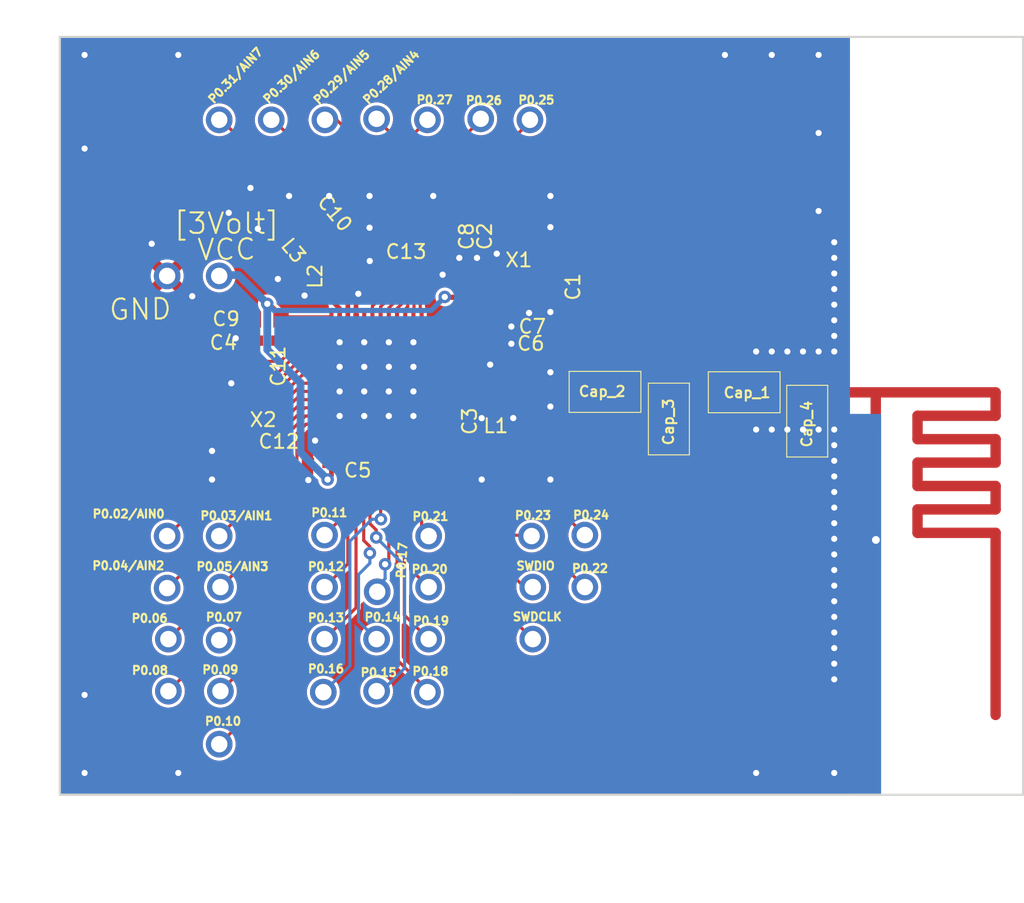
<source format=kicad_pcb>
(kicad_pcb (version 20171130) (host pcbnew 5.1.3-ffb9f22~84~ubuntu18.04.1)

  (general
    (thickness 1.6)
    (drawings 64)
    (tracks 506)
    (zones 0)
    (modules 56)
    (nets 43)
  )

  (page A4)
  (layers
    (0 F.Cu signal)
    (1 In1.Cu signal)
    (2 In2.Cu signal)
    (3 In3.Cu signal)
    (4 In4.Cu signal)
    (5 In5.Cu signal)
    (6 In6.Cu signal)
    (7 In7.Cu signal)
    (8 In8.Cu signal)
    (9 In9.Cu signal)
    (10 In10.Cu signal)
    (11 In11.Cu signal)
    (12 In12.Cu signal)
    (13 In13.Cu signal)
    (14 In14.Cu signal)
    (15 In15.Cu signal)
    (16 In16.Cu signal)
    (17 In17.Cu signal)
    (18 In18.Cu signal)
    (19 In19.Cu signal)
    (20 In20.Cu signal)
    (21 In21.Cu signal)
    (22 In22.Cu signal)
    (23 In23.Cu signal)
    (24 In24.Cu signal)
    (25 In25.Cu signal)
    (26 In26.Cu signal)
    (27 In27.Cu signal)
    (28 In28.Cu signal)
    (29 In29.Cu signal)
    (30 In30.Cu signal)
    (31 B.Cu signal)
    (32 B.Adhes user)
    (33 F.Adhes user)
    (34 B.Paste user)
    (35 F.Paste user)
    (36 B.SilkS user)
    (37 F.SilkS user)
    (38 B.Mask user)
    (39 F.Mask user)
    (40 Dwgs.User user)
    (41 Cmts.User user)
    (42 Eco1.User user)
    (43 Eco2.User user)
    (44 Edge.Cuts user)
    (45 Margin user)
    (46 B.CrtYd user)
    (47 F.CrtYd user)
    (48 B.Fab user)
    (49 F.Fab user)
  )

  (setup
    (last_trace_width 0.1524)
    (user_trace_width 0.1524)
    (trace_clearance 0.1524)
    (zone_clearance 0)
    (zone_45_only no)
    (trace_min 0.1)
    (via_size 0.61)
    (via_drill 0.305)
    (via_min_size 0.5)
    (via_min_drill 0.1)
    (user_via 0.61 0.305)
    (uvia_size 0.508)
    (uvia_drill 0.127)
    (uvias_allowed no)
    (uvia_min_size 0.5)
    (uvia_min_drill 0.1)
    (edge_width 0.1)
    (segment_width 0.2)
    (pcb_text_width 0.3)
    (pcb_text_size 1.5 1.5)
    (mod_edge_width 0.15)
    (mod_text_size 1 1)
    (mod_text_width 0.15)
    (pad_size 0.8 1.75)
    (pad_drill 0)
    (pad_to_mask_clearance 0)
    (aux_axis_origin 0 0)
    (grid_origin 114.312 -74.30491)
    (visible_elements 7FFFFF7F)
    (pcbplotparams
      (layerselection 0x3ffff_80000001)
      (usegerberextensions false)
      (usegerberattributes true)
      (usegerberadvancedattributes true)
      (creategerberjobfile true)
      (excludeedgelayer true)
      (linewidth 0.100000)
      (plotframeref true)
      (viasonmask false)
      (mode 1)
      (useauxorigin false)
      (hpglpennumber 1)
      (hpglpenspeed 20)
      (hpglpendiameter 15.000000)
      (psnegative false)
      (psa4output false)
      (plotreference true)
      (plotvalue true)
      (plotinvisibletext false)
      (padsonsilk false)
      (subtractmaskfromsilk true)
      (outputformat 1)
      (mirror false)
      (drillshape 0)
      (scaleselection 1)
      (outputdirectory "/home/basilisvirus/git_workspace/QFN48-nRF52811-Bluetooth-5.1-KiCad-and-Altium-Designer/Exported files from KiCad [Gerber]"))
  )

  (net 0 "")
  (net 1 VDD_NRF)
  (net 2 P0.04/AIN2)
  (net 3 P0.01/XL2)
  (net 4 P0.00/XL1)
  (net 5 DEC4)
  (net 6 DEC3)
  (net 7 GND)
  (net 8 DEC1)
  (net 9 DEC2)
  (net 10 NetL2_1)
  (net 11 NetL2_2)
  (net 12 XC1)
  (net 13 XC2)
  (net 14 "Net-(U1-Pad1)")
  (net 15 "Net-(U3-Pad1)")
  (net 16 "Net-(U4-Pad1)")
  (net 17 "Net-(U5-Pad1)")
  (net 18 "Net-(U6-Pad1)")
  (net 19 "Net-(U7-Pad1)")
  (net 20 "Net-(U15-Pad1)")
  (net 21 "Net-(U9-Pad1)")
  (net 22 "Net-(U10-Pad1)")
  (net 23 "Net-(U11-Pad1)")
  (net 24 "Net-(U12-Pad1)")
  (net 25 "Net-(U13-Pad1)")
  (net 26 "Net-(U14-Pad1)")
  (net 27 "Net-(U16-Pad1)")
  (net 28 "Net-(U17-Pad1)")
  (net 29 "Net-(U18-Pad1)")
  (net 30 "Net-(U21-Pad1)")
  (net 31 "Net-(U23-Pad1)")
  (net 32 "Net-(U24-Pad1)")
  (net 33 "Net-(U27-Pad1)")
  (net 34 "Net-(U28-Pad1)")
  (net 35 "Net-(U29-Pad1)")
  (net 36 "Net-(U30-Pad1)")
  (net 37 "Net-(U32-Pad1)")
  (net 38 "Net-(Cap_1-Pad1)")
  (net 39 "Net-(Cap_1-Pad2)")
  (net 40 "Net-(Cap_2-Pad1)")
  (net 41 "Net-(U2-Pad1)")
  (net 42 "Net-(U102-Pad1)")

  (net_class Default "This is the default net class."
    (clearance 0.1524)
    (trace_width 0.1524)
    (via_dia 0.61)
    (via_drill 0.305)
    (uvia_dia 0.508)
    (uvia_drill 0.127)
    (add_net DEC1)
    (add_net DEC2)
    (add_net DEC3)
    (add_net DEC4)
    (add_net GND)
    (add_net "Net-(Cap_1-Pad1)")
    (add_net "Net-(Cap_1-Pad2)")
    (add_net "Net-(Cap_2-Pad1)")
    (add_net "Net-(U1-Pad1)")
    (add_net "Net-(U10-Pad1)")
    (add_net "Net-(U102-Pad1)")
    (add_net "Net-(U11-Pad1)")
    (add_net "Net-(U12-Pad1)")
    (add_net "Net-(U13-Pad1)")
    (add_net "Net-(U14-Pad1)")
    (add_net "Net-(U15-Pad1)")
    (add_net "Net-(U16-Pad1)")
    (add_net "Net-(U17-Pad1)")
    (add_net "Net-(U18-Pad1)")
    (add_net "Net-(U2-Pad1)")
    (add_net "Net-(U21-Pad1)")
    (add_net "Net-(U23-Pad1)")
    (add_net "Net-(U24-Pad1)")
    (add_net "Net-(U27-Pad1)")
    (add_net "Net-(U28-Pad1)")
    (add_net "Net-(U29-Pad1)")
    (add_net "Net-(U3-Pad1)")
    (add_net "Net-(U30-Pad1)")
    (add_net "Net-(U32-Pad1)")
    (add_net "Net-(U4-Pad1)")
    (add_net "Net-(U5-Pad1)")
    (add_net "Net-(U6-Pad1)")
    (add_net "Net-(U7-Pad1)")
    (add_net "Net-(U9-Pad1)")
    (add_net NetL2_1)
    (add_net NetL2_2)
    (add_net P0.00/XL1)
    (add_net P0.01/XL2)
    (add_net P0.04/AIN2)
    (add_net VDD_NRF)
    (add_net XC1)
    (add_net XC2)
  )

  (module Capacitors_smd:1206_cap_smd (layer F.Cu) (tedit 5D34406E) (tstamp 5D342874)
    (at 148.645 106.67 180)
    (path /5D31B50D)
    (fp_text reference Cap_2 (at 0.14 0.02) (layer F.SilkS)
      (effects (font (size 0.5 0.5) (thickness 0.1)))
    )
    (fp_text value 1206_cap_smd (at 0.245 -2.14) (layer F.Fab)
      (effects (font (size 0.5 0.5) (thickness 0.1)))
    )
    (fp_line (start -1.75 -1) (end 1.75 -1) (layer F.SilkS) (width 0.05))
    (fp_line (start 1.75 -1) (end 1.75 1) (layer F.SilkS) (width 0.05))
    (fp_line (start 1.75 1) (end -1.75 1) (layer F.SilkS) (width 0.05))
    (fp_line (start -1.75 1) (end -1.75 -1) (layer F.SilkS) (width 0.05))
    (pad 1 smd rect (at -1.275 0 180) (size 0.8 1.75) (layers F.Cu F.Paste F.Mask)
      (net 40 "Net-(Cap_2-Pad1)"))
    (pad 2 smd rect (at 1.275 0 180) (size 0.8 1.75) (layers F.Cu F.Paste F.Mask))
  )

  (module Capacitors_smd:1206_cap_smd (layer F.Cu) (tedit 5D31925D) (tstamp 5D342835)
    (at 158.51 108.1 270)
    (path /5D31954A)
    (zone_connect 2)
    (fp_text reference Cap_4 (at 0.14 0.02 90) (layer F.SilkS)
      (effects (font (size 0.5 0.5) (thickness 0.1)))
    )
    (fp_text value 1206_cap_smd (at 0.36 -2.58 90) (layer F.Fab)
      (effects (font (size 0.5 0.5) (thickness 0.1)))
    )
    (fp_line (start -1.75 -1) (end 1.75 -1) (layer F.SilkS) (width 0.05))
    (fp_line (start 1.75 -1) (end 1.75 1) (layer F.SilkS) (width 0.05))
    (fp_line (start 1.75 1) (end -1.75 1) (layer F.SilkS) (width 0.05))
    (fp_line (start -1.75 1) (end -1.75 -1) (layer F.SilkS) (width 0.05))
    (pad 1 smd rect (at -1.275 0 270) (size 0.8 1.75) (layers F.Cu F.Paste F.Mask)
      (net 7 GND) (zone_connect 2))
    (pad 2 smd rect (at 1.275 0 270) (size 0.8 1.75) (layers F.Cu F.Paste F.Mask)
      (net 7 GND) (zone_connect 2))
  )

  (module Capacitors_smd:1206_cap_smd (layer F.Cu) (tedit 5CC074DB) (tstamp 5D342828)
    (at 155.435 106.69)
    (path /5D309A4C)
    (fp_text reference Cap_1 (at 0.14 0.02) (layer F.SilkS)
      (effects (font (size 0.5 0.5) (thickness 0.1)))
    )
    (fp_text value 1206_cap_smd (at -0.16 3.74 270) (layer F.Fab)
      (effects (font (size 0.5 0.5) (thickness 0.1)))
    )
    (fp_line (start -1.75 -1) (end 1.75 -1) (layer F.SilkS) (width 0.05))
    (fp_line (start 1.75 -1) (end 1.75 1) (layer F.SilkS) (width 0.05))
    (fp_line (start 1.75 1) (end -1.75 1) (layer F.SilkS) (width 0.05))
    (fp_line (start -1.75 1) (end -1.75 -1) (layer F.SilkS) (width 0.05))
    (pad 1 smd rect (at -1.275 0) (size 0.8 1.75) (layers F.Cu F.Paste F.Mask)
      (net 38 "Net-(Cap_1-Pad1)"))
    (pad 2 smd rect (at 1.275 0) (size 0.8 1.75) (layers F.Cu F.Paste F.Mask)
      (net 39 "Net-(Cap_1-Pad2)"))
  )

  (module Capacitors_smd:1206_cap_smd (layer F.Cu) (tedit 5D30939E) (tstamp 5D342815)
    (at 151.76 107.995 270)
    (path /5D309105)
    (fp_text reference Cap_3 (at 0.14 0.02 90) (layer F.SilkS)
      (effects (font (size 0.5 0.5) (thickness 0.1)))
    )
    (fp_text value 1206_cap_smd (at 4.67 -0.28 90) (layer F.Fab)
      (effects (font (size 0.5 0.5) (thickness 0.1)))
    )
    (fp_line (start -1.75 -1) (end 1.75 -1) (layer F.SilkS) (width 0.05))
    (fp_line (start 1.75 -1) (end 1.75 1) (layer F.SilkS) (width 0.05))
    (fp_line (start 1.75 1) (end -1.75 1) (layer F.SilkS) (width 0.05))
    (fp_line (start -1.75 1) (end -1.75 -1) (layer F.SilkS) (width 0.05))
    (pad 1 smd rect (at -1.275 0 270) (size 0.8 1.75) (layers F.Cu F.Paste F.Mask)
      (net 7 GND))
    (pad 2 smd rect (at 1.275 0 270) (size 0.8 1.75) (layers F.Cu F.Paste F.Mask)
      (net 7 GND) (zone_connect 2))
  )

  (module ICs:Ο (layer F.Cu) (tedit 5CDFF879) (tstamp 5D21E982)
    (at 140.1 113.66)
    (path /5D222904)
    (fp_text reference U102 (at 3.06 -4.98) (layer F.SilkS) hide
      (effects (font (size 0.5 0.5) (thickness 0.1)))
    )
    (fp_text value O (at -0.29 -4.91) (layer F.Fab)
      (effects (font (size 0.5 0.5) (thickness 0.1)))
    )
    (pad 1 thru_hole circle (at -0.06 0.05) (size 1.3 1.3) (drill 0.8) (layers *.Cu *.Mask)
      (net 42 "Net-(U102-Pad1)"))
  )

  (module ICs:Ο (layer F.Cu) (tedit 5D21D110) (tstamp 5D21CE30)
    (at 127.34 100.96)
    (path /5D21FE50)
    (fp_text reference U26 (at -1.8 -0.76 unlocked) (layer F.SilkS) hide
      (effects (font (size 0.5 0.5) (thickness 0.1)))
    )
    (fp_text value O (at -0.29 -4.91) (layer F.Fab)
      (effects (font (size 0.5 0.5) (thickness 0.1)))
    )
    (pad GND thru_hole circle (at -0.06 0.05) (size 1.3 1.3) (drill 0.8) (layers *.Cu *.Mask)
      (net 7 GND))
  )

  (module ICs:Ο (layer F.Cu) (tedit 5CDFF879) (tstamp 5D21C8BD)
    (at 129.88 100.96)
    (path /5D21EA85)
    (fp_text reference U8 (at 3.06 -4.98) (layer F.SilkS) hide
      (effects (font (size 0.5 0.5) (thickness 0.1)))
    )
    (fp_text value O (at -0.29 -4.91) (layer F.Fab)
      (effects (font (size 0.5 0.5) (thickness 0.1)))
    )
    (pad 1 thru_hole circle (at -0.06 0.05) (size 1.3 1.3) (drill 0.8) (layers *.Cu *.Mask))
  )

  (module QFN40P600X600X90-48N (layer F.Cu) (tedit 4289BEAB) (tstamp 539EEDBF)
    (at 137.49594 106.04838)
    (path /539EEC0F)
    (attr smd)
    (fp_text reference U1 (at 0 0) (layer F.SilkS) hide
      (effects (font (size 1.524 1.524) (thickness 0.05)))
    )
    (fp_text value "Multi-protocol Bluetooth Low Energy, IEEE 802.15.4, ANT and 2.4GHz proprietary system-on-chip" (at 0 0) (layer F.SilkS) hide
      (effects (font (size 1.524 1.524) (thickness 0.05)))
    )
    (pad 1 smd oval (at -3.025 -2.2 90) (size 0.2 0.65) (layers F.Cu F.Paste F.Mask)
      (net 8 DEC1))
    (pad 2 smd oval (at -3.025 -1.8 90) (size 0.2 0.65) (layers F.Cu F.Paste F.Mask)
      (net 4 P0.00/XL1))
    (pad 3 smd oval (at -3.025 -1.4 90) (size 0.2 0.65) (layers F.Cu F.Paste F.Mask)
      (net 3 P0.01/XL2))
    (pad 4 smd oval (at -3.025 -1 90) (size 0.2 0.65) (layers F.Cu F.Paste F.Mask))
    (pad 5 smd oval (at -3.025 -0.6 90) (size 0.2 0.65) (layers F.Cu F.Paste F.Mask))
    (pad 6 smd oval (at -3.025 -0.2 90) (size 0.2 0.65) (layers F.Cu F.Paste F.Mask))
    (pad 7 smd oval (at -3.025 0.2 90) (size 0.2 0.65) (layers F.Cu F.Paste F.Mask))
    (pad 8 smd oval (at -3.025 0.6 90) (size 0.2 0.65) (layers F.Cu F.Paste F.Mask))
    (pad 9 smd oval (at -3.025 1 90) (size 0.2 0.65) (layers F.Cu F.Paste F.Mask))
    (pad 10 smd oval (at -3.025 1.4 90) (size 0.2 0.65) (layers F.Cu F.Paste F.Mask))
    (pad 11 smd oval (at -3.025 1.8 90) (size 0.2 0.65) (layers F.Cu F.Paste F.Mask))
    (pad 12 smd oval (at -3.025 2.2 90) (size 0.2 0.65) (layers F.Cu F.Paste F.Mask))
    (pad 13 smd oval (at -2.20001 3.025) (size 0.2 0.65) (layers F.Cu F.Paste F.Mask)
      (net 1 VDD_NRF))
    (pad 14 smd oval (at -1.80001 3.025) (size 0.2 0.65) (layers F.Cu F.Paste F.Mask))
    (pad 15 smd oval (at -1.4 3.025) (size 0.2 0.65) (layers F.Cu F.Paste F.Mask))
    (pad 16 smd oval (at -1.00001 3.025) (size 0.2 0.65) (layers F.Cu F.Paste F.Mask))
    (pad 17 smd oval (at -0.60001 3.025) (size 0.2 0.65) (layers F.Cu F.Paste F.Mask))
    (pad 18 smd oval (at -0.2 3.025) (size 0.2 0.65) (layers F.Cu F.Paste F.Mask))
    (pad 19 smd oval (at 0.2 3.025) (size 0.2 0.65) (layers F.Cu F.Paste F.Mask))
    (pad 20 smd oval (at 0.6 3.025) (size 0.2 0.65) (layers F.Cu F.Paste F.Mask))
    (pad 21 smd oval (at 1 3.025) (size 0.2 0.65) (layers F.Cu F.Paste F.Mask))
    (pad 22 smd oval (at 1.4 3.025) (size 0.2 0.65) (layers F.Cu F.Paste F.Mask))
    (pad 23 smd oval (at 1.8 3.025) (size 0.2 0.65) (layers F.Cu F.Paste F.Mask))
    (pad 24 smd oval (at 2.2 3.025) (size 0.2 0.65) (layers F.Cu F.Paste F.Mask))
    (pad 25 smd oval (at 3.025 2.2 90) (size 0.2 0.65) (layers F.Cu F.Paste F.Mask))
    (pad 26 smd oval (at 3.025 1.8 90) (size 0.2 0.65) (layers F.Cu F.Paste F.Mask))
    (pad 27 smd oval (at 3.025 1.4 90) (size 0.2 0.65) (layers F.Cu F.Paste F.Mask))
    (pad 28 smd oval (at 3.025 1 90) (size 0.2 0.65) (layers F.Cu F.Paste F.Mask))
    (pad 29 smd oval (at 3.025 0.6 90) (size 0.2 0.65) (layers F.Cu F.Paste F.Mask))
    (pad 30 smd oval (at 3.025 0.2 90) (size 0.2 0.65) (layers F.Cu F.Paste F.Mask))
    (pad 31 smd oval (at 3.025 -0.2 90) (size 0.2 0.65) (layers F.Cu F.Paste F.Mask)
      (net 7 GND))
    (pad 32 smd oval (at 3.025 -0.6 90) (size 0.2 0.65) (layers F.Cu F.Paste F.Mask)
      (net 9 DEC2))
    (pad 33 smd oval (at 3.025 -1 90) (size 0.2 0.65) (layers F.Cu F.Paste F.Mask)
      (net 6 DEC3))
    (pad 34 smd oval (at 3.025 -1.4 90) (size 0.2 0.65) (layers F.Cu F.Paste F.Mask)
      (net 12 XC1))
    (pad 35 smd oval (at 3.025 -1.8 90) (size 0.2 0.65) (layers F.Cu F.Paste F.Mask)
      (net 13 XC2))
    (pad 36 smd oval (at 3.025 -2.2 90) (size 0.2 0.65) (layers F.Cu F.Paste F.Mask)
      (net 1 VDD_NRF))
    (pad 37 smd oval (at 2.2 -3.025) (size 0.2 0.65) (layers F.Cu F.Paste F.Mask))
    (pad 38 smd oval (at 1.79999 -3.025) (size 0.2 0.65) (layers F.Cu F.Paste F.Mask))
    (pad 39 smd oval (at 1.4 -3.025) (size 0.2 0.65) (layers F.Cu F.Paste F.Mask))
    (pad 40 smd oval (at 1 -3.025) (size 0.2 0.65) (layers F.Cu F.Paste F.Mask))
    (pad 41 smd oval (at 0.59999 -3.025) (size 0.2 0.65) (layers F.Cu F.Paste F.Mask))
    (pad 42 smd oval (at 0.2 -3.025) (size 0.2 0.65) (layers F.Cu F.Paste F.Mask))
    (pad 43 smd oval (at -0.20001 -3.025) (size 0.2 0.65) (layers F.Cu F.Paste F.Mask))
    (pad 44 smd oval (at -0.60001 -3.025) (size 0.2 0.65) (layers F.Cu F.Paste F.Mask))
    (pad 45 smd oval (at -1.00001 -3.025) (size 0.2 0.65) (layers F.Cu F.Paste F.Mask)
      (net 7 GND))
    (pad 46 smd oval (at -1.40001 -3.025) (size 0.2 0.65) (layers F.Cu F.Paste F.Mask)
      (net 5 DEC4))
    (pad 47 smd oval (at -1.80001 -3.025) (size 0.2 0.65) (layers F.Cu F.Paste F.Mask)
      (net 11 NetL2_2))
    (pad 48 smd oval (at -2.20001 -3.025) (size 0.2 0.65) (layers F.Cu F.Paste F.Mask)
      (net 1 VDD_NRF))
    (pad 49 smd rect (at 0 0) (size 4.7 4.7) (layers F.Cu F.Paste F.Mask)
      (net 7 GND))
    (model ./wrlshp/3FE6F295-0804.wrl
      (at (xyz 0 0 0))
      (scale (xyz 1 1 1))
      (rotate (xyz 0 0 360))
    )
  )

  (module ICs:Ο (layer F.Cu) (tedit 5CDFF879) (tstamp 5D21CBB4)
    (at 129.88 113.66)
    (path /5D223280)
    (fp_text reference U33 (at 3.06 -4.98) (layer F.SilkS) hide
      (effects (font (size 0.5 0.5) (thickness 0.1)))
    )
    (fp_text value O (at -0.29 -4.91) (layer F.Fab)
      (effects (font (size 0.5 0.5) (thickness 0.1)))
    )
    (pad 1 thru_hole circle (at -0.06 0.05) (size 1.3 1.3) (drill 0.8) (layers *.Cu *.Mask))
  )

  (module ICs:Ο (layer F.Cu) (tedit 5CDFF879) (tstamp 5D21CBAA)
    (at 134.96 121.28)
    (path /5D22382C)
    (fp_text reference U31 (at 3.06 -4.98) (layer F.SilkS) hide
      (effects (font (size 0.5 0.5) (thickness 0.1)))
    )
    (fp_text value O (at -0.29 -4.91) (layer F.Fab)
      (effects (font (size 0.5 0.5) (thickness 0.1)))
    )
    (pad 1 thru_hole circle (at -0.06 0.05) (size 1.3 1.3) (drill 0.8) (layers *.Cu *.Mask))
  )

  (module ICs:Ο (layer F.Cu) (tedit 5CDFF879) (tstamp 5D21CB8C)
    (at 127.4 118.69)
    (path /5D21FBCF)
    (fp_text reference U25 (at 3.06 -4.98) (layer F.SilkS) hide
      (effects (font (size 0.5 0.5) (thickness 0.1)))
    )
    (fp_text value O (at -0.29 -4.91) (layer F.Fab)
      (effects (font (size 0.5 0.5) (thickness 0.1)))
    )
    (pad 1 thru_hole circle (at -0.06 0.05) (size 1.3 1.3) (drill 0.8) (layers *.Cu *.Mask))
  )

  (module ICs:Ο (layer F.Cu) (tedit 5CDFF879) (tstamp 5D21CB73)
    (at 137.56 118.69)
    (path /5D22008B)
    (fp_text reference U20 (at 3.06 -4.98) (layer F.SilkS) hide
      (effects (font (size 0.5 0.5) (thickness 0.1)))
    )
    (fp_text value O (at -0.29 -4.91) (layer F.Fab)
      (effects (font (size 0.5 0.5) (thickness 0.1)))
    )
    (pad 1 thru_hole circle (at -0.06 0.05) (size 1.3 1.3) (drill 0.8) (layers *.Cu *.Mask))
  )

  (module ICs:Ο (layer F.Cu) (tedit 5CDFF879) (tstamp 5D21CB6E)
    (at 145.12 113.66)
    (path /5D220B00)
    (fp_text reference U19 (at 3.06 -4.98) (layer F.SilkS) hide
      (effects (font (size 0.5 0.5) (thickness 0.1)))
    )
    (fp_text value O (at -0.29 -4.91) (layer F.Fab)
      (effects (font (size 0.5 0.5) (thickness 0.1)))
    )
    (pad 1 thru_hole circle (at -0.06 0.05) (size 1.3 1.3) (drill 0.8) (layers *.Cu *.Mask))
  )

  (module CAPC1005X04L (layer F.Cu) (tedit 4289BEAB) (tstamp 539EEDBF)
    (at 130.02834 108.74078)
    (path /539EEC0F)
    (attr smd)
    (fp_text reference C12 (at 0 0) (layer F.SilkS) hide
      (effects (font (size 1.524 1.524) (thickness 0.05)))
    )
    (fp_text value "" (at 0 0) (layer F.SilkS) hide
      (effects (font (size 1.524 1.524) (thickness 0.05)))
    )
    (pad 1 smd rect (at 0.49999 0 270) (size 0.5 0.6) (layers F.Cu F.Paste F.Mask)
      (net 3 P0.01/XL2))
    (pad 2 smd rect (at -0.50001 0 270) (size 0.5 0.6) (layers F.Cu F.Paste F.Mask)
      (net 7 GND))
    (model ./wrlshp/27F8D307-C50E.wrl
      (at (xyz 0 0 0))
      (scale (xyz 1 1 1))
      (rotate (xyz 0 0 0))
    )
  )

  (module CAPC1608X06L (layer F.Cu) (tedit 4289BEAB) (tstamp 539EEDBF)
    (at 134.75345 98.2201)
    (path /539EEC0F)
    (attr smd)
    (fp_text reference C10 (at 0 0) (layer F.SilkS) hide
      (effects (font (size 1.524 1.524) (thickness 0.05)))
    )
    (fp_text value "" (at 0 0) (layer F.SilkS) hide
      (effects (font (size 1.524 1.524) (thickness 0.05)))
    )
    (pad 2 smd rect (at 0.43389 0.51708 40) (size 0.8 0.75) (layers F.Cu F.Paste F.Mask)
      (net 5 DEC4))
    (pad 1 smd rect (at -0.43388 -0.51708 40) (size 0.8 0.75) (layers F.Cu F.Paste F.Mask)
      (net 7 GND))
    (model ./wrlshp/B6A667F8-9D07.wrl
      (at (xyz 0 0 0))
      (scale (xyz 1 1 1))
      (rotate (xyz 0 0 260))
    )
  )

  (module INDC1005X04L (layer F.Cu) (tedit 4289BEAB) (tstamp 539EEDBF)
    (at 134.06765 99.0837)
    (path /539EEC0F)
    (attr smd)
    (fp_text reference L3 (at 0 0) (layer F.SilkS) hide
      (effects (font (size 1.524 1.524) (thickness 0.05)))
    )
    (fp_text value "" (at 0 0) (layer F.SilkS) hide
      (effects (font (size 1.524 1.524) (thickness 0.05)))
    )
    (pad 2 smd rect (at 0.30533 0.36387 40) (size 0.5 0.65) (layers F.Cu F.Paste F.Mask)
      (net 10 NetL2_1))
    (pad 1 smd rect (at -0.30532 -0.36387 40) (size 0.5 0.65) (layers F.Cu F.Paste F.Mask)
      (net 5 DEC4))
    (model ./wrlshp/C9012E92-4FB3.wrl
      (at (xyz 0 0 0))
      (scale (xyz 1 1 1))
      (rotate (xyz 0 0 260))
    )
  )

  (module INDC1608X06L (layer F.Cu) (tedit 4289BEAB) (tstamp 539EEDBF)
    (at 135.23534 101.16642)
    (path /539EEC0F)
    (attr smd)
    (fp_text reference L2 (at 0 0) (layer F.SilkS) hide
      (effects (font (size 1.524 1.524) (thickness 0.05)))
    )
    (fp_text value "" (at 0 0) (layer F.SilkS) hide
      (effects (font (size 1.524 1.524) (thickness 0.05)))
    )
    (pad 1 smd rect (at 0 -0.675) (size 0.8 0.75) (layers F.Cu F.Paste F.Mask)
      (net 10 NetL2_1))
    (pad 2 smd rect (at 0 0.675) (size 0.8 0.75) (layers F.Cu F.Paste F.Mask)
      (net 11 NetL2_2))
    (model ./wrlshp/3C0C10DE-CD94.wrl
      (at (xyz 0 0 0))
      (scale (xyz 1 1 1))
      (rotate (xyz 0 0 180))
    )
  )

  (module CAPC1005X04L (layer F.Cu) (tedit 4289BEAB) (tstamp 539EEDBF)
    (at 132.16194 104.16878)
    (path /539EEC0F)
    (attr smd)
    (fp_text reference C4 (at 0 0) (layer F.SilkS) hide
      (effects (font (size 1.524 1.524) (thickness 0.05)))
    )
    (fp_text value "" (at 0 0) (layer F.SilkS) hide
      (effects (font (size 1.524 1.524) (thickness 0.05)))
    )
    (pad 1 smd rect (at 0.49999 0 270) (size 0.5 0.6) (layers F.Cu F.Paste F.Mask)
      (net 8 DEC1))
    (pad 2 smd rect (at -0.50001 0 270) (size 0.5 0.6) (layers F.Cu F.Paste F.Mask)
      (net 7 GND))
    (model ./wrlshp/27F8D307-C50E.wrl
      (at (xyz 0 0 0))
      (scale (xyz 1 1 1))
      (rotate (xyz 0 0 0))
    )
  )

  (module CAPC1005X04L (layer F.Cu) (tedit 4289BEAB) (tstamp 539EEDBF)
    (at 134.65114 110.13778)
    (path /539EEC0F)
    (attr smd)
    (fp_text reference C5 (at 0 0) (layer F.SilkS) hide
      (effects (font (size 1.524 1.524) (thickness 0.05)))
    )
    (fp_text value "" (at 0 0) (layer F.SilkS) hide
      (effects (font (size 1.524 1.524) (thickness 0.05)))
    )
    (pad 1 smd rect (at 0.49999 0 270) (size 0.5 0.6) (layers F.Cu F.Paste F.Mask)
      (net 1 VDD_NRF))
    (pad 2 smd rect (at -0.50001 0 270) (size 0.5 0.6) (layers F.Cu F.Paste F.Mask)
      (net 7 GND))
    (model ./wrlshp/27F8D307-C50E.wrl
      (at (xyz 0 0 0))
      (scale (xyz 1 1 1))
      (rotate (xyz 0 0 0))
    )
  )

  (module CAPC1005X04L (layer F.Cu) (tedit 4289BEAB) (tstamp 539EEDBF)
    (at 142.77914 103.43218)
    (path /539EEC0F)
    (attr smd)
    (fp_text reference C7 (at 0 0) (layer F.SilkS) hide
      (effects (font (size 1.524 1.524) (thickness 0.05)))
    )
    (fp_text value "" (at 0 0) (layer F.SilkS) hide
      (effects (font (size 1.524 1.524) (thickness 0.05)))
    )
    (pad 1 smd rect (at -0.5 0 90) (size 0.5 0.6) (layers F.Cu F.Paste F.Mask)
      (net 6 DEC3))
    (pad 2 smd rect (at 0.5 0 90) (size 0.5 0.6) (layers F.Cu F.Paste F.Mask)
      (net 7 GND))
    (model ./wrlshp/27F8D307-C50E.wrl
      (at (xyz 0 0 0))
      (scale (xyz 1 1 1))
      (rotate (xyz 0 0 360))
    )
  )

  (module CAPC1005X04L (layer F.Cu) (tedit 5D342DEB) (tstamp 539EEDBF)
    (at 145.97937 101.4508)
    (path /539EEC0F)
    (attr smd)
    (fp_text reference C1 (at 0 0) (layer F.SilkS) hide
      (effects (font (size 1.524 1.524) (thickness 0.05)))
    )
    (fp_text value "" (at 0 0) (layer F.SilkS) hide
      (effects (font (size 1.524 1.524) (thickness 0.05)))
    )
    (pad 1 smd rect (at 0 -0.5) (size 0.5 0.6) (layers F.Cu F.Paste F.Mask)
      (net 12 XC1))
    (pad 2 smd rect (at 0 0.5) (size 0.5 0.6) (layers F.Cu F.Paste F.Mask)
      (net 7 GND) (zone_connect 2))
    (model ./wrlshp/27F8D307-C50E.wrl
      (at (xyz 0 0 0))
      (scale (xyz 1 1 1))
      (rotate (xyz 0 0 180))
    )
  )

  (module BT-XTAL_2016 (layer F.Cu) (tedit 5D342E0B) (tstamp 539EEDBF)
    (at 144.20137 101.4508)
    (path /539EEC0F)
    (attr smd)
    (fp_text reference X1 (at 0 0) (layer F.SilkS) hide
      (effects (font (size 1.524 1.524) (thickness 0.05)))
    )
    (fp_text value "" (at 0 0) (layer F.SilkS) hide
      (effects (font (size 1.524 1.524) (thickness 0.05)))
    )
    (pad 3 smd rect (at -0.725 0.575 180) (size 0.95 0.85) (layers F.Cu F.Paste F.Mask)
      (net 13 XC2))
    (pad 2 smd rect (at -0.725 -0.575 180) (size 0.95 0.85) (layers F.Cu F.Paste F.Mask)
      (net 7 GND))
    (pad 1 smd rect (at 0.725 -0.575 180) (size 0.95 0.85) (layers F.Cu F.Paste F.Mask)
      (net 12 XC1))
    (pad 4 smd rect (at 0.725 0.575 180) (size 0.95 0.85) (layers F.Cu F.Paste F.Mask)
      (net 7 GND) (zone_connect 2))
    (model ./wrlshp/C397B18D-1D72.wrl
      (at (xyz 0 0 0))
      (scale (xyz 1 1 1))
      (rotate (xyz 0 0 180))
    )
    (model ./wrlshp/368438F8-044C.wrl
      (at (xyz 0 0 0))
      (scale (xyz 1 1 1))
      (rotate (xyz 0 0 0))
    )
  )

  (module CAPC1005X04L (layer F.Cu) (tedit 4289BEAB) (tstamp 539EEDBF)
    (at 141.53437 101.4508)
    (path /539EEC0F)
    (attr smd)
    (fp_text reference C8 (at 0 0) (layer F.SilkS) hide
      (effects (font (size 1.524 1.524) (thickness 0.05)))
    )
    (fp_text value "" (at 0 0) (layer F.SilkS) hide
      (effects (font (size 1.524 1.524) (thickness 0.05)))
    )
    (pad 1 smd rect (at 0 0.5 180) (size 0.5 0.6) (layers F.Cu F.Paste F.Mask)
      (net 1 VDD_NRF))
    (pad 2 smd rect (at 0 -0.5 180) (size 0.5 0.6) (layers F.Cu F.Paste F.Mask)
      (net 7 GND))
    (model ./wrlshp/27F8D307-C50E.wrl
      (at (xyz 0 0 0))
      (scale (xyz 1 1 1))
      (rotate (xyz 0 0 180))
    )
  )

  (module CAPC1608X06L (layer F.Cu) (tedit 4289BEAB) (tstamp 539EEDBF)
    (at 132.16194 103.12738)
    (path /539EEC0F)
    (attr smd)
    (fp_text reference C9 (at 0 0) (layer F.SilkS) hide
      (effects (font (size 1.524 1.524) (thickness 0.05)))
    )
    (fp_text value "" (at 0 0) (layer F.SilkS) hide
      (effects (font (size 1.524 1.524) (thickness 0.05)))
    )
    (pad 2 smd rect (at -0.675 0 270) (size 0.8 0.75) (layers F.Cu F.Paste F.Mask)
      (net 7 GND))
    (pad 1 smd rect (at 0.675 0 270) (size 0.8 0.75) (layers F.Cu F.Paste F.Mask)
      (net 1 VDD_NRF))
    (model ./wrlshp/B6A667F8-9D07.wrl
      (at (xyz 0 0 0))
      (scale (xyz 1 1 1))
      (rotate (xyz 0 0 0))
    )
  )

  (module CAPC1005X04L (layer F.Cu) (tedit 4289BEAB) (tstamp 539EEDBF)
    (at 142.77914 104.32118)
    (path /539EEC0F)
    (attr smd)
    (fp_text reference C6 (at 0 0) (layer F.SilkS) hide
      (effects (font (size 1.524 1.524) (thickness 0.05)))
    )
    (fp_text value "Not mounted" (at 0 0) (layer F.SilkS) hide
      (effects (font (size 1.524 1.524) (thickness 0.05)))
    )
    (pad 1 smd rect (at 0.49999 0 270) (size 0.5 0.6) (layers F.Cu F.Paste F.Mask)
      (net 7 GND))
    (pad 2 smd rect (at -0.50001 0 270) (size 0.5 0.6) (layers F.Cu F.Paste F.Mask)
      (net 9 DEC2))
    (model ./wrlshp/27F8D307-C50E.wrl
      (at (xyz 0 0 0))
      (scale (xyz 1 1 1))
      (rotate (xyz 0 0 0))
    )
  )

  (module CAPC1005X04L (layer F.Cu) (tedit 4289BEAB) (tstamp 539EEDBF)
    (at 142.42337 101.4508)
    (path /539EEC0F)
    (attr smd)
    (fp_text reference C2 (at 0 0) (layer F.SilkS) hide
      (effects (font (size 1.524 1.524) (thickness 0.05)))
    )
    (fp_text value "" (at 0 0) (layer F.SilkS) hide
      (effects (font (size 1.524 1.524) (thickness 0.05)))
    )
    (pad 1 smd rect (at 0 0.5 180) (size 0.5 0.6) (layers F.Cu F.Paste F.Mask)
      (net 13 XC2))
    (pad 2 smd rect (at 0 -0.5 180) (size 0.5 0.6) (layers F.Cu F.Paste F.Mask)
      (net 7 GND))
    (model ./wrlshp/27F8D307-C50E.wrl
      (at (xyz 0 0 0))
      (scale (xyz 1 1 1))
      (rotate (xyz 0 0 180))
    )
  )

  (module CAPC1005X04L (layer F.Cu) (tedit 4289BEAB) (tstamp 539EEDBF)
    (at 141.68694 106.04838)
    (path /539EEC0F)
    (attr smd)
    (fp_text reference C3 (at 0 0) (layer F.SilkS) hide
      (effects (font (size 1.524 1.524) (thickness 0.05)))
    )
    (fp_text value "" (at 0 0) (layer F.SilkS) hide
      (effects (font (size 1.524 1.524) (thickness 0.05)))
    )
    (pad 1 smd rect (at 0 -0.5) (size 0.5 0.6) (layers F.Cu F.Paste F.Mask)
      (net 7 GND))
    (pad 2 smd rect (at 0 0.5) (size 0.5 0.6) (layers F.Cu F.Paste F.Mask))
    (model ./wrlshp/27F8D307-C50E.wrl
      (at (xyz 0 0 0))
      (scale (xyz 1 1 1))
      (rotate (xyz 0 0 180))
    )
  )

  (module XTAL_3215 (layer F.Cu) (tedit 4289BEAB) (tstamp 539EEDBF)
    (at 130.02834 106.42938)
    (path /539EEC0F)
    (attr smd)
    (fp_text reference X2 (at 0 0) (layer F.SilkS) hide
      (effects (font (size 1.524 1.524) (thickness 0.05)))
    )
    (fp_text value "" (at 0 0) (layer F.SilkS) hide
      (effects (font (size 1.524 1.524) (thickness 0.05)))
    )
    (pad 2 smd rect (at 0 1.25 270) (size 1 1.8) (layers F.Cu F.Paste F.Mask)
      (net 3 P0.01/XL2))
    (pad 1 smd rect (at 0 -1.24999 270) (size 1 1.8) (layers F.Cu F.Paste F.Mask)
      (net 4 P0.00/XL1))
    (model ./wrlshp/6E5AC694-32CE.wrl
      (at (xyz 0 0 0))
      (scale (xyz 1 1 1))
      (rotate (xyz 0 0 270))
    )
    (model ./wrlshp/07B379AA-9BDC.wrl
      (at (xyz 0 0 0))
      (scale (xyz 1 1 1))
      (rotate (xyz 0 0 180))
    )
  )

  (module CAPC1005X04L (layer F.Cu) (tedit 4289BEAB) (tstamp 539EEDBF)
    (at 131.45074 105.59118)
    (path /539EEC0F)
    (attr smd)
    (fp_text reference C11 (at 0 0) (layer F.SilkS) hide
      (effects (font (size 1.524 1.524) (thickness 0.05)))
    )
    (fp_text value "" (at 0 0) (layer F.SilkS) hide
      (effects (font (size 1.524 1.524) (thickness 0.05)))
    )
    (pad 1 smd rect (at 0 -0.5) (size 0.5 0.6) (layers F.Cu F.Paste F.Mask)
      (net 4 P0.00/XL1))
    (pad 2 smd rect (at 0 0.5) (size 0.5 0.6) (layers F.Cu F.Paste F.Mask)
      (net 7 GND))
    (model ./wrlshp/27F8D307-C50E.wrl
      (at (xyz 0 0 0))
      (scale (xyz 1 1 1))
      (rotate (xyz 0 0 180))
    )
  )

  (module CAPC1005X04L (layer F.Cu) (tedit 4289BEAB) (tstamp 539EEDBF)
    (at 136.68314 99.46978)
    (path /539EEC0F)
    (attr smd)
    (fp_text reference C13 (at 0 0) (layer F.SilkS) hide
      (effects (font (size 1.524 1.524) (thickness 0.05)))
    )
    (fp_text value "Not mounted" (at 0 0) (layer F.SilkS) hide
      (effects (font (size 1.524 1.524) (thickness 0.05)))
    )
    (pad 1 smd rect (at -0.5 0 90) (size 0.5 0.6) (layers F.Cu F.Paste F.Mask)
      (net 5 DEC4))
    (pad 2 smd rect (at 0.5 0 90) (size 0.5 0.6) (layers F.Cu F.Paste F.Mask)
      (net 7 GND))
    (model ./wrlshp/27F8D307-C50E.wrl
      (at (xyz 0 0 0))
      (scale (xyz 1 1 1))
      (rotate (xyz 0 0 360))
    )
  )

  (module ICs:Ο (layer F.Cu) (tedit 5CDFF879) (tstamp 5D21CBAF)
    (at 127.34 116.2)
    (path /5D223560)
    (fp_text reference U32 (at 3.06 -4.98) (layer F.SilkS) hide
      (effects (font (size 0.5 0.5) (thickness 0.1)))
    )
    (fp_text value O (at -0.29 -4.91) (layer F.Fab) hide
      (effects (font (size 0.5 0.5) (thickness 0.1)))
    )
    (pad 1 thru_hole circle (at -0.06 0.05) (size 1.3 1.3) (drill 0.8) (layers *.Cu *.Mask)
      (net 37 "Net-(U32-Pad1)"))
  )

  (module ICs:Ο (layer F.Cu) (tedit 5CDFF879) (tstamp 5D21CBA5)
    (at 129.88 118.74)
    (path /5D223A7B)
    (fp_text reference U30 (at 3.06 -4.98) (layer F.SilkS) hide
      (effects (font (size 0.5 0.5) (thickness 0.1)))
    )
    (fp_text value O (at -0.29 -4.91) (layer F.Fab)
      (effects (font (size 0.5 0.5) (thickness 0.1)))
    )
    (pad 1 thru_hole circle (at -0.06 0.05) (size 1.3 1.3) (drill 0.8) (layers *.Cu *.Mask)
      (net 36 "Net-(U30-Pad1)"))
  )

  (module ICs:Ο (layer F.Cu) (tedit 5CDFF879) (tstamp 5D21CBA0)
    (at 127.34 113.66)
    (path /5D223DBA)
    (fp_text reference U29 (at 3.06 -4.98) (layer F.SilkS) hide
      (effects (font (size 0.5 0.5) (thickness 0.1)))
    )
    (fp_text value O (at -0.29 -4.91) (layer F.Fab) hide
      (effects (font (size 0.5 0.5) (thickness 0.1)))
    )
    (pad 1 thru_hole circle (at -0.06 0.05) (size 1.3 1.3) (drill 0.8) (layers *.Cu *.Mask)
      (net 35 "Net-(U29-Pad1)"))
  )

  (module ICs:Ο (layer F.Cu) (tedit 5CDFF879) (tstamp 5D21CB9B)
    (at 127.4 121.23)
    (path /5D21F8FE)
    (fp_text reference U28 (at 3.06 -4.98) (layer F.SilkS) hide
      (effects (font (size 0.5 0.5) (thickness 0.1)))
    )
    (fp_text value O (at -0.29 -4.91) (layer F.Fab)
      (effects (font (size 0.5 0.5) (thickness 0.1)))
    )
    (pad 1 thru_hole circle (at -0.06 0.05) (size 1.3 1.3) (drill 0.8) (layers *.Cu *.Mask)
      (net 34 "Net-(U28-Pad1)"))
  )

  (module ICs:Ο (layer F.Cu) (tedit 5CDFF879) (tstamp 5D21CB96)
    (at 137.56 121.23)
    (path /5D220695)
    (fp_text reference U27 (at 3.06 -4.98) (layer F.SilkS) hide
      (effects (font (size 0.5 0.5) (thickness 0.1)))
    )
    (fp_text value O (at -0.29 -4.91) (layer F.Fab)
      (effects (font (size 0.5 0.5) (thickness 0.1)))
    )
    (pad 1 thru_hole circle (at -0.06 0.05) (size 1.3 1.3) (drill 0.8) (layers *.Cu *.Mask)
      (net 33 "Net-(U27-Pad1)"))
  )

  (module ICs:Ο (layer F.Cu) (tedit 5CDFF879) (tstamp 5D21CB87)
    (at 129.88 123.82)
    (path /5D21F55B)
    (fp_text reference U24 (at 3.06 -4.98) (layer F.SilkS) hide
      (effects (font (size 0.5 0.5) (thickness 0.1)))
    )
    (fp_text value O (at -0.29 -4.91) (layer F.Fab)
      (effects (font (size 0.5 0.5) (thickness 0.1)))
    )
    (pad 1 thru_hole circle (at -0.06 0.05) (size 1.3 1.3) (drill 0.8) (layers *.Cu *.Mask)
      (net 32 "Net-(U24-Pad1)"))
  )

  (module ICs:Ο (layer F.Cu) (tedit 5CDFF879) (tstamp 5D21CB82)
    (at 140.04 121.28)
    (path /5D222B76)
    (fp_text reference U23 (at 3.06 -4.98) (layer F.SilkS) hide
      (effects (font (size 0.5 0.5) (thickness 0.1)))
    )
    (fp_text value O (at -0.29 -4.91) (layer F.Fab)
      (effects (font (size 0.5 0.5) (thickness 0.1)))
    )
    (pad 1 thru_hole circle (at -0.06 0.05) (size 1.3 1.3) (drill 0.8) (layers *.Cu *.Mask)
      (net 31 "Net-(U23-Pad1)"))
  )

  (module ICs:Ο (layer F.Cu) (tedit 5CDFF879) (tstamp 5D21CB7D)
    (at 140.1 116.15)
    (path /5D222904)
    (fp_text reference U102 (at 3.06 -4.98) (layer F.SilkS) hide
      (effects (font (size 0.5 0.5) (thickness 0.1)))
    )
    (fp_text value O (at -0.29 -4.91) (layer F.Fab)
      (effects (font (size 0.5 0.5) (thickness 0.1)))
    )
    (pad 1 thru_hole circle (at -0.06 0.05) (size 1.3 1.3) (drill 0.8) (layers *.Cu *.Mask)
      (net 42 "Net-(U102-Pad1)"))
  )

  (module ICs:Ο (layer F.Cu) (tedit 5CDFF879) (tstamp 5D21CB78)
    (at 129.94 116.15)
    (path /5D222E01)
    (fp_text reference U21 (at 3.06 -4.98) (layer F.SilkS) hide
      (effects (font (size 0.5 0.5) (thickness 0.1)))
    )
    (fp_text value O (at -0.29 -4.91) (layer F.Fab)
      (effects (font (size 0.5 0.5) (thickness 0.1)))
    )
    (pad 1 thru_hole circle (at -0.06 0.05) (size 1.3 1.3) (drill 0.8) (layers *.Cu *.Mask)
      (net 30 "Net-(U21-Pad1)"))
  )

  (module ICs:Ο (layer F.Cu) (tedit 5CDFF879) (tstamp 5D21CB69)
    (at 137.59 116.38)
    (path /5D2226B5)
    (fp_text reference U18 (at 3.06 -4.98) (layer F.SilkS) hide
      (effects (font (size 0.5 0.5) (thickness 0.1)))
    )
    (fp_text value O (at -0.29 -4.91) (layer F.Fab)
      (effects (font (size 0.5 0.5) (thickness 0.1)))
    )
    (pad 1 thru_hole circle (at -0.06 0.05) (size 1.3 1.3) (drill 0.8) (layers *.Cu *.Mask)
      (net 29 "Net-(U18-Pad1)"))
  )

  (module ICs:Ο (layer F.Cu) (tedit 5CDFF879) (tstamp 5D21CB64)
    (at 135.02 118.69)
    (path /5D222349)
    (fp_text reference U17 (at 3.06 -4.98) (layer F.SilkS) hide
      (effects (font (size 0.5 0.5) (thickness 0.1)))
    )
    (fp_text value O (at -0.29 -4.91) (layer F.Fab)
      (effects (font (size 0.5 0.5) (thickness 0.1)))
    )
    (pad 1 thru_hole circle (at -0.06 0.05) (size 1.3 1.3) (drill 0.8) (layers *.Cu *.Mask)
      (net 28 "Net-(U17-Pad1)"))
  )

  (module ICs:Ο (layer F.Cu) (tedit 5CDFF879) (tstamp 5D21CB5F)
    (at 145.18 116.15)
    (path /5D220CA0)
    (fp_text reference U16 (at 3.06 -4.98) (layer F.SilkS) hide
      (effects (font (size 0.5 0.5) (thickness 0.1)))
    )
    (fp_text value O (at -0.29 -4.91) (layer F.Fab)
      (effects (font (size 0.5 0.5) (thickness 0.1)))
    )
    (pad 1 thru_hole circle (at -0.06 0.05) (size 1.3 1.3) (drill 0.8) (layers *.Cu *.Mask)
      (net 27 "Net-(U16-Pad1)"))
  )

  (module ICs:Ο (layer F.Cu) (tedit 5CDFF879) (tstamp 5D21CB5A)
    (at 147.72 113.61)
    (path /5D2210EA)
    (fp_text reference U15 (at 3.06 -4.98) (layer F.SilkS) hide
      (effects (font (size 0.5 0.5) (thickness 0.1)))
    )
    (fp_text value O (at -0.29 -4.91) (layer F.Fab)
      (effects (font (size 0.5 0.5) (thickness 0.1)))
    )
    (pad 1 thru_hole circle (at -0.06 0.05) (size 1.3 1.3) (drill 0.8) (layers *.Cu *.Mask)
      (net 20 "Net-(U15-Pad1)"))
  )

  (module ICs:Ο (layer F.Cu) (tedit 5CDFF879) (tstamp 5D21CB55)
    (at 135.02 113.61)
    (path /5D22130D)
    (fp_text reference U14 (at 3.06 -4.98) (layer F.SilkS) hide
      (effects (font (size 0.5 0.5) (thickness 0.1)))
    )
    (fp_text value O (at -0.29 -4.91) (layer F.Fab)
      (effects (font (size 0.5 0.5) (thickness 0.1)))
    )
    (pad 1 thru_hole circle (at -0.06 0.05) (size 1.3 1.3) (drill 0.8) (layers *.Cu *.Mask)
      (net 26 "Net-(U14-Pad1)"))
  )

  (module ICs:Ο (layer F.Cu) (tedit 5CDFF879) (tstamp 5D21CB50)
    (at 140.1 118.69)
    (path /5D220DF5)
    (fp_text reference U13 (at 3.06 -4.98) (layer F.SilkS) hide
      (effects (font (size 0.5 0.5) (thickness 0.1)))
    )
    (fp_text value O (at -0.29 -4.91) (layer F.Fab)
      (effects (font (size 0.5 0.5) (thickness 0.1)))
    )
    (pad 1 thru_hole circle (at -0.06 0.05) (size 1.3 1.3) (drill 0.8) (layers *.Cu *.Mask)
      (net 25 "Net-(U13-Pad1)"))
  )

  (module ICs:Ο (layer F.Cu) (tedit 5CDFF879) (tstamp 5D21CB4B)
    (at 147.72 116.15)
    (path /5D221355)
    (fp_text reference U12 (at 3.06 -4.98) (layer F.SilkS) hide
      (effects (font (size 0.5 0.5) (thickness 0.1)))
    )
    (fp_text value O (at -0.29 -4.91) (layer F.Fab)
      (effects (font (size 0.5 0.5) (thickness 0.1)))
    )
    (pad 1 thru_hole circle (at -0.06 0.05) (size 1.3 1.3) (drill 0.8) (layers *.Cu *.Mask)
      (net 24 "Net-(U12-Pad1)"))
  )

  (module ICs:Ο (layer F.Cu) (tedit 5CDFF879) (tstamp 5D21CB46)
    (at 135.02 116.15)
    (path /5D221D7F)
    (fp_text reference U11 (at 3.06 -4.98) (layer F.SilkS) hide
      (effects (font (size 0.5 0.5) (thickness 0.1)))
    )
    (fp_text value O (at -0.29 -4.91) (layer F.Fab)
      (effects (font (size 0.5 0.5) (thickness 0.1)))
    )
    (pad 1 thru_hole circle (at -0.06 0.05) (size 1.3 1.3) (drill 0.8) (layers *.Cu *.Mask)
      (net 23 "Net-(U11-Pad1)"))
  )

  (module ICs:Ο (layer F.Cu) (tedit 5CDFF879) (tstamp 5D21CB41)
    (at 145.18 118.69)
    (path /5D220F86)
    (fp_text reference U10 (at 3.06 -4.98) (layer F.SilkS) hide
      (effects (font (size 0.5 0.5) (thickness 0.1)))
    )
    (fp_text value O (at -0.29 -4.91) (layer F.Fab)
      (effects (font (size 0.5 0.5) (thickness 0.1)))
    )
    (pad 1 thru_hole circle (at -0.06 0.05) (size 1.3 1.3) (drill 0.8) (layers *.Cu *.Mask)
      (net 22 "Net-(U10-Pad1)"))
  )

  (module ICs:Ο (layer F.Cu) (tedit 5CDFF879) (tstamp 5D21CB3C)
    (at 129.94 121.23)
    (path /5D2220FA)
    (fp_text reference U9 (at 3.06 -4.98) (layer F.SilkS) hide
      (effects (font (size 0.5 0.5) (thickness 0.1)))
    )
    (fp_text value O (at -0.29 -4.91) (layer F.Fab)
      (effects (font (size 0.5 0.5) (thickness 0.1)))
    )
    (pad 1 thru_hole circle (at -0.06 0.05) (size 1.3 1.3) (drill 0.8) (layers *.Cu *.Mask)
      (net 21 "Net-(U9-Pad1)"))
  )

  (module ICs:Ο (layer F.Cu) (tedit 5CDFF879) (tstamp 5D21C8B8)
    (at 129.88 93.34)
    (path /5D21E8D6)
    (fp_text reference U7 (at 3.06 -4.98) (layer F.SilkS) hide
      (effects (font (size 0.5 0.5) (thickness 0.1)))
    )
    (fp_text value O (at -0.29 -4.91) (layer F.Fab)
      (effects (font (size 0.5 0.5) (thickness 0.1)))
    )
    (pad 1 thru_hole circle (at -0.06 0.05) (size 1.3 1.3) (drill 0.8) (layers *.Cu *.Mask)
      (net 19 "Net-(U7-Pad1)"))
  )

  (module ICs:Ο (layer F.Cu) (tedit 5CDFF879) (tstamp 5D21C8B3)
    (at 137.56 93.29)
    (path /5D21E754)
    (fp_text reference U6 (at 3.06 -4.98) (layer F.SilkS) hide
      (effects (font (size 0.5 0.5) (thickness 0.1)))
    )
    (fp_text value O (at -0.29 -4.91) (layer F.Fab)
      (effects (font (size 0.5 0.5) (thickness 0.1)))
    )
    (pad 1 thru_hole circle (at -0.06 0.05) (size 1.3 1.3) (drill 0.8) (layers *.Cu *.Mask)
      (net 18 "Net-(U6-Pad1)"))
  )

  (module ICs:Ο (layer F.Cu) (tedit 5CDFF879) (tstamp 5D21C8AE)
    (at 132.42 93.34)
    (path /5D21E528)
    (fp_text reference U5 (at 3.06 -4.98) (layer F.SilkS) hide
      (effects (font (size 0.5 0.5) (thickness 0.1)))
    )
    (fp_text value O (at -0.29 -4.91) (layer F.Fab)
      (effects (font (size 0.5 0.5) (thickness 0.1)))
    )
    (pad 1 thru_hole circle (at -0.06 0.05) (size 1.3 1.3) (drill 0.8) (layers *.Cu *.Mask)
      (net 17 "Net-(U5-Pad1)"))
  )

  (module ICs:Ο (layer F.Cu) (tedit 5CDFF879) (tstamp 5D21C8A9)
    (at 140.04 93.34)
    (path /5D21C8AE)
    (fp_text reference U4 (at 3.06 -4.98) (layer F.SilkS) hide
      (effects (font (size 0.5 0.5) (thickness 0.1)))
    )
    (fp_text value O (at -0.29 -4.91) (layer F.Fab)
      (effects (font (size 0.5 0.5) (thickness 0.1)))
    )
    (pad 1 thru_hole circle (at -0.06 0.05) (size 1.3 1.3) (drill 0.8) (layers *.Cu *.Mask)
      (net 16 "Net-(U4-Pad1)"))
  )

  (module ICs:Ο (layer F.Cu) (tedit 5CDFF879) (tstamp 5D21C95B)
    (at 142.64 93.29)
    (path /5D21D0B6)
    (fp_text reference U3 (at 3.06 -4.98) (layer F.SilkS) hide
      (effects (font (size 0.5 0.5) (thickness 0.1)))
    )
    (fp_text value O (at -0.29 -4.91) (layer F.Fab)
      (effects (font (size 0.5 0.5) (thickness 0.1)))
    )
    (pad 1 thru_hole circle (at -0.06 0.05) (size 1.3 1.3) (drill 0.8) (layers *.Cu *.Mask)
      (net 15 "Net-(U3-Pad1)"))
  )

  (module ICs:Ο (layer F.Cu) (tedit 5CDFF879) (tstamp 5D21C89F)
    (at 135.04 93.34)
    (path /5D21CCBE)
    (fp_text reference U2 (at 3.06 -4.98) (layer F.SilkS) hide
      (effects (font (size 0.5 0.5) (thickness 0.1)))
    )
    (fp_text value O (at -0.29 -4.91) (layer F.Fab)
      (effects (font (size 0.5 0.5) (thickness 0.1)))
    )
    (pad 1 thru_hole circle (at -0.06 0.05) (size 1.3 1.3) (drill 0.8) (layers *.Cu *.Mask)
      (net 41 "Net-(U2-Pad1)"))
  )

  (module ICs:Ο (layer F.Cu) (tedit 5CDFF879) (tstamp 5D21C89A)
    (at 145.04 93.34)
    (path /5D21E121)
    (fp_text reference U1 (at 3.06 -4.98) (layer F.SilkS) hide
      (effects (font (size 0.5 0.5) (thickness 0.1)))
    )
    (fp_text value O (at -0.29 -4.91) (layer F.Fab)
      (effects (font (size 0.5 0.5) (thickness 0.1)))
    )
    (pad 1 thru_hole circle (at -0.06 0.05) (size 1.3 1.3) (drill 0.8) (layers *.Cu *.Mask)
      (net 14 "Net-(U1-Pad1)"))
  )

  (gr_line (start 122.04 126.34) (end 122.04 89.34) (layer Edge.Cuts) (width 0.1) (tstamp 5D3442BB))
  (gr_line (start 123.04 126.34) (end 122.04 126.34) (layer Edge.Cuts) (width 0.1))
  (gr_line (start 169.04 126.34) (end 123.04 126.34) (layer Edge.Cuts) (width 0.1))
  (gr_line (start 169.04 89.34) (end 169.04 126.34) (layer Edge.Cuts) (width 0.1))
  (gr_line (start 168.04 89.34) (end 169.04 89.34) (layer Edge.Cuts) (width 0.1))
  (gr_line (start 122.04 89.34) (end 168.04 89.34) (layer Edge.Cuts) (width 0.1))
  (gr_poly (pts (xy 160.584 106.43609) (xy 159.568 105.94679) (xy 159.568 107.44539) (xy 160.584 106.95609)) (layer F.Cu) (width 0) (tstamp 5D342865))
  (gr_text "60.579, 49.022" (at 160.644 106.09609 270) (layer F.Fab) (tstamp 5D342864)
    (effects (font (size 0.05 0.05) (thickness 0.01)))
  )
  (gr_poly (pts (xy 159.568 107.44539) (xy 159.568 105.94539) (xy 156.919 107.435)) (layer F.Cu) (width 0) (tstamp 5D342825))
  (gr_poly (pts (xy 156.919 107.435) (xy 159.568 105.94539) (xy 156.921 105.945)) (layer F.Cu) (width 0) (tstamp 5D342823))
  (gr_circle (center 160.584 106.70409) (end 160.574 106.70409) (layer F.Fab) (width 0.01) (tstamp 5D342821))
  (gr_text C12 (at 131.6728 109.0916) (layer F.SilkS)
    (effects (font (size 0.6858 0.6858) (thickness 0.1)) (justify left))
  )
  (gr_text C10 (at 134.77814 97.13298 310) (layer F.SilkS)
    (effects (font (size 0.6858 0.6858) (thickness 0.1)) (justify left))
  )
  (gr_text L3 (at 133.01 99.26 310) (layer F.SilkS)
    (effects (font (size 0.6858 0.6858) (thickness 0.1)) (justify left))
  )
  (gr_text L2 (at 134.49874 101.69982 90) (layer F.SilkS)
    (effects (font (size 0.6858 0.6858) (thickness 0.1)) (justify left))
  )
  (gr_text C4 (at 129.29 104.27) (layer F.SilkS)
    (effects (font (size 0.6858 0.6858) (thickness 0.1)) (justify left))
  )
  (gr_text C5 (at 135.84485 110.50126) (layer F.SilkS)
    (effects (font (size 0.6858 0.6858) (thickness 0.1)) (justify left))
  )
  (gr_text C7 (at 144.36 103.48) (layer F.SilkS)
    (effects (font (size 0.6858 0.6858) (thickness 0.1)) (justify left))
  )
  (gr_text C1 (at 147.08 102.28 90) (layer F.SilkS)
    (effects (font (size 0.6858 0.6858) (thickness 0.1)) (justify left))
  )
  (gr_text X1 (at 143.71877 100.2316) (layer F.SilkS)
    (effects (font (size 0.6858 0.6858) (thickness 0.1)) (justify left))
  )
  (gr_text C8 (at 141.88364 99.8132 90) (layer F.SilkS)
    (effects (font (size 0.6858 0.6858) (thickness 0.1)) (justify left))
  )
  (gr_text C9 (at 129.42 103.11) (layer F.SilkS)
    (effects (font (size 0.6858 0.6858) (thickness 0.1)) (justify left))
  )
  (gr_text C6 (at 144.29 104.31) (layer F.SilkS)
    (effects (font (size 0.6858 0.6858) (thickness 0.1)) (justify left))
  )
  (gr_text C2 (at 142.77264 99.8132 90) (layer F.SilkS)
    (effects (font (size 0.6858 0.6858) (thickness 0.1)) (justify left))
  )
  (gr_text L1 (at 142.6456 108.3296) (layer F.SilkS)
    (effects (font (size 0.6858 0.6858) (thickness 0.1)) (justify left))
  )
  (gr_text C3 (at 142.036 108.8376 90) (layer F.SilkS)
    (effects (font (size 0.6858 0.6858) (thickness 0.1)) (justify left))
  )
  (gr_text X2 (at 131.24754 108.02958) (layer F.SilkS)
    (effects (font (size 0.6858 0.6858) (thickness 0.1)) (justify left))
  )
  (gr_text C11 (at 132.69534 106.48018 90) (layer F.SilkS)
    (effects (font (size 0.6858 0.6858) (thickness 0.1)) (justify left))
  )
  (gr_text C13 (at 137.87694 99.82538) (layer F.SilkS)
    (effects (font (size 0.6858 0.6858) (thickness 0.1)) (justify left))
  )
  (gr_text P0.15 (at 136.66957 120.37193) (layer F.SilkS)
    (effects (font (size 0.4 0.4) (thickness 0.1)) (justify left))
  )
  (gr_text P0.14 (at 136.86276 117.66728) (layer F.SilkS)
    (effects (font (size 0.4 0.4) (thickness 0.1)) (justify left))
  )
  (gr_text P0.17 (at 138.67568 115.82462 86.17675617) (layer F.SilkS)
    (effects (font (size 0.4 0.4) (thickness 0.1)) (justify left))
  )
  (gr_text P0.16 (at 134.09866 120.1936) (layer F.SilkS)
    (effects (font (size 0.4 0.4) (thickness 0.1)) (justify left))
  )
  (gr_text P0.13 (at 134.09866 117.697) (layer F.SilkS)
    (effects (font (size 0.4 0.4) (thickness 0.1)) (justify left))
  )
  (gr_text P0.12 (at 134.09866 115.2004) (layer F.SilkS)
    (effects (font (size 0.4 0.4) (thickness 0.1)) (justify left))
  )
  (gr_text P0.11 (at 134.26213 112.57005) (layer F.SilkS)
    (effects (font (size 0.4 0.4) (thickness 0.1)) (justify left))
  )
  (gr_text P0.08 (at 125.50921 120.26785) (layer F.SilkS)
    (effects (font (size 0.4 0.4) (thickness 0.1)) (justify left))
  )
  (gr_text P0.06 (at 125.49435 117.72666) (layer F.SilkS)
    (effects (font (size 0.4 0.4) (thickness 0.1)) (justify left))
  )
  (gr_text P0.04/AIN2 (at 123.57731 115.15575) (layer F.SilkS)
    (effects (font (size 0.4 0.4) (thickness 0.1)) (justify left))
  )
  (gr_text P0.02/AIN0 (at 123.59217 112.62943) (layer F.SilkS)
    (effects (font (size 0.4 0.4) (thickness 0.1)) (justify left))
  )
  (gr_text P0.03/AIN1 (at 128.85288 112.71859) (layer F.SilkS)
    (effects (font (size 0.4 0.4) (thickness 0.1)) (justify left))
  )
  (gr_text P0.05/AIN3 (at 128.65965 115.20038) (layer F.SilkS)
    (effects (font (size 0.4 0.4) (thickness 0.1)) (justify left))
  )
  (gr_text P0.07 (at 129.12033 117.66726) (layer F.SilkS)
    (effects (font (size 0.4 0.4) (thickness 0.1)) (justify left))
  )
  (gr_text P0.09 (at 128.942 120.23817) (layer F.SilkS)
    (effects (font (size 0.4 0.4) (thickness 0.1)) (justify left))
  )
  (gr_text P0.10 (at 129.07575 122.74963) (layer F.SilkS)
    (effects (font (size 0.4 0.4) (thickness 0.1)) (justify left))
  )
  (gr_text P0.21 (at 139.19596 112.75308) (layer F.SilkS)
    (effects (font (size 0.4 0.4) (thickness 0.1)) (justify left))
  )
  (gr_text P0.20 (at 139.15733 115.32978) (layer F.SilkS)
    (effects (font (size 0.4 0.4) (thickness 0.1)) (justify left))
  )
  (gr_text P0.19 (at 139.22118 117.85137) (layer F.SilkS)
    (effects (font (size 0.4 0.4) (thickness 0.1)) (justify left))
  )
  (gr_text P0.18 (at 139.19473 120.31163) (layer F.SilkS)
    (effects (font (size 0.4 0.4) (thickness 0.1)) (justify left))
  )
  (gr_text P0.23 (at 144.19844 112.70321) (layer F.SilkS)
    (effects (font (size 0.4 0.4) (thickness 0.1)) (justify left))
  )
  (gr_text SWDIO (at 144.26886 115.16796) (layer F.SilkS)
    (effects (font (size 0.4 0.4) (thickness 0.1)) (justify left))
  )
  (gr_text SWDCLK (at 144.09281 117.65031) (layer F.SilkS)
    (effects (font (size 0.4 0.4) (thickness 0.1)) (justify left))
  )
  (gr_text P0.22 (at 146.98009 115.29119) (layer F.SilkS)
    (effects (font (size 0.4 0.4) (thickness 0.1)) (justify left))
  )
  (gr_text P0.24 (at 147.0329 112.6856) (layer F.SilkS)
    (effects (font (size 0.4 0.4) (thickness 0.1)) (justify left))
  )
  (gr_text P0.31/AIN7 (at 129.36507 92.53394 46.19350419) (layer F.SilkS)
    (effects (font (size 0.4 0.4) (thickness 0.1)) (justify left))
  )
  (gr_text P0.30/AIN6 (at 132.03147 92.52215 43.23279894) (layer F.SilkS)
    (effects (font (size 0.4 0.4) (thickness 0.1)) (justify left))
  )
  (gr_text P0.29/AIN5 (at 134.49106 92.56588 43.85996958) (layer F.SilkS)
    (effects (font (size 0.4 0.4) (thickness 0.1)) (justify left))
  )
  (gr_text P0.28/AIN4 (at 136.90693 92.55495 43.65073077) (layer F.SilkS)
    (effects (font (size 0.4 0.4) (thickness 0.1)) (justify left))
  )
  (gr_text P0.27 (at 139.39932 92.41284) (layer F.SilkS)
    (effects (font (size 0.4 0.4) (thickness 0.1)) (justify left))
  )
  (gr_text P0.26 (at 141.80426 92.44563) (layer F.SilkS)
    (effects (font (size 0.4 0.4) (thickness 0.1)) (justify left))
  )
  (gr_text P0.25 (at 144.36224 92.42377) (layer F.SilkS)
    (effects (font (size 0.4 0.4) (thickness 0.1)) (justify left))
  )
  (gr_text GND (at 124.38 102.66 0.6820517408) (layer F.SilkS)
    (effects (font (size 1 1) (thickness 0.1)) (justify left))
  )
  (gr_text VCC (at 128.68 99.74 0.682) (layer F.SilkS)
    (effects (font (size 1 1) (thickness 0.1)) (justify left))
  )
  (gr_text " [3Volt]" (at 126.78 98.45) (layer F.SilkS)
    (effects (font (size 1 1) (thickness 0.1)) (justify left))
  )

  (segment (start 143.77229 117.40474) (end 145.11594 118.74838) (width 0.1524) (layer F.Cu) (net 0))
  (segment (start 143.77229 117.40474) (end 143.77229 115.92154) (width 0.1524) (layer F.Cu) (net 0))
  (segment (start 140.52094 112.67018) (end 143.77229 115.92154) (width 0.1524) (layer F.Cu) (net 0))
  (segment (start 140.52094 112.67018) (end 140.52094 108.24838) (width 0.1524) (layer F.Cu) (net 0))
  (segment (start 129.87594 93.34838) (end 131.57593 95.04838) (width 0.1524) (layer F.Cu) (net 0))
  (segment (start 131.57593 95.04838) (end 136.07173 95.04838) (width 0.1524) (layer F.Cu) (net 0))
  (segment (start 136.07173 95.04838) (end 137.80074 96.77738) (width 0.1524) (layer F.Cu) (net 0))
  (segment (start 137.80074 101.97852) (end 137.80074 96.77738) (width 0.1524) (layer F.Cu) (net 0))
  (segment (start 137.29593 102.48332) (end 137.80074 101.97852) (width 0.1524) (layer F.Cu) (net 0))
  (segment (start 137.29593 103.02338) (end 137.29593 102.48332) (width 0.1524) (layer F.Cu) (net 0))
  (segment (start 132.41594 93.34838) (end 133.71594 94.64838) (width 0.1524) (layer F.Cu) (net 0))
  (segment (start 133.71594 94.64838) (end 136.10279 94.64838) (width 0.1524) (layer F.Cu) (net 0))
  (segment (start 136.10279 94.64838) (end 138.10554 96.65113) (width 0.1524) (layer F.Cu) (net 0))
  (segment (start 138.10554 102.10477) (end 138.10554 96.65113) (width 0.1524) (layer F.Cu) (net 0))
  (segment (start 137.69594 102.51437) (end 138.10554 102.10477) (width 0.1524) (layer F.Cu) (net 0))
  (segment (start 137.69594 103.02338) (end 137.69594 102.51437) (width 0.1524) (layer F.Cu) (net 0))
  (segment (start 137.49594 93.34838) (end 138.71514 94.56758) (width 0.1524) (layer F.Cu) (net 0))
  (segment (start 138.71514 102.3851) (end 138.71514 94.56758) (width 0.1524) (layer F.Cu) (net 0))
  (segment (start 138.49593 102.6043) (end 138.71514 102.3851) (width 0.1524) (layer F.Cu) (net 0))
  (segment (start 138.49593 103.02338) (end 138.49593 102.6043) (width 0.1524) (layer F.Cu) (net 0))
  (segment (start 129.87594 116.20838) (end 132.08944 113.99488) (width 0.1524) (layer F.Cu) (net 0))
  (segment (start 132.08944 113.99488) (end 132.08944 108.06427) (width 0.1524) (layer F.Cu) (net 0))
  (segment (start 133.90533 106.24838) (end 134.47094 106.24838) (width 0.1524) (layer F.Cu) (net 0))
  (segment (start 132.08944 108.06427) (end 133.90533 106.24838) (width 0.1524) (layer F.Cu) (net 0))
  (segment (start 131.78199 113.54317) (end 131.78199 107.93692) (width 0.1524) (layer F.Cu) (net 0))
  (segment (start 130.32179 115.00337) (end 131.78199 113.54317) (width 0.1524) (layer F.Cu) (net 0))
  (segment (start 128.54095 115.00337) (end 130.32179 115.00337) (width 0.1524) (layer F.Cu) (net 0))
  (segment (start 127.33594 116.20838) (end 128.54095 115.00337) (width 0.1524) (layer F.Cu) (net 0))
  (segment (start 133.87053 105.84838) (end 134.47094 105.84838) (width 0.1524) (layer F.Cu) (net 0))
  (segment (start 131.78199 107.93692) (end 133.87053 105.84838) (width 0.1524) (layer F.Cu) (net 0))
  (segment (start 129.87594 113.66838) (end 131.47667 112.06765) (width 0.1524) (layer F.Cu) (net 0))
  (segment (start 131.47667 112.06765) (end 131.47667 107.81044) (width 0.1524) (layer F.Cu) (net 0))
  (segment (start 133.83873 105.44838) (end 134.47094 105.44838) (width 0.1524) (layer F.Cu) (net 0))
  (segment (start 131.47667 107.81044) (end 133.83873 105.44838) (width 0.1524) (layer F.Cu) (net 0))
  (segment (start 127.33594 113.66838) (end 129.48389 111.52043) (width 0.1524) (layer F.Cu) (net 0))
  (segment (start 129.48389 111.52043) (end 130.9269 111.52043) (width 0.1524) (layer F.Cu) (net 0))
  (segment (start 130.9269 111.52043) (end 131.17134 111.276) (width 0.1524) (layer F.Cu) (net 0))
  (segment (start 131.17134 111.276) (end 131.17134 107.68398) (width 0.1524) (layer F.Cu) (net 0))
  (segment (start 133.80693 105.04838) (end 134.47094 105.04838) (width 0.1524) (layer F.Cu) (net 0))
  (segment (start 131.17134 107.68398) (end 133.80693 105.04838) (width 0.1524) (layer F.Cu) (net 0))
  (segment (start 141.07454 112.57075) (end 144.8801 116.37631) (width 0.1524) (layer F.Cu) (net 0))
  (segment (start 144.8801 116.37631) (end 144.948 116.37631) (width 0.1524) (layer F.Cu) (net 0))
  (segment (start 144.948 116.37631) (end 145.11594 116.20838) (width 0.1524) (layer F.Cu) (net 0))
  (segment (start 141.07454 112.57075) (end 141.07454 108.11228) (width 0.1524) (layer F.Cu) (net 0))
  (segment (start 140.81064 107.84838) (end 141.07454 108.11228) (width 0.1524) (layer F.Cu) (net 0))
  (segment (start 140.52094 107.84838) (end 140.81064 107.84838) (width 0.1524) (layer F.Cu) (net 0))
  (segment (start 139.01994 94.36438) (end 140.03594 93.34838) (width 0.1524) (layer F.Cu) (net 0))
  (segment (start 139.01994 102.51135) (end 139.01994 94.36438) (width 0.1524) (layer F.Cu) (net 0))
  (segment (start 138.89594 102.63535) (end 139.01994 102.51135) (width 0.1524) (layer F.Cu) (net 0))
  (segment (start 138.89594 103.02338) (end 138.89594 102.63535) (width 0.1524) (layer F.Cu) (net 0))
  (segment (start 142.57594 93.39993) (end 142.57594 93.34838) (width 0.1524) (layer F.Cu) (net 0))
  (segment (start 139.32474 96.65113) (end 142.57594 93.39993) (width 0.1524) (layer F.Cu) (net 0))
  (segment (start 139.32474 102.6376) (end 139.32474 96.65113) (width 0.1524) (layer F.Cu) (net 0))
  (segment (start 139.29593 102.6664) (end 139.32474 102.6376) (width 0.1524) (layer F.Cu) (net 0))
  (segment (start 139.29593 103.02338) (end 139.29593 102.6664) (width 0.1524) (layer F.Cu) (net 0))
  (segment (start 142.41594 96.04838) (end 145.11594 93.34838) (width 0.1524) (layer F.Cu) (net 0))
  (segment (start 140.35854 96.04838) (end 142.41594 96.04838) (width 0.1524) (layer F.Cu) (net 0))
  (segment (start 139.62954 96.77738) (end 140.35854 96.04838) (width 0.1524) (layer F.Cu) (net 0))
  (segment (start 139.62954 102.63105) (end 139.62954 96.77738) (width 0.1524) (layer F.Cu) (net 0))
  (segment (start 139.62954 102.63105) (end 139.69594 102.69745) (width 0.1524) (layer F.Cu) (net 0))
  (segment (start 139.69594 103.02338) (end 139.69594 102.69745) (width 0.1524) (layer F.Cu) (net 0))
  (segment (start 143.54114 113.66838) (end 145.11594 113.66838) (width 0.1524) (layer F.Cu) (net 0))
  (segment (start 141.68694 111.81418) (end 143.54114 113.66838) (width 0.1524) (layer F.Cu) (net 0))
  (segment (start 141.68694 111.81418) (end 141.68694 107.85933) (width 0.1524) (layer F.Cu) (net 0))
  (segment (start 140.52094 107.04838) (end 140.87599 107.04838) (width 0.1524) (layer F.Cu) (net 0))
  (segment (start 140.87599 107.04838) (end 141.68694 107.85933) (width 0.1524) (layer F.Cu) (net 0))
  (segment (start 146.23412 114.78657) (end 147.65594 116.20838) (width 0.1524) (layer F.Cu) (net 0))
  (segment (start 143.72141 114.78657) (end 146.23412 114.78657) (width 0.1524) (layer F.Cu) (net 0))
  (segment (start 141.37934 112.4445) (end 143.72141 114.78657) (width 0.1524) (layer F.Cu) (net 0))
  (segment (start 141.37934 112.4445) (end 141.37934 107.98278) (width 0.1524) (layer F.Cu) (net 0))
  (segment (start 140.52094 107.44838) (end 140.84494 107.44838) (width 0.1524) (layer F.Cu) (net 0))
  (segment (start 140.84494 107.44838) (end 141.37934 107.98278) (width 0.1524) (layer F.Cu) (net 0))
  (segment (start 139.69594 113.32838) (end 140.03594 113.66838) (width 0.1524) (layer F.Cu) (net 0))
  (segment (start 139.69594 113.32838) (end 139.69594 109.07338) (width 0.1524) (layer F.Cu) (net 0))
  (segment (start 139.15733 112.16871) (end 139.15734 112.16872) (width 0.1524) (layer F.Cu) (net 0))
  (segment (start 139.15734 113.30445) (end 139.15734 112.16872) (width 0.1524) (layer F.Cu) (net 0))
  (segment (start 139.15733 113.30446) (end 139.15734 113.30445) (width 0.1524) (layer F.Cu) (net 0))
  (segment (start 139.15733 115.32978) (end 139.15733 113.30446) (width 0.1524) (layer F.Cu) (net 0))
  (segment (start 139.15733 112.16871) (end 139.15733 111.53316) (width 0.1524) (layer F.Cu) (net 0))
  (segment (start 139.15733 115.32978) (end 140.03594 116.20838) (width 0.1524) (layer F.Cu) (net 0))
  (segment (start 139.15733 111.53316) (end 139.29594 111.39456) (width 0.1524) (layer F.Cu) (net 0))
  (segment (start 139.29594 111.39456) (end 139.29594 109.07338) (width 0.1524) (layer F.Cu) (net 0))
  (segment (start 138.85253 112.29496) (end 138.85254 112.29497) (width 0.1524) (layer F.Cu) (net 0))
  (segment (start 138.85254 113.1782) (end 138.85254 112.29497) (width 0.1524) (layer F.Cu) (net 0))
  (segment (start 138.85253 113.17821) (end 138.85254 113.1782) (width 0.1524) (layer F.Cu) (net 0))
  (segment (start 138.85253 117.56498) (end 138.85253 113.17821) (width 0.1524) (layer F.Cu) (net 0))
  (segment (start 138.85253 112.29496) (end 138.85253 111.32418) (width 0.1524) (layer F.Cu) (net 0))
  (segment (start 138.85253 117.56498) (end 140.03594 118.74838) (width 0.1524) (layer F.Cu) (net 0))
  (segment (start 138.85253 111.32418) (end 138.89594 111.28078) (width 0.1524) (layer F.Cu) (net 0))
  (segment (start 138.89594 111.28078) (end 138.89594 109.07338) (width 0.1524) (layer F.Cu) (net 0))
  (segment (start 138.49594 112.36942) (end 138.54774 112.42122) (width 0.1524) (layer F.Cu) (net 0))
  (segment (start 138.49594 112.36942) (end 138.49594 109.07338) (width 0.1524) (layer F.Cu) (net 0))
  (segment (start 138.54774 113.05195) (end 138.54774 112.42122) (width 0.1524) (layer F.Cu) (net 0))
  (segment (start 138.54773 113.05196) (end 138.54774 113.05195) (width 0.1524) (layer F.Cu) (net 0))
  (segment (start 138.54773 113.35082) (end 138.54773 113.05196) (width 0.1524) (layer F.Cu) (net 0))
  (segment (start 138.49594 113.40262) (end 138.54773 113.35082) (width 0.1524) (layer F.Cu) (net 0))
  (segment (start 138.49594 119.74838) (end 138.49594 113.40262) (width 0.1524) (layer F.Cu) (net 0))
  (segment (start 138.49594 119.74838) (end 140.03594 121.28838) (width 0.1524) (layer F.Cu) (net 0))
  (segment (start 138.09594 112.40047) (end 138.09594 109.07338) (width 0.1524) (layer F.Cu) (net 0))
  (segment (start 137.91544 115.08597) (end 138.09594 114.90548) (width 0.1524) (layer F.Cu) (net 0))
  (segment (start 138.09594 112.40047) (end 138.24294 112.54747) (width 0.1524) (layer F.Cu) (net 0))
  (segment (start 138.09594 114.90548) (end 138.09594 113.37157) (width 0.1524) (layer F.Cu) (net 0))
  (segment (start 138.09594 113.37157) (end 138.24293 113.22457) (width 0.1524) (layer F.Cu) (net 0))
  (segment (start 138.24293 113.22457) (end 138.24293 112.9257) (width 0.1524) (layer F.Cu) (net 0))
  (segment (start 138.24293 112.9257) (end 138.24294 112.9257) (width 0.1524) (layer F.Cu) (net 0))
  (segment (start 138.24294 112.9257) (end 138.24294 112.54747) (width 0.1524) (layer F.Cu) (net 0))
  (segment (start 137.91544 115.78888) (end 137.91544 115.08597) (width 0.1524) (layer B.Cu) (net 0))
  (segment (start 137.49594 116.20838) (end 137.91544 115.78888) (width 0.1524) (layer B.Cu) (net 0))
  (via (at 137.91544 115.08597) (size 0.6096) (layers F.Cu B.Cu) (net 0))
  (segment (start 137.69594 112.87242) (end 137.70954 112.88602) (width 0.1524) (layer F.Cu) (net 0))
  (segment (start 137.69594 112.87242) (end 137.69594 109.07338) (width 0.1524) (layer F.Cu) (net 0))
  (segment (start 137.26927 112.88602) (end 137.70954 112.88602) (width 0.1524) (layer B.Cu) (net 0))
  (segment (start 136.19523 113.96006) (end 137.26927 112.88602) (width 0.1524) (layer B.Cu) (net 0))
  (segment (start 136.19523 120.04909) (end 136.19523 113.96006) (width 0.1524) (layer B.Cu) (net 0))
  (segment (start 134.95594 121.28838) (end 136.19523 120.04909) (width 0.1524) (layer B.Cu) (net 0))
  (via (at 137.70954 112.88602) (size 0.6096) (layers F.Cu B.Cu) (net 0))
  (segment (start 137.29375 112.54747) (end 137.29375 109.07557) (width 0.1524) (layer F.Cu) (net 0))
  (segment (start 137.48134 113.7763) (end 137.48134 113.41216) (width 0.1524) (layer F.Cu) (net 0))
  (segment (start 137.17614 112.66508) (end 137.29375 112.54747) (width 0.1524) (layer F.Cu) (net 0))
  (segment (start 137.17614 113.10696) (end 137.17614 112.66508) (width 0.1524) (layer F.Cu) (net 0))
  (segment (start 137.17614 113.10696) (end 137.48134 113.41216) (width 0.1524) (layer F.Cu) (net 0))
  (segment (start 137.29375 109.07557) (end 137.29594 109.07338) (width 0.1524) (layer F.Cu) (net 0))
  (segment (start 137.48134 113.7763) (end 138.86608 115.16104) (width 0.1524) (layer B.Cu) (net 0))
  (segment (start 137.56922 121.45695) (end 138.86608 120.16009) (width 0.1524) (layer B.Cu) (net 0))
  (segment (start 138.86608 120.16009) (end 138.86608 115.16104) (width 0.1524) (layer B.Cu) (net 0))
  (via (at 137.48134 113.7763) (size 0.6096) (layers F.Cu B.Cu) (net 0))
  (segment (start 136.87134 113.92064) (end 136.87134 109.09798) (width 0.1524) (layer F.Cu) (net 0))
  (segment (start 136.87134 113.92064) (end 137.17231 114.22162) (width 0.1524) (layer F.Cu) (net 0))
  (segment (start 136.87134 109.09798) (end 136.89593 109.07338) (width 0.1524) (layer F.Cu) (net 0))
  (segment (start 137.17231 114.5415) (end 137.17231 114.22162) (width 0.1524) (layer F.Cu) (net 0))
  (segment (start 137.17231 115.03413) (end 137.17231 114.5415) (width 0.1524) (layer B.Cu) (net 0))
  (segment (start 136.61733 115.58911) (end 137.17231 115.03413) (width 0.1524) (layer B.Cu) (net 0))
  (segment (start 136.61733 117.86978) (end 136.61733 115.58911) (width 0.1524) (layer B.Cu) (net 0))
  (segment (start 136.61733 117.86978) (end 137.49594 118.74838) (width 0.1524) (layer B.Cu) (net 0))
  (via (at 137.17231 114.5415) (size 0.6096) (layers F.Cu B.Cu) (net 0))
  (segment (start 136.49593 117.20838) (end 136.49593 109.07338) (width 0.1524) (layer F.Cu) (net 0))
  (segment (start 134.95594 118.74838) (end 136.49593 117.20838) (width 0.1524) (layer F.Cu) (net 0))
  (segment (start 136.09594 115.06838) (end 136.09594 109.07338) (width 0.1524) (layer F.Cu) (net 0))
  (segment (start 134.95594 116.20838) (end 136.09594 115.06838) (width 0.1524) (layer F.Cu) (net 0))
  (segment (start 134.95594 113.66838) (end 135.69593 112.92838) (width 0.1524) (layer F.Cu) (net 0))
  (segment (start 135.69593 112.92838) (end 135.69593 109.07338) (width 0.1524) (layer F.Cu) (net 0))
  (segment (start 133.61344 120.09088) (end 133.61344 108.69553) (width 0.1524) (layer F.Cu) (net 0))
  (segment (start 129.87594 123.82838) (end 133.61344 120.09088) (width 0.1524) (layer F.Cu) (net 0))
  (segment (start 133.61344 108.69553) (end 134.06058 108.24838) (width 0.1524) (layer F.Cu) (net 0))
  (segment (start 134.06058 108.24838) (end 134.47094 108.24838) (width 0.1524) (layer F.Cu) (net 0))
  (segment (start 129.87594 121.28838) (end 133.30864 117.85568) (width 0.1524) (layer F.Cu) (net 0))
  (segment (start 133.30864 117.85568) (end 133.30864 108.56927) (width 0.1524) (layer F.Cu) (net 0))
  (segment (start 134.02953 107.84838) (end 134.47094 107.84838) (width 0.1524) (layer F.Cu) (net 0))
  (segment (start 133.30864 108.56927) (end 134.02953 107.84838) (width 0.1524) (layer F.Cu) (net 0))
  (segment (start 133.00384 117.06327) (end 133.00384 108.44302) (width 0.1524) (layer F.Cu) (net 0))
  (segment (start 130.2386 119.82851) (end 133.00384 117.06327) (width 0.1524) (layer F.Cu) (net 0))
  (segment (start 128.79581 119.82851) (end 130.2386 119.82851) (width 0.1524) (layer F.Cu) (net 0))
  (segment (start 127.33594 121.28838) (end 128.79581 119.82851) (width 0.1524) (layer F.Cu) (net 0))
  (segment (start 133.99848 107.44838) (end 134.47094 107.44838) (width 0.1524) (layer F.Cu) (net 0))
  (segment (start 133.00384 108.44302) (end 133.99848 107.44838) (width 0.1524) (layer F.Cu) (net 0))
  (segment (start 129.87594 118.74838) (end 132.69904 115.92528) (width 0.1524) (layer F.Cu) (net 0))
  (segment (start 132.69904 115.92528) (end 132.69904 108.31677) (width 0.1524) (layer F.Cu) (net 0))
  (segment (start 133.96743 107.04838) (end 134.47094 107.04838) (width 0.1524) (layer F.Cu) (net 0))
  (segment (start 132.69904 108.31677) (end 133.96743 107.04838) (width 0.1524) (layer F.Cu) (net 0))
  (segment (start 132.39424 115.36428) (end 132.39424 108.19052) (width 0.1524) (layer F.Cu) (net 0))
  (segment (start 130.23167 117.52686) (end 132.39424 115.36428) (width 0.1524) (layer F.Cu) (net 0))
  (segment (start 128.55746 117.52686) (end 130.23167 117.52686) (width 0.1524) (layer F.Cu) (net 0))
  (segment (start 127.33594 118.74838) (end 128.55746 117.52686) (width 0.1524) (layer F.Cu) (net 0))
  (segment (start 133.93637 106.64838) (end 134.47094 106.64838) (width 0.1524) (layer F.Cu) (net 0))
  (segment (start 132.39424 108.19052) (end 133.93637 106.64838) (width 0.1524) (layer F.Cu) (net 0))
  (segment (start 147.24998 106.54998) (end 147.37 106.67) (width 0.762) (layer F.Cu) (net 0))
  (segment (start 143.59234 106.54998) (end 147.24998 106.54998) (width 0.762) (layer F.Cu) (net 0))
  (segment (start 140.99592 106.24838) (end 141.30571 106.55817) (width 0.2286) (layer F.Cu) (net 0))
  (segment (start 140.52094 106.24838) (end 140.99592 106.24838) (width 0.2286) (layer F.Cu) (net 0))
  (segment (start 141.30571 106.55817) (end 141.69494 106.55817) (width 0.2286) (layer F.Cu) (net 0))
  (segment (start 143.58914 106.55318) (end 143.59234 106.54998) (width 0.508) (layer F.Cu) (net 0))
  (segment (start 141.68693 106.55318) (end 143.58914 106.55318) (width 0.762) (layer F.Cu) (net 0))
  (segment (start 140.51845 103.82106) (end 140.51845 103.36031) (width 0.254) (layer F.Cu) (net 1))
  (segment (start 132.92593 103.04838) (end 135.28614 103.04838) (width 0.2286) (layer F.Cu) (net 1))
  (segment (start 140.82317 102.035) (end 140.84057 102.0524) (width 0.254) (layer F.Cu) (net 1))
  (segment (start 135.03471 110.95058) (end 135.10834 110.95058) (width 0.381) (layer F.Cu) (net 1))
  (segment (start 135.10834 110.95058) (end 135.29593 110.76298) (width 0.2286) (layer F.Cu) (net 1))
  (segment (start 140.51845 103.36031) (end 141.53437 102.34439) (width 0.254) (layer F.Cu) (net 1))
  (segment (start 141.53437 102.34439) (end 141.53437 102.0524) (width 0.254) (layer F.Cu) (net 1))
  (segment (start 141.53437 102.0524) (end 141.53437 101.9508) (width 0.254) (layer F.Cu) (net 1))
  (segment (start 132.24893 102.37138) (end 132.84093 102.96338) (width 0.2286) (layer F.Cu) (net 1))
  (segment (start 132.16593 102.37138) (end 132.24893 102.37138) (width 0.2286) (layer F.Cu) (net 1))
  (segment (start 132.84093 103.13338) (end 132.84093 102.96338) (width 0.381) (layer F.Cu) (net 1))
  (segment (start 132.84093 102.96338) (end 132.92593 103.04838) (width 0.2286) (layer F.Cu) (net 1))
  (segment (start 140.84057 102.0524) (end 141.53437 102.0524) (width 0.254) (layer F.Cu) (net 1))
  (segment (start 132.49012 102.69558) (end 140.16259 102.69558) (width 0.254) (layer B.Cu) (net 1))
  (segment (start 133.78882 109.63107) (end 135.10834 110.95058) (width 0.381) (layer B.Cu) (net 1))
  (segment (start 132.16593 104.60929) (end 133.78882 106.23218) (width 0.381) (layer B.Cu) (net 1))
  (segment (start 133.78882 109.63107) (end 133.78882 106.23218) (width 0.381) (layer B.Cu) (net 1))
  (segment (start 140.16259 102.69558) (end 140.82317 102.035) (width 0.254) (layer B.Cu) (net 1))
  (segment (start 132.16593 102.37138) (end 132.49012 102.69558) (width 0.254) (layer B.Cu) (net 1))
  (segment (start 132.16593 104.60929) (end 132.16593 102.37138) (width 0.381) (layer B.Cu) (net 1))
  (segment (start 130.76292 100.96838) (end 132.16593 102.37138) (width 0.381) (layer B.Cu) (net 1))
  (segment (start 129.87594 100.96838) (end 130.76292 100.96838) (width 0.381) (layer B.Cu) (net 1))
  (via (at 140.82317 102.035) (size 0.6096) (layers F.Cu B.Cu) (net 1))
  (via (at 135.10834 110.95058) (size 0.6096) (layers F.Cu B.Cu) (net 1))
  (via (at 132.16593 102.37138) (size 0.6096) (layers F.Cu B.Cu) (net 1))
  (segment (start 135.10834 110.95057) (end 135.29593 110.76298) (width 0.1524) (layer F.Cu) (net 1))
  (segment (start 135.10834 110.95058) (end 135.10834 110.95057) (width 0.1524) (layer F.Cu) (net 1))
  (segment (start 135.29593 110.76299) (end 135.10834 110.95058) (width 0.1524) (layer F.Cu) (net 1))
  (segment (start 135.29593 110.52593) (end 135.29593 110.76299) (width 0.1524) (layer F.Cu) (net 1))
  (segment (start 135.29593 110.76298) (end 135.29593 110.52593) (width 0.2286) (layer F.Cu) (net 1))
  (segment (start 135.29593 109.99298) (end 135.29593 109.68593) (width 0.1524) (layer F.Cu) (net 1))
  (segment (start 135.15113 110.13778) (end 135.29593 109.99298) (width 0.1524) (layer F.Cu) (net 1))
  (segment (start 135.29593 110.52593) (end 135.29593 109.68593) (width 0.2286) (layer F.Cu) (net 1))
  (segment (start 135.29593 109.68593) (end 135.29593 109.07338) (width 0.2286) (layer F.Cu) (net 1))
  (segment (start 130.55334 109.01578) (end 130.55334 108.46578) (width 0.1) (layer In7.Cu) (net 2))
  (segment (start 129.50334 109.01578) (end 129.50334 108.46578) (width 0.1) (layer In7.Cu) (net 2))
  (segment (start 129.50334 109.01578) (end 130.55334 109.01578) (width 0.1) (layer In7.Cu) (net 2))
  (segment (start 129.50334 108.46578) (end 130.55334 108.46578) (width 0.1) (layer In7.Cu) (net 2))
  (segment (start 130.02834 107.67939) (end 130.52833 108.17938) (width 0.1524) (layer F.Cu) (net 3))
  (segment (start 130.52833 108.74078) (end 130.52833 108.17938) (width 0.1524) (layer F.Cu) (net 3))
  (segment (start 130.02834 107.67939) (end 130.74413 107.67939) (width 0.1524) (layer F.Cu) (net 3))
  (segment (start 133.77513 104.64838) (end 134.47094 104.64838) (width 0.1524) (layer F.Cu) (net 3))
  (segment (start 130.74413 107.67939) (end 133.77513 104.64838) (width 0.1524) (layer F.Cu) (net 3))
  (segment (start 132.81307 105.17939) (end 133.74408 104.24838) (width 0.1524) (layer F.Cu) (net 4))
  (segment (start 133.74408 104.24838) (end 134.47094 104.24838) (width 0.1524) (layer F.Cu) (net 4))
  (segment (start 131.53895 105.17939) (end 132.11939 105.17939) (width 0.1524) (layer F.Cu) (net 4))
  (segment (start 131.45074 105.09118) (end 131.53895 105.17939) (width 0.1524) (layer F.Cu) (net 4))
  (segment (start 130.02834 105.17939) (end 132.11939 105.17939) (width 0.1524) (layer F.Cu) (net 4))
  (segment (start 132.11939 105.17939) (end 132.81307 105.17939) (width 0.1524) (layer F.Cu) (net 4))
  (segment (start 131.45074 105.09118) (end 131.36253 105.17939) (width 0.1524) (layer F.Cu) (net 4))
  (segment (start 131.16061 105.17939) (end 130.02834 105.17939) (width 0.1524) (layer F.Cu) (net 4))
  (segment (start 131.36253 105.17939) (end 131.16061 105.17939) (width 0.1524) (layer F.Cu) (net 4))
  (segment (start 130.02834 105.17939) (end 131.36253 105.17939) (width 0.1524) (layer F.Cu) (net 4))
  (segment (start 135.22198 98.71982) (end 135.92114 99.41898) (width 0.2286) (layer F.Cu) (net 5))
  (segment (start 136.09593 102.99282) (end 136.09593 102.33181) (width 0.2286) (layer F.Cu) (net 5))
  (segment (start 135.92114 102.15702) (end 136.09593 102.33181) (width 0.2286) (layer F.Cu) (net 5))
  (segment (start 135.92114 102.15702) (end 135.92114 99.41898) (width 0.2286) (layer F.Cu) (net 5))
  (segment (start 133.76233 98.71982) (end 135.22198 98.71982) (width 0.2286) (layer F.Cu) (net 5))
  (segment (start 141.68693 104.23743) (end 141.68694 103.98615) (width 0.1524) (layer F.Cu) (net 6))
  (segment (start 140.87599 105.04838) (end 141.68693 104.23743) (width 0.1524) (layer F.Cu) (net 6))
  (segment (start 140.52094 105.04838) (end 140.87599 105.04838) (width 0.1524) (layer F.Cu) (net 6))
  (segment (start 141.68694 103.98615) (end 142.17106 103.50203) (width 0.1524) (layer F.Cu) (net 6))
  (segment (start 163.892 108.98009) (end 163.892 107.83709) (width 0.508) (layer F.Cu) (net 7) (tstamp 5D342812))
  (segment (start 161.854 113.91629) (end 161.854 113.91629) (width 0.508) (layer F.Cu) (net 7) (tstamp 5D342820))
  (segment (start 167.702 106.69409) (end 160.5093 106.69409) (width 0.508) (layer F.Cu) (net 7) (tstamp 5D342826))
  (segment (start 161.854 106.72809) (end 161.854 113.91629) (width 0.508) (layer F.Cu) (net 7) (tstamp 5D342827))
  (via (at 159.828 109.27219) (size 0.4) (drill 0.3) (layers F.Cu B.Cu) (net 7) (tstamp 5D34283E))
  (via (at 159.828 112.32019) (size 0.4) (drill 0.3) (layers F.Cu B.Cu) (net 7) (tstamp 5D34283F))
  (via (at 156.78 104.70019) (size 0.4) (drill 0.3) (layers F.Cu B.Cu) (net 7) (tstamp 5D342843))
  (via (at 156.018 104.70019) (size 0.4) (drill 0.3) (layers F.Cu B.Cu) (net 7) (tstamp 5D342844))
  (via (at 159.828 103.93819) (size 0.4) (drill 0.3) (layers F.Cu B.Cu) (net 7) (tstamp 5D342845))
  (via (at 159.828 103.17619) (size 0.4) (drill 0.3) (layers F.Cu B.Cu) (net 7) (tstamp 5D342846))
  (via (at 159.828 102.41419) (size 0.4) (drill 0.3) (layers F.Cu B.Cu) (net 7) (tstamp 5D342847))
  (via (at 159.828 101.65219) (size 0.4) (drill 0.3) (layers F.Cu B.Cu) (net 7) (tstamp 5D342848))
  (via (at 159.828 100.12819) (size 0.4) (drill 0.3) (layers F.Cu B.Cu) (net 7) (tstamp 5D342858))
  (via (at 159.828 99.36619) (size 0.4) (drill 0.3) (layers F.Cu B.Cu) (net 7) (tstamp 5D342859))
  (via (at 161.86 113.89819) (size 0.4) (drill 0.381) (layers F.Cu B.Cu) (net 7) (tstamp 5D34285A))
  (via (at 159.828 113.84419) (size 0.4) (drill 0.3) (layers F.Cu B.Cu) (net 7) (tstamp 5D34285B))
  (via (at 159.828 114.60619) (size 0.4) (drill 0.3) (layers F.Cu B.Cu) (net 7) (tstamp 5D34285C))
  (via (at 159.828 115.36819) (size 0.4) (drill 0.3) (layers F.Cu B.Cu) (net 7) (tstamp 5D34285D))
  (via (at 159.828 116.13019) (size 0.4) (drill 0.3) (layers F.Cu B.Cu) (net 7) (tstamp 5D34285E))
  (via (at 159.828 116.89219) (size 0.4) (drill 0.3) (layers F.Cu B.Cu) (net 7) (tstamp 5D34285F))
  (via (at 159.828 110.03419) (size 0.4) (drill 0.3) (layers F.Cu B.Cu) (net 7) (tstamp 5D342860))
  (via (at 159.828 100.89019) (size 0.4) (drill 0.3) (layers F.Cu B.Cu) (net 7) (tstamp 5D342861))
  (via (at 159.828 111.55819) (size 0.4) (drill 0.3) (layers F.Cu B.Cu) (net 7) (tstamp 5D342866))
  (segment (start 163.892 107.83709) (end 167.702 107.83709) (width 0.508) (layer F.Cu) (net 7) (tstamp 5D342867))
  (via (at 159.828 108.51019) (size 0.4) (drill 0.3) (layers F.Cu B.Cu) (net 7) (tstamp 5D342868))
  (via (at 159.828 117.65419) (size 0.4) (drill 0.3) (layers F.Cu B.Cu) (net 7) (tstamp 5D342869))
  (via (at 159.066 108.51019) (size 0.4) (drill 0.3) (layers F.Cu B.Cu) (net 7) (tstamp 5D34286A))
  (via (at 158.304 108.51019) (size 0.4) (drill 0.3) (layers F.Cu B.Cu) (net 7) (tstamp 5D34286B))
  (via (at 157.542 108.51019) (size 0.4) (drill 0.3) (layers F.Cu B.Cu) (net 7) (tstamp 5D34286C))
  (via (at 156.78 108.51019) (size 0.4) (drill 0.3) (layers F.Cu B.Cu) (net 7) (tstamp 5D34286D))
  (segment (start 167.702 108.98009) (end 163.892 108.98009) (width 0.508) (layer F.Cu) (net 7) (tstamp 5D34286E))
  (via (at 156.018 108.51019) (size 0.4) (drill 0.3) (layers F.Cu B.Cu) (net 7) (tstamp 5D34286F))
  (via (at 159.828 104.70019) (size 0.4) (drill 0.3) (layers F.Cu B.Cu) (net 7) (tstamp 5D342870))
  (via (at 159.066 104.70019) (size 0.4) (drill 0.3) (layers F.Cu B.Cu) (net 7) (tstamp 5D342871))
  (via (at 158.304 104.70019) (size 0.4) (drill 0.3) (layers F.Cu B.Cu) (net 7) (tstamp 5D342872))
  (via (at 157.542 104.70019) (size 0.4) (drill 0.3) (layers F.Cu B.Cu) (net 7) (tstamp 5D342873))
  (via (at 159.828 113.08219) (size 0.4) (drill 0.3) (layers F.Cu B.Cu) (net 7) (tstamp 5D34287D))
  (via (at 159.828 110.79619) (size 0.4) (drill 0.3) (layers F.Cu B.Cu) (net 7) (tstamp 5D34287E))
  (segment (start 167.702 110.12309) (end 167.702 108.98009) (width 0.508) (layer F.Cu) (net 7) (tstamp 5D34287F))
  (segment (start 163.892 110.12309) (end 167.702 110.12309) (width 0.508) (layer F.Cu) (net 7) (tstamp 5D342880))
  (segment (start 167.702 113.55209) (end 163.892 113.55209) (width 0.508) (layer F.Cu) (net 7) (tstamp 5D342881))
  (segment (start 160.5093 106.69409) (end 160.488 106.71539) (width 0.508) (layer F.Cu) (net 7) (tstamp 5D342882))
  (segment (start 167.702 111.26609) (end 163.892 111.26609) (width 0.508) (layer F.Cu) (net 7) (tstamp 5D342883))
  (segment (start 163.892 112.40909) (end 167.702 112.40909) (width 0.508) (layer F.Cu) (net 7) (tstamp 5D342885))
  (segment (start 167.702 107.83709) (end 167.702 106.69409) (width 0.508) (layer F.Cu) (net 7) (tstamp 5D342886))
  (segment (start 163.892 113.55209) (end 163.892 112.40909) (width 0.508) (layer F.Cu) (net 7) (tstamp 5D342887))
  (segment (start 163.892 111.26609) (end 163.892 110.12309) (width 0.508) (layer F.Cu) (net 7) (tstamp 5D342888))
  (segment (start 167.702 112.40909) (end 167.702 111.26609) (width 0.508) (layer F.Cu) (net 7) (tstamp 5D342889))
  (via (at 159.066 90.22219) (size 0.4) (drill 0.3) (layers F.Cu B.Cu) (net 7) (tstamp 5D34456D))
  (via (at 156.78 90.22219) (size 0.4) (drill 0.3) (layers F.Cu B.Cu) (net 7) (tstamp 5D34456D))
  (via (at 154.494 90.22219) (size 0.4) (drill 0.3) (layers F.Cu B.Cu) (net 7) (tstamp 5D34456D))
  (via (at 159.066 94.03219) (size 0.4) (drill 0.3) (layers F.Cu B.Cu) (net 7) (tstamp 5D34456D))
  (via (at 159.066 97.84219) (size 0.4) (drill 0.3) (layers F.Cu B.Cu) (net 7) (tstamp 5D34456D))
  (via (at 159.828 125.27419) (size 0.4) (drill 0.3) (layers F.Cu B.Cu) (net 7) (tstamp 5D34456D))
  (via (at 156.018 125.27419) (size 0.4) (drill 0.3) (layers F.Cu B.Cu) (net 7) (tstamp 5D34456D))
  (via (at 123.252 125.27419) (size 0.4) (drill 0.3) (layers F.Cu B.Cu) (net 7) (tstamp 5D34456D))
  (via (at 123.252 121.46419) (size 0.4) (drill 0.3) (layers F.Cu B.Cu) (net 7) (tstamp 5D34456D))
  (via (at 127.824 125.27419) (size 0.4) (drill 0.3) (layers F.Cu B.Cu) (net 7) (tstamp 5D34456D))
  (via (at 123.252 90.22219) (size 0.4) (drill 0.3) (layers F.Cu B.Cu) (net 7) (tstamp 5D34456D))
  (via (at 127.824 90.22219) (size 0.4) (drill 0.3) (layers F.Cu B.Cu) (net 7) (tstamp 5D34456D))
  (via (at 123.252 94.79419) (size 0.4) (drill 0.3) (layers F.Cu B.Cu) (net 7) (tstamp 5D34456D))
  (via (at 159.828 118.41619) (size 0.4) (drill 0.3) (layers F.Cu B.Cu) (net 7) (tstamp 5D344560))
  (via (at 159.828 119.17819) (size 0.4) (drill 0.3) (layers F.Cu B.Cu) (net 7) (tstamp 5D344560))
  (via (at 159.828 119.94019) (size 0.4) (drill 0.3) (layers F.Cu B.Cu) (net 7) (tstamp 5D344560))
  (via (at 159.828 120.70219) (size 0.4) (drill 0.3) (layers F.Cu B.Cu) (net 7) (tstamp 5D34456D))
  (via (at 129.46954 109.55358) (size 0.6096) (drill 0.305) (layers F.Cu B.Cu) (net 7))
  (segment (start 127.28 101.01) (end 127.75 101.01) (width 0.1524) (layer F.Cu) (net 7))
  (segment (start 139.22683 103.04838) (end 139.22683 102.97744) (width 0.1) (layer In7.Cu) (net 7))
  (segment (start 139.41732 102.97743) (end 139.41732 103.04838) (width 0.1) (layer In7.Cu) (net 7))
  (segment (start 138.82682 103.04838) (end 138.82682 102.97744) (width 0.1) (layer In7.Cu) (net 7))
  (segment (start 139.01732 103.04838) (end 139.01732 102.97744) (width 0.1) (layer In7.Cu) (net 7))
  (segment (start 138.42683 103.04838) (end 138.42683 102.97744) (width 0.1) (layer In7.Cu) (net 7))
  (segment (start 138.61732 102.97743) (end 138.61732 103.04838) (width 0.1) (layer In7.Cu) (net 7))
  (segment (start 138.02683 103.04838) (end 138.02683 102.97744) (width 0.1) (layer In7.Cu) (net 7))
  (segment (start 138.21732 103.04838) (end 138.21732 102.97743) (width 0.1) (layer In7.Cu) (net 7))
  (segment (start 137.62682 103.04838) (end 137.62682 102.97744) (width 0.1) (layer In7.Cu) (net 7))
  (segment (start 137.81732 103.04838) (end 137.81732 102.97743) (width 0.1) (layer In7.Cu) (net 7))
  (segment (start 137.22682 103.04838) (end 137.22682 102.97744) (width 0.1) (layer In7.Cu) (net 7))
  (segment (start 137.41732 103.04838) (end 137.41732 102.97744) (width 0.1) (layer In7.Cu) (net 7))
  (segment (start 136.82683 102.97743) (end 136.82683 103.04838) (width 0.1) (layer In7.Cu) (net 7))
  (segment (start 137.01732 103.04838) (end 137.01732 102.97744) (width 0.1) (layer In7.Cu) (net 7))
  (segment (start 136.42682 103.04838) (end 136.42682 102.97744) (width 0.1) (layer In7.Cu) (net 7))
  (segment (start 136.61732 103.04838) (end 136.61732 102.97744) (width 0.1) (layer In7.Cu) (net 7))
  (segment (start 136.02682 103.04838) (end 136.02682 102.97743) (width 0.1) (layer In7.Cu) (net 7))
  (segment (start 136.21732 103.04838) (end 136.21732 102.97744) (width 0.1) (layer In7.Cu) (net 7))
  (segment (start 135.62683 103.04838) (end 135.62683 102.97744) (width 0.1) (layer In7.Cu) (net 7))
  (segment (start 135.81732 103.04838) (end 135.81732 102.97744) (width 0.1) (layer In7.Cu) (net 7))
  (segment (start 135.22683 103.04838) (end 135.22683 102.97744) (width 0.1) (layer In7.Cu) (net 7))
  (segment (start 135.41732 103.04838) (end 135.41732 102.97744) (width 0.1) (layer In7.Cu) (net 7))
  (segment (start 139.62683 103.04838) (end 139.62683 102.97744) (width 0.1) (layer In7.Cu) (net 7))
  (segment (start 139.81732 103.04838) (end 139.81732 102.97744) (width 0.1) (layer In7.Cu) (net 7))
  (segment (start 140.49594 107.77927) (end 140.56688 107.77927) (width 0.1) (layer In7.Cu) (net 7))
  (segment (start 140.49594 107.96977) (end 140.56688 107.96977) (width 0.1) (layer In7.Cu) (net 7))
  (segment (start 140.49594 107.37927) (end 140.56688 107.37927) (width 0.1) (layer In7.Cu) (net 7))
  (segment (start 140.49594 107.56977) (end 140.56688 107.56977) (width 0.1) (layer In7.Cu) (net 7))
  (segment (start 140.49594 106.97927) (end 140.56688 106.97927) (width 0.1) (layer In7.Cu) (net 7))
  (segment (start 140.49594 107.16977) (end 140.56688 107.16977) (width 0.1) (layer In7.Cu) (net 7))
  (segment (start 140.49594 106.57927) (end 140.56688 106.57927) (width 0.1) (layer In7.Cu) (net 7))
  (segment (start 140.49594 106.76977) (end 140.56688 106.76977) (width 0.1) (layer In7.Cu) (net 7))
  (segment (start 140.49594 106.17927) (end 140.56688 106.17927) (width 0.1) (layer In7.Cu) (net 7))
  (segment (start 140.49593 106.36977) (end 140.56688 106.36977) (width 0.1) (layer In7.Cu) (net 7))
  (segment (start 140.49594 105.77927) (end 140.56688 105.77927) (width 0.1) (layer In7.Cu) (net 7))
  (segment (start 140.49594 105.96977) (end 140.56688 105.96977) (width 0.1) (layer In7.Cu) (net 7))
  (segment (start 140.49594 105.37928) (end 140.56688 105.37927) (width 0.1) (layer In7.Cu) (net 7))
  (segment (start 140.49594 105.56977) (end 140.56688 105.56977) (width 0.1) (layer In7.Cu) (net 7))
  (segment (start 140.49594 104.97927) (end 140.56688 104.97927) (width 0.1) (layer In7.Cu) (net 7))
  (segment (start 140.49594 105.16977) (end 140.56688 105.16977) (width 0.1) (layer In7.Cu) (net 7))
  (segment (start 140.49593 104.57927) (end 140.56688 104.57927) (width 0.1) (layer In7.Cu) (net 7))
  (segment (start 140.49594 104.76977) (end 140.56688 104.76977) (width 0.1) (layer In7.Cu) (net 7))
  (segment (start 140.49594 104.17927) (end 140.56688 104.17927) (width 0.1) (layer In7.Cu) (net 7))
  (segment (start 140.49594 104.36977) (end 140.56688 104.36977) (width 0.1) (layer In7.Cu) (net 7))
  (segment (start 140.49594 103.77927) (end 140.56688 103.77927) (width 0.1) (layer In7.Cu) (net 7))
  (segment (start 140.49594 103.96977) (end 140.56688 103.96977) (width 0.1) (layer In7.Cu) (net 7))
  (segment (start 140.49594 108.17927) (end 140.56688 108.17927) (width 0.1) (layer In7.Cu) (net 7))
  (segment (start 140.49594 108.36977) (end 140.56688 108.36977) (width 0.1) (layer In7.Cu) (net 7))
  (segment (start 135.76504 109.11933) (end 135.76504 109.04838) (width 0.1) (layer In7.Cu) (net 7))
  (segment (start 135.57455 109.04838) (end 135.57455 109.11933) (width 0.1) (layer In7.Cu) (net 7))
  (segment (start 136.16505 109.11933) (end 136.16505 109.04838) (width 0.1) (layer In7.Cu) (net 7))
  (segment (start 135.97455 109.11933) (end 135.97455 109.04838) (width 0.1) (layer In7.Cu) (net 7))
  (segment (start 136.56505 109.11933) (end 136.56505 109.04838) (width 0.1) (layer In7.Cu) (net 7))
  (segment (start 136.37455 109.04838) (end 136.37455 109.11933) (width 0.1) (layer In7.Cu) (net 7))
  (segment (start 136.96504 109.11933) (end 136.96504 109.04838) (width 0.1) (layer In7.Cu) (net 7))
  (segment (start 136.77455 109.11933) (end 136.77455 109.04838) (width 0.1) (layer In7.Cu) (net 7))
  (segment (start 137.36505 109.11933) (end 137.36505 109.04838) (width 0.1) (layer In7.Cu) (net 7))
  (segment (start 137.17455 109.11933) (end 137.17455 109.04838) (width 0.1) (layer In7.Cu) (net 7))
  (segment (start 137.76505 109.11933) (end 137.76505 109.04838) (width 0.1) (layer In7.Cu) (net 7))
  (segment (start 137.57455 109.11933) (end 137.57455 109.04838) (width 0.1) (layer In7.Cu) (net 7))
  (segment (start 138.16504 109.04838) (end 138.16505 109.11933) (width 0.1) (layer In7.Cu) (net 7))
  (segment (start 137.97455 109.11933) (end 137.97455 109.04838) (width 0.1) (layer In7.Cu) (net 7))
  (segment (start 138.56505 109.11933) (end 138.56505 109.04838) (width 0.1) (layer In7.Cu) (net 7))
  (segment (start 138.37455 109.11933) (end 138.37455 109.04838) (width 0.1) (layer In7.Cu) (net 7))
  (segment (start 138.96505 109.11933) (end 138.96505 109.04838) (width 0.1) (layer In7.Cu) (net 7))
  (segment (start 138.77455 109.11933) (end 138.77455 109.04838) (width 0.1) (layer In7.Cu) (net 7))
  (segment (start 139.36505 109.11933) (end 139.36505 109.04838) (width 0.1) (layer In7.Cu) (net 7))
  (segment (start 139.17455 109.11933) (end 139.17455 109.04838) (width 0.1) (layer In7.Cu) (net 7))
  (segment (start 139.76504 109.11933) (end 139.76504 109.04838) (width 0.1) (layer In7.Cu) (net 7))
  (segment (start 139.57455 109.11933) (end 139.57455 109.04838) (width 0.1) (layer In7.Cu) (net 7))
  (segment (start 135.36505 109.11933) (end 135.36505 109.04838) (width 0.1) (layer In7.Cu) (net 7))
  (segment (start 135.17455 109.11933) (end 135.17455 109.04838) (width 0.1) (layer In7.Cu) (net 7))
  (segment (start 134.49594 109.04838) (end 134.49594 103.04838) (width 0.1) (layer In7.Cu) (net 7))
  (segment (start 134.42499 103.727) (end 134.49593 103.727) (width 0.1) (layer In7.Cu) (net 7))
  (segment (start 134.42499 103.91749) (end 134.49593 103.91749) (width 0.1) (layer In7.Cu) (net 7))
  (segment (start 134.42499 108.127) (end 134.49593 108.127) (width 0.1) (layer In7.Cu) (net 7))
  (segment (start 134.42499 108.31749) (end 134.49593 108.31749) (width 0.1) (layer In7.Cu) (net 7))
  (segment (start 134.42499 107.727) (end 134.49593 107.727) (width 0.1) (layer In7.Cu) (net 7))
  (segment (start 134.42499 107.91749) (end 134.49593 107.91749) (width 0.1) (layer In7.Cu) (net 7))
  (segment (start 134.42499 107.327) (end 134.49593 107.327) (width 0.1) (layer In7.Cu) (net 7))
  (segment (start 134.42499 107.51749) (end 134.49593 107.51749) (width 0.1) (layer In7.Cu) (net 7))
  (segment (start 134.42499 106.927) (end 134.49593 106.927) (width 0.1) (layer In7.Cu) (net 7))
  (segment (start 134.42499 107.11749) (end 134.49593 107.11749) (width 0.1) (layer In7.Cu) (net 7))
  (segment (start 134.42499 106.527) (end 134.49593 106.527) (width 0.1) (layer In7.Cu) (net 7))
  (segment (start 134.42499 106.71749) (end 134.49593 106.71749) (width 0.1) (layer In7.Cu) (net 7))
  (segment (start 134.42499 106.127) (end 134.49593 106.127) (width 0.1) (layer In7.Cu) (net 7))
  (segment (start 134.42499 106.31749) (end 134.49593 106.31749) (width 0.1) (layer In7.Cu) (net 7))
  (segment (start 134.42499 105.727) (end 134.49593 105.727) (width 0.1) (layer In7.Cu) (net 7))
  (segment (start 134.42499 105.91749) (end 134.49593 105.91749) (width 0.1) (layer In7.Cu) (net 7))
  (segment (start 134.42499 105.327) (end 134.49593 105.327) (width 0.1) (layer In7.Cu) (net 7))
  (segment (start 134.42499 105.51749) (end 134.49593 105.51749) (width 0.1) (layer In7.Cu) (net 7))
  (segment (start 134.42499 104.927) (end 134.49593 104.927) (width 0.1) (layer In7.Cu) (net 7))
  (segment (start 134.42499 105.11749) (end 134.49593 105.11749) (width 0.1) (layer In7.Cu) (net 7))
  (segment (start 134.42499 104.527) (end 134.49593 104.527) (width 0.1) (layer In7.Cu) (net 7))
  (segment (start 134.42499 104.71749) (end 134.49593 104.71749) (width 0.1) (layer In7.Cu) (net 7))
  (segment (start 134.42499 104.127) (end 134.49593 104.127) (width 0.1) (layer In7.Cu) (net 7))
  (segment (start 134.42499 104.31749) (end 134.49593 104.31749) (width 0.1) (layer In7.Cu) (net 7))
  (segment (start 140.49593 109.04838) (end 140.49593 103.04838) (width 0.1) (layer In7.Cu) (net 7))
  (segment (start 134.49594 103.04838) (end 140.49593 103.04838) (width 0.1) (layer In7.Cu) (net 7))
  (segment (start 134.49594 109.04838) (end 140.49593 109.04838) (width 0.1) (layer In7.Cu) (net 7))
  (segment (start 136.49593 103.02338) (end 136.49593 101.90809) (width 0.2286) (layer F.Cu) (net 7))
  (segment (start 138.11354 105.84518) (end 140.99517 105.84518) (width 0.2286) (layer F.Cu) (net 7))
  (segment (start 141.28218 105.55817) (end 141.69494 105.55817) (width 0.2286) (layer F.Cu) (net 7))
  (segment (start 140.99517 105.84518) (end 141.28218 105.55817) (width 0.2286) (layer F.Cu) (net 7))
  (segment (start 136.49593 103.84838) (end 136.49593 103.02338) (width 0.2286) (layer F.Cu) (net 7))
  (via (at 137.16574 100.28258) (size 0.6096) (layers F.Cu B.Cu) (net 7))
  (via (at 135.18454 97.10758) (size 0.6096) (layers F.Cu B.Cu) (net 7))
  (via (at 140.72157 100.9508) (size 0.6096) (layers F.Cu B.Cu) (net 7))
  (via (at 136.60685 101.88269) (size 0.6096) (layers F.Cu B.Cu) (net 7))
  (via (at 145.97945 97.10752) (size 0.6096) (layers F.Cu B.Cu) (net 7))
  (via (at 140.26445 97.10752) (size 0.6096) (layers F.Cu B.Cu) (net 7))
  (via (at 133.98461 101.96825) (size 0.6096) (layers F.Cu B.Cu) (net 7))
  (via (at 130.28552 97.92975) (size 0.6096) (layers F.Cu B.Cu) (net 7))
  (via (at 133.22874 97.10758) (size 0.6096) (layers F.Cu B.Cu) (net 7))
  (via (at 137.15633 97.10749) (size 0.6096) (layers F.Cu B.Cu) (net 7))
  (via (at 130.40934 106.25158) (size 0.6096) (layers F.Cu B.Cu) (net 7))
  (via (at 129.46954 110.95058) (size 0.6096) (layers F.Cu B.Cu) (net 7))
  (via (at 145.97954 110.95058) (size 0.6096) (layers F.Cu B.Cu) (net 7))
  (via (at 142.62674 110.95058) (size 0.6096) (layers F.Cu B.Cu) (net 7))
  (via (at 145.97945 107.38818) (size 0.6096) (layers F.Cu B.Cu) (net 7))
  (via (at 144.16716 107.94937) (size 0.6096) (layers F.Cu B.Cu) (net 7))
  (via (at 145.97945 105.71178) (size 0.6096) (layers F.Cu B.Cu) (net 7))
  (via (at 145.97943 102.77168) (size 0.6096) (layers F.Cu B.Cu) (net 7))
  (via (at 143.36317 99.9268) (size 0.6096) (layers F.Cu B.Cu) (net 7))
  (via (at 145.97945 98.63152) (size 0.6096) (layers F.Cu B.Cu) (net 7))
  (via (at 142.39805 100.13009) (size 0.6096) (layers F.Cu B.Cu) (net 7))
  (via (at 141.53445 100.13009) (size 0.6096) (layers F.Cu B.Cu) (net 7))
  (via (at 137.15633 98.65689) (size 0.6096) (layers F.Cu B.Cu) (net 7))
  (via (at 128.50423 102.00123) (size 0.6096) (layers F.Cu B.Cu) (net 7))
  (via (at 132.68231 101.16082) (size 0.6096) (layers F.Cu B.Cu) (net 7))
  (via (at 131.34472 96.71554) (size 0.6096) (layers F.Cu B.Cu) (net 7))
  (via (at 126.52709 99.43954) (size 0.6096) (drill 0.305) (layers F.Cu B.Cu) (net 7))
  (via (at 134.16854 110.97598) (size 0.6096) (layers F.Cu B.Cu) (net 7))
  (via (at 134.49874 109.04838) (size 0.6096) (layers F.Cu B.Cu) (net 7))
  (via (at 130.62469 104.05192) (size 0.6096) (layers F.Cu B.Cu) (net 7))
  (via (at 131.70474 98.70778) (size 0.6096) (layers F.Cu B.Cu) (net 7))
  (via (at 144.93814 102.81742) (size 0.6096) (layers F.Cu B.Cu) (net 7))
  (via (at 135.69594 104.24838) (size 0.66) (layers F.Cu B.Cu) (net 7))
  (via (at 136.89593 104.24838) (size 0.66) (layers F.Cu B.Cu) (net 7))
  (via (at 138.09593 104.24838) (size 0.66) (layers F.Cu B.Cu) (net 7))
  (via (at 139.29593 104.24838) (size 0.66) (layers F.Cu B.Cu) (net 7))
  (via (at 135.69594 105.44838) (size 0.66) (layers F.Cu B.Cu) (net 7))
  (via (at 136.89593 105.44838) (size 0.66) (layers F.Cu B.Cu) (net 7))
  (via (at 138.09593 105.44838) (size 0.66) (layers F.Cu B.Cu) (net 7))
  (via (at 139.29593 105.44838) (size 0.66) (layers F.Cu B.Cu) (net 7))
  (via (at 135.69594 106.64838) (size 0.66) (layers F.Cu B.Cu) (net 7))
  (via (at 136.89593 106.64838) (size 0.66) (layers F.Cu B.Cu) (net 7))
  (via (at 138.09593 106.64838) (size 0.66) (layers F.Cu B.Cu) (net 7))
  (via (at 139.29593 106.64838) (size 0.66) (layers F.Cu B.Cu) (net 7))
  (via (at 135.69594 107.84838) (size 0.66) (layers F.Cu B.Cu) (net 7))
  (via (at 136.89593 107.84838) (size 0.66) (layers F.Cu B.Cu) (net 7))
  (via (at 138.09593 107.84838) (size 0.66) (layers F.Cu B.Cu) (net 7))
  (via (at 139.29593 107.84838) (size 0.66) (layers F.Cu B.Cu) (net 7))
  (via (at 144.07454 103.48298) (size 0.6096) (layers F.Cu B.Cu) (net 7))
  (via (at 144.07454 104.32118) (size 0.6096) (layers F.Cu B.Cu) (net 7))
  (via (at 142.62674 107.95338) (size 0.6096) (layers F.Cu B.Cu) (net 7))
  (segment (start 128.77573 99.43954) (end 130.28552 97.92975) (width 0.1524) (layer F.Cu) (net 7))
  (segment (start 126.52709 99.43954) (end 128.77573 99.43954) (width 0.1524) (layer F.Cu) (net 7))
  (segment (start 130.28552 97.77474) (end 131.34472 96.71554) (width 0.1524) (layer F.Cu) (net 7))
  (segment (start 130.28552 97.92975) (end 130.28552 97.77474) (width 0.1524) (layer F.Cu) (net 7))
  (via (at 143.04 105.34) (size 0.6096) (layers F.Cu B.Cu) (net 7))
  (segment (start 167.702 122.44209) (end 167.702 113.55209) (width 0.508) (layer F.Cu) (net 7))
  (segment (start 132.66592 104.14938) (end 132.96693 103.84838) (width 0.2032) (layer F.Cu) (net 8))
  (segment (start 132.96693 103.84838) (end 134.47094 103.84838) (width 0.2032) (layer F.Cu) (net 8))
  (segment (start 132.66193 104.15338) (end 132.96693 103.84838) (width 0.1524) (layer F.Cu) (net 8))
  (segment (start 132.66193 104.16878) (end 132.66193 104.15338) (width 0.1524) (layer F.Cu) (net 8))
  (segment (start 140.90704 105.44838) (end 142.03423 104.32118) (width 0.1524) (layer F.Cu) (net 9))
  (segment (start 140.52094 105.44838) (end 140.90704 105.44838) (width 0.1524) (layer F.Cu) (net 9))
  (segment (start 142.03423 104.32118) (end 142.27913 104.32118) (width 0.1524) (layer F.Cu) (net 9))
  (segment (start 142.27913 104.32118) (end 142.29654 104.32118) (width 0.1524) (layer F.Cu) (net 9))
  (segment (start 134.37298 99.44757) (end 135.23534 100.30993) (width 0.2794) (layer F.Cu) (net 10))
  (segment (start 135.23534 100.49142) (end 135.23534 100.30993) (width 0.2794) (layer F.Cu) (net 10))
  (segment (start 135.69593 103.02338) (end 135.69593 102.60359) (width 0.2286) (layer F.Cu) (net 11))
  (segment (start 135.23534 102.14299) (end 135.69593 102.60359) (width 0.2286) (layer F.Cu) (net 11))
  (segment (start 135.23534 102.14299) (end 135.23534 101.84141) (width 0.2286) (layer F.Cu) (net 11))
  (segment (start 141.37934 104.11398) (end 141.37934 103.44555) (width 0.1524) (layer F.Cu) (net 12))
  (segment (start 140.84494 104.64838) (end 141.37934 104.11398) (width 0.1524) (layer F.Cu) (net 12))
  (segment (start 140.52094 104.64838) (end 140.84494 104.64838) (width 0.1524) (layer F.Cu) (net 12))
  (segment (start 144.20137 102.6192) (end 144.20137 101.5016) (width 0.1524) (layer F.Cu) (net 12))
  (segment (start 144.20137 101.5016) (end 144.75217 100.9508) (width 0.1524) (layer F.Cu) (net 12))
  (segment (start 141.37934 103.44555) (end 141.9516 102.87329) (width 0.1524) (layer F.Cu) (net 12))
  (segment (start 141.9516 102.87329) (end 143.94729 102.87329) (width 0.1524) (layer F.Cu) (net 12))
  (segment (start 143.94729 102.87329) (end 144.20137 102.6192) (width 0.1524) (layer F.Cu) (net 12))
  (segment (start 144.75217 100.9508) (end 145.97937 100.9508) (width 0.1524) (layer F.Cu) (net 12))
  (segment (start 140.81064 104.24838) (end 141.07454 103.98449) (width 0.1524) (layer F.Cu) (net 13))
  (segment (start 140.52094 104.24838) (end 140.81064 104.24838) (width 0.1524) (layer F.Cu) (net 13))
  (segment (start 141.07454 103.98449) (end 141.07454 103.31578) (width 0.1524) (layer F.Cu) (net 13))
  (segment (start 141.07454 103.31578) (end 141.82183 102.56849) (width 0.1524) (layer F.Cu) (net 13))
  (segment (start 141.82183 102.56849) (end 142.24565 102.56849) (width 0.1524) (layer F.Cu) (net 13))
  (segment (start 142.24565 102.56849) (end 142.42321 102.39093) (width 0.1524) (layer F.Cu) (net 13))
  (segment (start 142.42321 102.39093) (end 142.42321 101.95864) (width 0.1524) (layer F.Cu) (net 13))
  (segment (start 142.37257 101.9508) (end 142.42337 101.9508) (width 0.1524) (layer F.Cu) (net 13))
  (segment (start 142.42337 101.9508) (end 143.32916 101.9508) (width 0.1524) (layer F.Cu) (net 13))
  (segment (start 143.32916 101.9508) (end 143.52917 102.1508) (width 0.1524) (layer F.Cu) (net 13))
  (segment (start 134.95594 93.34838) (end 135.51034 93.34838) (width 0.1524) (layer F.Cu) (net 20))
  (segment (start 135.51034 93.34838) (end 138.41034 96.24838) (width 0.1524) (layer F.Cu) (net 20))
  (segment (start 138.41034 102.25885) (end 138.41034 96.24838) (width 0.1524) (layer F.Cu) (net 20))
  (segment (start 138.09593 102.57325) (end 138.41034 102.25885) (width 0.1524) (layer F.Cu) (net 20))
  (segment (start 138.09593 103.02338) (end 138.09593 102.57325) (width 0.1524) (layer F.Cu) (net 20))
  (segment (start 145.75615 111.7686) (end 147.65594 113.66838) (width 0.1524) (layer F.Cu) (net 20))
  (segment (start 142.37795 111.7686) (end 145.75615 111.7686) (width 0.1524) (layer F.Cu) (net 20))
  (segment (start 141.99174 111.38238) (end 142.37795 111.7686) (width 0.1524) (layer F.Cu) (net 20))
  (segment (start 140.52094 106.64838) (end 140.90704 106.64838) (width 0.1524) (layer F.Cu) (net 20))
  (segment (start 140.90704 106.64838) (end 141.99174 107.73308) (width 0.1524) (layer F.Cu) (net 20))
  (segment (start 141.99174 111.38238) (end 141.99174 107.73308) (width 0.1524) (layer F.Cu) (net 20))

  (zone (net 7) (net_name GND) (layer F.Cu) (tstamp 5D34512B) (hatch edge 0.508)
    (connect_pads (clearance 0.09144))
    (min_thickness 0.254)
    (fill yes (arc_segments 32) (thermal_gap 0.508) (thermal_bridge_width 0.508) (smoothing fillet))
    (polygon
      (pts
        (xy 121.413822 88.202416) (xy 147.393822 88.232416) (xy 147.593822 126.302416) (xy 121.413822 126.302416)
      )
    )
    (filled_polygon
      (pts
        (xy 143.980612 93.980814) (xy 142.268647 95.69278) (xy 140.785984 95.69278) (xy 142.263774 94.214991) (xy 142.308904 94.233684)
        (xy 142.488462 94.2694) (xy 142.671538 94.2694) (xy 142.851096 94.233684) (xy 143.020236 94.163624) (xy 143.172458 94.061912)
        (xy 143.301912 93.932458) (xy 143.403624 93.780236) (xy 143.473684 93.611096) (xy 143.5094 93.431538) (xy 143.5094 93.248462)
        (xy 143.473684 93.068904) (xy 143.403624 92.899764) (xy 143.301912 92.747542) (xy 143.172458 92.618088) (xy 143.020236 92.516376)
        (xy 142.851096 92.446316) (xy 142.671538 92.4106) (xy 142.488462 92.4106) (xy 142.308904 92.446316) (xy 142.139764 92.516376)
        (xy 141.987542 92.618088) (xy 141.858088 92.747542) (xy 141.756376 92.899764) (xy 141.686316 93.068904) (xy 141.6506 93.248462)
        (xy 141.6506 93.431538) (xy 141.686316 93.611096) (xy 141.737737 93.735238) (xy 139.37554 96.097437) (xy 139.37554 94.511673)
        (xy 139.634393 94.252821) (xy 139.708904 94.283684) (xy 139.888462 94.3194) (xy 140.071538 94.3194) (xy 140.251096 94.283684)
        (xy 140.420236 94.213624) (xy 140.572458 94.111912) (xy 140.701912 93.982458) (xy 140.803624 93.830236) (xy 140.873684 93.661096)
        (xy 140.9094 93.481538) (xy 140.9094 93.298462) (xy 140.873684 93.118904) (xy 140.803624 92.949764) (xy 140.701912 92.797542)
        (xy 140.572458 92.668088) (xy 140.420236 92.566376) (xy 140.251096 92.496316) (xy 140.071538 92.4606) (xy 139.888462 92.4606)
        (xy 139.708904 92.496316) (xy 139.539764 92.566376) (xy 139.387542 92.668088) (xy 139.258088 92.797542) (xy 139.156376 92.949764)
        (xy 139.086316 93.118904) (xy 139.0506 93.298462) (xy 139.0506 93.481538) (xy 139.086316 93.661096) (xy 139.125568 93.755859)
        (xy 138.780841 94.100586) (xy 138.767278 94.111717) (xy 138.764976 94.114522) (xy 138.354983 93.704529) (xy 138.393684 93.611096)
        (xy 138.4294 93.431538) (xy 138.4294 93.248462) (xy 138.393684 93.068904) (xy 138.323624 92.899764) (xy 138.221912 92.747542)
        (xy 138.092458 92.618088) (xy 137.940236 92.516376) (xy 137.771096 92.446316) (xy 137.591538 92.4106) (xy 137.408462 92.4106)
        (xy 137.228904 92.446316) (xy 137.059764 92.516376) (xy 136.907542 92.618088) (xy 136.778088 92.747542) (xy 136.676376 92.899764)
        (xy 136.606316 93.068904) (xy 136.5706 93.248462) (xy 136.5706 93.431538) (xy 136.606316 93.611096) (xy 136.676376 93.780236)
        (xy 136.778088 93.932458) (xy 136.907542 94.061912) (xy 137.059764 94.163624) (xy 137.228904 94.233684) (xy 137.408462 94.2694)
        (xy 137.591538 94.2694) (xy 137.771096 94.233684) (xy 137.846936 94.20227) (xy 138.359541 94.714876) (xy 138.359541 95.694686)
        (xy 135.896013 93.23116) (xy 135.873684 93.118904) (xy 135.803624 92.949764) (xy 135.701912 92.797542) (xy 135.572458 92.668088)
        (xy 135.420236 92.566376) (xy 135.251096 92.496316) (xy 135.071538 92.4606) (xy 134.888462 92.4606) (xy 134.708904 92.496316)
        (xy 134.539764 92.566376) (xy 134.387542 92.668088) (xy 134.258088 92.797542) (xy 134.156376 92.949764) (xy 134.086316 93.118904)
        (xy 134.0506 93.298462) (xy 134.0506 93.481538) (xy 134.086316 93.661096) (xy 134.156376 93.830236) (xy 134.258088 93.982458)
        (xy 134.387542 94.111912) (xy 134.539764 94.213624) (xy 134.708904 94.283684) (xy 134.754633 94.29278) (xy 133.863234 94.29278)
        (xy 133.247201 93.676747) (xy 133.253684 93.661096) (xy 133.2894 93.481538) (xy 133.2894 93.298462) (xy 133.253684 93.118904)
        (xy 133.183624 92.949764) (xy 133.081912 92.797542) (xy 132.952458 92.668088) (xy 132.800236 92.566376) (xy 132.631096 92.496316)
        (xy 132.451538 92.4606) (xy 132.268462 92.4606) (xy 132.088904 92.496316) (xy 131.919764 92.566376) (xy 131.767542 92.668088)
        (xy 131.638088 92.797542) (xy 131.536376 92.949764) (xy 131.466316 93.118904) (xy 131.4306 93.298462) (xy 131.4306 93.481538)
        (xy 131.466316 93.661096) (xy 131.536376 93.830236) (xy 131.638088 93.982458) (xy 131.767542 94.111912) (xy 131.919764 94.213624)
        (xy 132.088904 94.283684) (xy 132.268462 94.3194) (xy 132.451538 94.3194) (xy 132.631096 94.283684) (xy 132.784718 94.220052)
        (xy 133.257446 94.69278) (xy 131.723226 94.69278) (xy 130.7072 93.67675) (xy 130.713684 93.661096) (xy 130.7494 93.481538)
        (xy 130.7494 93.298462) (xy 130.713684 93.118904) (xy 130.643624 92.949764) (xy 130.541912 92.797542) (xy 130.412458 92.668088)
        (xy 130.260236 92.566376) (xy 130.091096 92.496316) (xy 129.911538 92.4606) (xy 129.728462 92.4606) (xy 129.548904 92.496316)
        (xy 129.379764 92.566376) (xy 129.227542 92.668088) (xy 129.098088 92.797542) (xy 128.996376 92.949764) (xy 128.926316 93.118904)
        (xy 128.8906 93.298462) (xy 128.8906 93.481538) (xy 128.926316 93.661096) (xy 128.996376 93.830236) (xy 129.098088 93.982458)
        (xy 129.227542 94.111912) (xy 129.379764 94.213624) (xy 129.548904 94.283684) (xy 129.728462 94.3194) (xy 129.911538 94.3194)
        (xy 130.091096 94.283684) (xy 130.244715 94.220053) (xy 131.312135 95.287479) (xy 131.323267 95.301043) (xy 131.377414 95.345481)
        (xy 131.43919 95.378501) (xy 131.50622 95.398834) (xy 131.558467 95.40398) (xy 131.558475 95.40398) (xy 131.575928 95.405699)
        (xy 131.593384 95.40398) (xy 135.924438 95.40398) (xy 137.445141 96.924676) (xy 137.445141 98.608529) (xy 137.31014 98.74353)
        (xy 137.31014 99.34678) (xy 137.33014 99.34678) (xy 137.33014 99.59278) (xy 137.31014 99.59278) (xy 137.31014 100.19603)
        (xy 137.44514 100.33103) (xy 137.44514 101.831224) (xy 137.056828 102.219528) (xy 137.043268 102.230657) (xy 137.032141 102.244215)
        (xy 137.032137 102.244219) (xy 137.018071 102.261359) (xy 137.01218 102.25455) (xy 136.896164 102.164284) (xy 136.764768 102.098386)
        (xy 136.610909 102.072429) (xy 136.49593 102.22213) (xy 136.455759 102.169828) (xy 136.424863 102.112024) (xy 136.375664 102.052076)
        (xy 136.360645 102.03975) (xy 136.31484 101.993945) (xy 136.31484 100.004965) (xy 136.361888 100.087792) (xy 136.443699 100.182411)
        (xy 136.542398 100.259253) (xy 136.654191 100.315362) (xy 136.774783 100.348584) (xy 136.89739 100.35478) (xy 137.05614 100.19603)
        (xy 137.05614 99.59278) (xy 137.03614 99.59278) (xy 137.03614 99.34678) (xy 137.05614 99.34678) (xy 137.05614 98.74353)
        (xy 136.89739 98.58478) (xy 136.774783 98.590976) (xy 136.654191 98.624198) (xy 136.542398 98.680307) (xy 136.443699 98.757149)
        (xy 136.361888 98.851768) (xy 136.312322 98.939029) (xy 135.997965 98.939029) (xy 135.972804 98.913869) (xy 135.983832 98.896968)
        (xy 136.004338 98.845894) (xy 136.014486 98.791801) (xy 136.013885 98.736768) (xy 136.00256 98.682909) (xy 135.980945 98.632294)
        (xy 135.949871 98.586869) (xy 135.46778 98.012335) (xy 135.447274 97.992272) (xy 135.479614 97.911722) (xy 135.502677 97.788783)
        (xy 135.501312 97.663707) (xy 135.475574 97.5413) (xy 135.426448 97.426266) (xy 135.355825 97.323027) (xy 135.296103 97.256632)
        (xy 135.07245 97.237065) (xy 134.498492 97.718674) (xy 134.511347 97.733994) (xy 134.316772 97.897263) (xy 134.303916 97.881942)
        (xy 134.288596 97.894797) (xy 134.125327 97.700222) (xy 134.140648 97.687366) (xy 133.675109 97.132559) (xy 133.451457 97.112992)
        (xy 133.361962 97.184077) (xy 133.274484 97.273484) (xy 133.20613 97.37824) (xy 133.159526 97.494318) (xy 133.136463 97.617257)
        (xy 133.137828 97.742333) (xy 133.163566 97.86474) (xy 133.212692 97.979774) (xy 133.283315 98.083013) (xy 133.343037 98.149408)
        (xy 133.484954 98.161824) (xy 133.18145 98.416494) (xy 133.14296 98.455833) (xy 133.112884 98.501926) (xy 133.092378 98.553)
        (xy 133.08223 98.607093) (xy 133.082831 98.662126) (xy 133.094156 98.715985) (xy 133.115771 98.7666) (xy 133.146845 98.812025)
        (xy 133.564657 99.309954) (xy 133.603996 99.348444) (xy 133.650088 99.37852) (xy 133.694876 99.396502) (xy 133.704806 99.443725)
        (xy 133.726421 99.49434) (xy 133.757495 99.539765) (xy 134.175307 100.037694) (xy 134.214646 100.076184) (xy 134.260738 100.10626)
        (xy 134.311812 100.126766) (xy 134.365906 100.136914) (xy 134.420939 100.136313) (xy 134.460672 100.127958) (xy 134.554589 100.221876)
        (xy 134.554589 100.86642) (xy 134.559984 100.921192) (xy 134.57596 100.973859) (xy 134.601904 101.022397) (xy 134.636819 101.064941)
        (xy 134.679363 101.099856) (xy 134.727901 101.1258) (xy 134.780568 101.141776) (xy 134.83534 101.147171) (xy 135.52744 101.147171)
        (xy 135.52744 101.185669) (xy 134.83534 101.185669) (xy 134.780568 101.191064) (xy 134.727901 101.20704) (xy 134.679363 101.232984)
        (xy 134.636819 101.267899) (xy 134.601904 101.310443) (xy 134.57596 101.358981) (xy 134.559984 101.411648) (xy 134.554589 101.46642)
        (xy 134.554589 102.21642) (xy 134.559984 102.271192) (xy 134.57596 102.323859) (xy 134.601904 102.372397) (xy 134.636819 102.414941)
        (xy 134.679363 102.449856) (xy 134.727901 102.4758) (xy 134.780568 102.491776) (xy 134.83534 102.497171) (xy 135.032744 102.497171)
        (xy 135.04724 102.511667) (xy 135.026356 102.528806) (xy 134.978945 102.586578) (xy 134.943715 102.652489) (xy 134.94305 102.65468)
        (xy 133.481858 102.65468) (xy 133.47132 102.619941) (xy 133.445376 102.571403) (xy 133.410461 102.528859) (xy 133.367917 102.493944)
        (xy 133.319379 102.468) (xy 133.266712 102.452024) (xy 133.21194 102.446629) (xy 132.880955 102.446629) (xy 132.75013 102.315805)
        (xy 132.75013 102.313841) (xy 132.72768 102.200975) (xy 132.683642 102.094657) (xy 132.619708 101.998974) (xy 132.538336 101.917602)
        (xy 132.442653 101.853668) (xy 132.336335 101.80963) (xy 132.223469 101.78718) (xy 132.108391 101.78718) (xy 131.995525 101.80963)
        (xy 131.889207 101.853668) (xy 131.793524 101.917602) (xy 131.712152 101.998974) (xy 131.648218 102.094657) (xy 131.60418 102.200975)
        (xy 131.58173 102.313841) (xy 131.58173 102.428919) (xy 131.60418 102.541785) (xy 131.61394 102.565348) (xy 131.61394 103.00038)
        (xy 131.63394 103.00038) (xy 131.63394 103.25438) (xy 131.61394 103.25438) (xy 131.61394 103.28378) (xy 131.534928 103.28378)
        (xy 131.534928 103.442528) (xy 131.37618 103.28378) (xy 131.35994 103.284601) (xy 131.35994 103.25438) (xy 130.63569 103.25438)
        (xy 130.47694 103.41313) (xy 130.473868 103.52738) (xy 130.486128 103.651862) (xy 130.522438 103.77156) (xy 130.581403 103.881874)
        (xy 130.660755 103.978565) (xy 130.757446 104.057917) (xy 130.86776 104.116882) (xy 130.987458 104.153192) (xy 131.11194 104.165452)
        (xy 131.20119 104.16238) (xy 131.31779 104.04578) (xy 131.53493 104.04578) (xy 131.53493 104.02178) (xy 131.63209 104.02178)
        (xy 131.77269 104.16238) (xy 131.80893 104.163627) (xy 131.80893 104.29178) (xy 131.78893 104.29178) (xy 131.78893 104.31578)
        (xy 131.53493 104.31578) (xy 131.53493 104.29178) (xy 130.88568 104.29178) (xy 130.778821 104.398639) (xy 129.12834 104.398639)
        (xy 129.073568 104.404034) (xy 129.020901 104.42001) (xy 128.972363 104.445954) (xy 128.929819 104.480869) (xy 128.894904 104.523413)
        (xy 128.86896 104.571951) (xy 128.852984 104.624618) (xy 128.847589 104.67939) (xy 128.847589 105.67939) (xy 128.852984 105.734162)
        (xy 128.86896 105.786829) (xy 128.894904 105.835367) (xy 128.929819 105.877911) (xy 128.972363 105.912826) (xy 129.020901 105.93877)
        (xy 129.073568 105.954746) (xy 129.12834 105.960141) (xy 130.720451 105.960141) (xy 130.72449 105.96418) (xy 131.32774 105.96418)
        (xy 131.32774 105.94418) (xy 131.57374 105.94418) (xy 131.57374 105.96418) (xy 131.59774 105.96418) (xy 131.59774 106.21818)
        (xy 131.57374 106.21818) (xy 131.57374 106.23818) (xy 131.32774 106.23818) (xy 131.32774 106.21818) (xy 130.72449 106.21818)
        (xy 130.56574 106.37693) (xy 130.571936 106.499537) (xy 130.605158 106.620129) (xy 130.661267 106.731922) (xy 130.738109 106.830621)
        (xy 130.816764 106.898629) (xy 129.12834 106.898629) (xy 129.073568 106.904024) (xy 129.020901 106.92) (xy 128.972363 106.945944)
        (xy 128.929819 106.980859) (xy 128.894904 107.023403) (xy 128.86896 107.071941) (xy 128.852984 107.124608) (xy 128.847589 107.17938)
        (xy 128.847589 107.982448) (xy 128.788889 108.028149) (xy 128.707078 108.122768) (xy 128.645298 108.231531) (xy 128.605924 108.350256)
        (xy 128.59333 108.45903) (xy 128.75208 108.61778) (xy 129.40133 108.61778) (xy 129.40133 108.59378) (xy 129.65533 108.59378)
        (xy 129.65533 108.61778) (xy 129.67533 108.61778) (xy 129.67533 108.86378) (xy 129.65533 108.86378) (xy 129.65533 109.46703)
        (xy 129.81408 109.62578) (xy 129.936687 109.619584) (xy 130.057279 109.586362) (xy 130.169072 109.530253) (xy 130.267771 109.453411)
        (xy 130.349582 109.358792) (xy 130.399148 109.271531) (xy 130.815741 109.271531) (xy 130.81574 111.128702) (xy 130.77961 111.16483)
        (xy 129.501345 111.16483) (xy 129.483889 111.163111) (xy 129.466434 111.16483) (xy 129.466427 111.16483) (xy 129.421077 111.169297)
        (xy 129.414179 111.169976) (xy 129.384992 111.17883) (xy 129.34715 111.190309) (xy 129.285374 111.223329) (xy 129.231227 111.267767)
        (xy 129.220096 111.28133) (xy 127.645859 112.855568) (xy 127.551096 112.816316) (xy 127.371538 112.7806) (xy 127.188462 112.7806)
        (xy 127.008904 112.816316) (xy 126.839764 112.886376) (xy 126.687542 112.988088) (xy 126.558088 113.117542) (xy 126.456376 113.269764)
        (xy 126.386316 113.438904) (xy 126.3506 113.618462) (xy 126.3506 113.801538) (xy 126.386316 113.981096) (xy 126.456376 114.150236)
        (xy 126.558088 114.302458) (xy 126.687542 114.431912) (xy 126.839764 114.533624) (xy 127.008904 114.603684) (xy 127.188462 114.6394)
        (xy 127.371538 114.6394) (xy 127.551096 114.603684) (xy 127.720236 114.533624) (xy 127.872458 114.431912) (xy 128.001912 114.302458)
        (xy 128.103624 114.150236) (xy 128.173684 113.981096) (xy 128.2094 113.801538) (xy 128.2094 113.618462) (xy 128.173684 113.438904)
        (xy 128.14282 113.364393) (xy 129.631184 111.87603) (xy 130.909443 111.87603) (xy 130.926893 111.877749) (xy 130.944351 111.87603)
        (xy 130.944363 111.87603) (xy 130.989239 111.87161) (xy 130.996602 111.870885) (xy 130.996603 111.870885) (xy 130.99661 111.870884)
        (xy 131.056126 111.85283) (xy 131.063634 111.850553) (xy 131.063635 111.850553) (xy 131.06364 111.850551) (xy 131.12107 111.819854)
        (xy 131.12107 111.920355) (xy 130.185858 112.855568) (xy 130.091096 112.816316) (xy 129.911538 112.7806) (xy 129.728462 112.7806)
        (xy 129.548904 112.816316) (xy 129.379764 112.886376) (xy 129.227542 112.988088) (xy 129.098088 113.117542) (xy 128.996376 113.269764)
        (xy 128.926316 113.438904) (xy 128.8906 113.618462) (xy 128.8906 113.801538) (xy 128.926316 113.981096) (xy 128.996376 114.150236)
        (xy 129.098088 114.302458) (xy 129.227542 114.431912) (xy 129.379764 114.533624) (xy 129.548904 114.603684) (xy 129.728462 114.6394)
        (xy 129.911538 114.6394) (xy 130.091096 114.603684) (xy 130.260236 114.533624) (xy 130.345846 114.476421) (xy 130.174497 114.64777)
        (xy 128.558402 114.64777) (xy 128.540949 114.646051) (xy 128.523496 114.64777) (xy 128.523487 114.64777) (xy 128.47124 114.652916)
        (xy 128.40421 114.673249) (xy 128.342434 114.706269) (xy 128.342432 114.70627) (xy 128.342433 114.70627) (xy 128.30185 114.739575)
        (xy 128.301845 114.73958) (xy 128.288287 114.750707) (xy 128.27716 114.764265) (xy 127.645858 115.395568) (xy 127.551096 115.356316)
        (xy 127.371538 115.3206) (xy 127.188462 115.3206) (xy 127.008904 115.356316) (xy 126.839764 115.426376) (xy 126.687542 115.528088)
        (xy 126.558088 115.657542) (xy 126.456376 115.809764) (xy 126.386316 115.978904) (xy 126.3506 116.158462) (xy 126.3506 116.341538)
        (xy 126.386316 116.521096) (xy 126.456376 116.690236) (xy 126.558088 116.842458) (xy 126.687542 116.971912) (xy 126.839764 117.073624)
        (xy 127.008904 117.143684) (xy 127.188462 117.1794) (xy 127.371538 117.1794) (xy 127.551096 117.143684) (xy 127.720236 117.073624)
        (xy 127.872458 116.971912) (xy 128.001912 116.842458) (xy 128.103624 116.690236) (xy 128.173684 116.521096) (xy 128.2094 116.341538)
        (xy 128.2094 116.158462) (xy 128.173684 115.978904) (xy 128.142821 115.904393) (xy 128.688245 115.35897) (xy 129.481786 115.35897)
        (xy 129.439764 115.376376) (xy 129.287542 115.478088) (xy 129.158088 115.607542) (xy 129.056376 115.759764) (xy 128.986316 115.928904)
        (xy 128.9506 116.108462) (xy 128.9506 116.291538) (xy 128.986316 116.471096) (xy 129.056376 116.640236) (xy 129.158088 116.792458)
        (xy 129.287542 116.921912) (xy 129.439764 117.023624) (xy 129.608904 117.093684) (xy 129.788462 117.1294) (xy 129.971538 117.1294)
        (xy 130.151096 117.093684) (xy 130.169628 117.086008) (xy 130.084376 117.17126) (xy 128.574915 117.17126) (xy 128.557459 117.169541)
        (xy 128.540004 117.17126) (xy 128.539997 117.17126) (xy 128.494647 117.175727) (xy 128.487749 117.176406) (xy 128.458562 117.18526)
        (xy 128.42072 117.196739) (xy 128.420718 117.19674) (xy 128.412741 117.201004) (xy 128.358944 117.229759) (xy 128.358942 117.22976)
        (xy 128.358943 117.22976) (xy 128.31836 117.263065) (xy 128.318355 117.26307) (xy 128.304797 117.274197) (xy 128.29367 117.287755)
        (xy 127.698787 117.882639) (xy 127.611096 117.846316) (xy 127.431538 117.8106) (xy 127.248462 117.8106) (xy 127.068904 117.846316)
        (xy 126.899764 117.916376) (xy 126.747542 118.018088) (xy 126.618088 118.147542) (xy 126.516376 118.299764) (xy 126.446316 118.468904)
        (xy 126.4106 118.648462) (xy 126.4106 118.831538) (xy 126.446316 119.011096) (xy 126.516376 119.180236) (xy 126.618088 119.332458)
        (xy 126.747542 119.461912) (xy 126.899764 119.563624) (xy 127.068904 119.633684) (xy 127.248462 119.6694) (xy 127.431538 119.6694)
        (xy 127.611096 119.633684) (xy 127.780236 119.563624) (xy 127.932458 119.461912) (xy 128.061912 119.332458) (xy 128.163624 119.180236)
        (xy 128.233684 119.011096) (xy 128.2694 118.831538) (xy 128.2694 118.648462) (xy 128.233684 118.468904) (xy 128.199892 118.387322)
        (xy 128.704755 117.88246) (xy 129.618563 117.88246) (xy 129.548904 117.896316) (xy 129.379764 117.966376) (xy 129.227542 118.068088)
        (xy 129.098088 118.197542) (xy 128.996376 118.349764) (xy 128.926316 118.518904) (xy 128.8906 118.698462) (xy 128.8906 118.881538)
        (xy 128.926316 119.061096) (xy 128.996376 119.230236) (xy 129.098088 119.382458) (xy 129.18854 119.47291) (xy 128.813265 119.47291)
        (xy 128.79581 119.471191) (xy 128.778354 119.47291) (xy 128.778347 119.47291) (xy 128.732376 119.477438) (xy 128.726099 119.478056)
        (xy 128.705766 119.484224) (xy 128.65907 119.498389) (xy 128.597294 119.531409) (xy 128.574806 119.549865) (xy 128.558041 119.563624)
        (xy 128.543147 119.575847) (xy 128.532016 119.58941) (xy 127.698788 120.422639) (xy 127.611096 120.386316) (xy 127.431538 120.3506)
        (xy 127.248462 120.3506) (xy 127.068904 120.386316) (xy 126.899764 120.456376) (xy 126.747542 120.558088) (xy 126.618088 120.687542)
        (xy 126.516376 120.839764) (xy 126.446316 121.008904) (xy 126.4106 121.188462) (xy 126.4106 121.371538) (xy 126.446316 121.551096)
        (xy 126.516376 121.720236) (xy 126.618088 121.872458) (xy 126.747542 122.001912) (xy 126.899764 122.103624) (xy 127.068904 122.173684)
        (xy 127.248462 122.2094) (xy 127.431538 122.2094) (xy 127.611096 122.173684) (xy 127.780236 122.103624) (xy 127.932458 122.001912)
        (xy 128.061912 121.872458) (xy 128.163624 121.720236) (xy 128.233684 121.551096) (xy 128.2694 121.371538) (xy 128.2694 121.188462)
        (xy 128.233684 121.008904) (xy 128.199892 120.927322) (xy 128.943104 120.18411) (xy 130.221145 120.18411) (xy 130.2386 120.185829)
        (xy 130.256055 120.18411) (xy 130.256063 120.18411) (xy 130.30831 120.178964) (xy 130.37534 120.158631) (xy 130.437116 120.125611)
        (xy 130.491263 120.081173) (xy 130.502399 120.067604) (xy 132.95304 117.616964) (xy 132.95304 117.708386) (xy 130.238788 120.422639)
        (xy 130.151096 120.386316) (xy 129.971538 120.3506) (xy 129.788462 120.3506) (xy 129.608904 120.386316) (xy 129.439764 120.456376)
        (xy 129.287542 120.558088) (xy 129.158088 120.687542) (xy 129.056376 120.839764) (xy 128.986316 121.008904) (xy 128.9506 121.188462)
        (xy 128.9506 121.371538) (xy 128.986316 121.551096) (xy 129.056376 121.720236) (xy 129.158088 121.872458) (xy 129.287542 122.001912)
        (xy 129.439764 122.103624) (xy 129.608904 122.173684) (xy 129.788462 122.2094) (xy 129.971538 122.2094) (xy 130.151096 122.173684)
        (xy 130.320236 122.103624) (xy 130.472458 122.001912) (xy 130.601912 121.872458) (xy 130.703624 121.720236) (xy 130.773684 121.551096)
        (xy 130.8094 121.371538) (xy 130.8094 121.188462) (xy 130.773684 121.008904) (xy 130.739892 120.927322) (xy 133.25784 118.409374)
        (xy 133.25784 119.943585) (xy 130.185859 123.015568) (xy 130.091096 122.976316) (xy 129.911538 122.9406) (xy 129.728462 122.9406)
        (xy 129.548904 122.976316) (xy 129.379764 123.046376) (xy 129.227542 123.148088) (xy 129.098088 123.277542) (xy 128.996376 123.429764)
        (xy 128.926316 123.598904) (xy 128.8906 123.778462) (xy 128.8906 123.961538) (xy 128.926316 124.141096) (xy 128.996376 124.310236)
        (xy 129.098088 124.462458) (xy 129.227542 124.591912) (xy 129.379764 124.693624) (xy 129.548904 124.763684) (xy 129.728462 124.7994)
        (xy 129.911538 124.7994) (xy 130.091096 124.763684) (xy 130.260236 124.693624) (xy 130.412458 124.591912) (xy 130.541912 124.462458)
        (xy 130.643624 124.310236) (xy 130.713684 124.141096) (xy 130.7494 123.961538) (xy 130.7494 123.778462) (xy 130.713684 123.598904)
        (xy 130.68282 123.524393) (xy 132.968752 121.238462) (xy 133.9706 121.238462) (xy 133.9706 121.421538) (xy 134.006316 121.601096)
        (xy 134.076376 121.770236) (xy 134.178088 121.922458) (xy 134.307542 122.051912) (xy 134.459764 122.153624) (xy 134.628904 122.223684)
        (xy 134.808462 122.2594) (xy 134.991538 122.2594) (xy 135.171096 122.223684) (xy 135.340236 122.153624) (xy 135.492458 122.051912)
        (xy 135.621912 121.922458) (xy 135.723624 121.770236) (xy 135.793684 121.601096) (xy 135.8294 121.421538) (xy 135.8294 121.238462)
        (xy 135.819455 121.188462) (xy 136.5706 121.188462) (xy 136.5706 121.371538) (xy 136.606316 121.551096) (xy 136.676376 121.720236)
        (xy 136.778088 121.872458) (xy 136.907542 122.001912) (xy 137.059764 122.103624) (xy 137.228904 122.173684) (xy 137.408462 122.2094)
        (xy 137.591538 122.2094) (xy 137.771096 122.173684) (xy 137.940236 122.103624) (xy 138.092458 122.001912) (xy 138.221912 121.872458)
        (xy 138.323624 121.720236) (xy 138.393684 121.551096) (xy 138.4294 121.371538) (xy 138.4294 121.188462) (xy 138.393684 121.008904)
        (xy 138.323624 120.839764) (xy 138.221912 120.687542) (xy 138.092458 120.558088) (xy 137.940236 120.456376) (xy 137.771096 120.386316)
        (xy 137.591538 120.3506) (xy 137.408462 120.3506) (xy 137.228904 120.386316) (xy 137.059764 120.456376) (xy 136.907542 120.558088)
        (xy 136.778088 120.687542) (xy 136.676376 120.839764) (xy 136.606316 121.008904) (xy 136.5706 121.188462) (xy 135.819455 121.188462)
        (xy 135.793684 121.058904) (xy 135.723624 120.889764) (xy 135.621912 120.737542) (xy 135.492458 120.608088) (xy 135.340236 120.506376)
        (xy 135.171096 120.436316) (xy 134.991538 120.4006) (xy 134.808462 120.4006) (xy 134.628904 120.436316) (xy 134.459764 120.506376)
        (xy 134.307542 120.608088) (xy 134.178088 120.737542) (xy 134.076376 120.889764) (xy 134.006316 121.058904) (xy 133.9706 121.238462)
        (xy 132.968752 121.238462) (xy 133.85255 120.354665) (xy 133.866102 120.343543) (xy 133.877225 120.32999) (xy 133.877235 120.32998)
        (xy 133.91054 120.289397) (xy 133.910542 120.289395) (xy 133.943561 120.22762) (xy 133.956759 120.18411) (xy 133.963894 120.160591)
        (xy 133.967339 120.12561) (xy 133.96904 120.108343) (xy 133.96904 120.108336) (xy 133.970759 120.090881) (xy 133.96904 120.073426)
        (xy 133.96904 110.91912) (xy 134.02413 110.86403) (xy 134.02413 110.26078) (xy 134.00413 110.26078) (xy 134.00413 110.01478)
        (xy 134.02413 110.01478) (xy 134.02413 109.41153) (xy 133.96904 109.35644) (xy 133.96904 108.842821) (xy 134.187953 108.623904)
        (xy 134.227308 108.62778) (xy 134.551955 108.62778) (xy 134.556438 108.64256) (xy 134.615403 108.752874) (xy 134.694755 108.849565)
        (xy 134.791446 108.928917) (xy 134.90176 108.987882) (xy 134.909719 108.990296) (xy 134.907928 108.996201) (xy 134.902231 109.054047)
        (xy 134.90223 109.438634) (xy 134.890571 109.425149) (xy 134.791872 109.348307) (xy 134.680079 109.292198) (xy 134.559487 109.258976)
        (xy 134.43688 109.25278) (xy 134.27813 109.41153) (xy 134.27813 110.01478) (xy 134.29813 110.01478) (xy 134.29813 110.26078)
        (xy 134.27813 110.26078) (xy 134.27813 110.86403) (xy 134.43688 111.02278) (xy 134.526159 111.018268) (xy 134.54659 111.120985)
        (xy 134.590628 111.227303) (xy 134.654562 111.322986) (xy 134.735934 111.404358) (xy 134.831617 111.468292) (xy 134.937935 111.51233)
        (xy 135.050801 111.53478) (xy 135.165879 111.53478) (xy 135.278745 111.51233) (xy 135.34033 111.486821) (xy 135.34033 112.781088)
        (xy 135.318782 112.802636) (xy 135.231096 112.766316) (xy 135.051538 112.7306) (xy 134.868462 112.7306) (xy 134.688904 112.766316)
        (xy 134.519764 112.836376) (xy 134.367542 112.938088) (xy 134.238088 113.067542) (xy 134.136376 113.219764) (xy 134.066316 113.388904)
        (xy 134.0306 113.568462) (xy 134.0306 113.751538) (xy 134.066316 113.931096) (xy 134.136376 114.100236) (xy 134.238088 114.252458)
        (xy 134.367542 114.381912) (xy 134.519764 114.483624) (xy 134.688904 114.553684) (xy 134.868462 114.5894) (xy 135.051538 114.5894)
        (xy 135.231096 114.553684) (xy 135.400236 114.483624) (xy 135.552458 114.381912) (xy 135.681912 114.252458) (xy 135.74034 114.165015)
        (xy 135.74034 114.921085) (xy 135.318787 115.342639) (xy 135.231096 115.306316) (xy 135.051538 115.2706) (xy 134.868462 115.2706)
        (xy 134.688904 115.306316) (xy 134.519764 115.376376) (xy 134.367542 115.478088) (xy 134.238088 115.607542) (xy 134.136376 115.759764)
        (xy 134.066316 115.928904) (xy 134.0306 116.108462) (xy 134.0306 116.291538) (xy 134.066316 116.471096) (xy 134.136376 116.640236)
        (xy 134.238088 116.792458) (xy 134.367542 116.921912) (xy 134.519764 117.023624) (xy 134.688904 117.093684) (xy 134.868462 117.1294)
        (xy 135.051538 117.1294) (xy 135.231096 117.093684) (xy 135.400236 117.023624) (xy 135.552458 116.921912) (xy 135.681912 116.792458)
        (xy 135.783624 116.640236) (xy 135.853684 116.471096) (xy 135.8894 116.291538) (xy 135.8894 116.108462) (xy 135.853684 115.928904)
        (xy 135.819892 115.847322) (xy 136.14033 115.526884) (xy 136.14033 117.061087) (xy 135.318784 117.882638) (xy 135.231096 117.846316)
        (xy 135.051538 117.8106) (xy 134.868462 117.8106) (xy 134.688904 117.846316) (xy 134.519764 117.916376) (xy 134.367542 118.018088)
        (xy 134.238088 118.147542) (xy 134.136376 118.299764) (xy 134.066316 118.468904) (xy 134.0306 118.648462) (xy 134.0306 118.831538)
        (xy 134.066316 119.011096) (xy 134.136376 119.180236) (xy 134.238088 119.332458) (xy 134.367542 119.461912) (xy 134.519764 119.563624)
        (xy 134.688904 119.633684) (xy 134.868462 119.6694) (xy 135.051538 119.6694) (xy 135.231096 119.633684) (xy 135.400236 119.563624)
        (xy 135.552458 119.461912) (xy 135.681912 119.332458) (xy 135.783624 119.180236) (xy 135.853684 119.011096) (xy 135.8894 118.831538)
        (xy 135.8894 118.648462) (xy 135.853684 118.468904) (xy 135.81989 118.387319) (xy 136.735035 117.472169) (xy 136.748592 117.461043)
        (xy 136.75972 117.447484) (xy 136.759726 117.447478) (xy 136.787427 117.413724) (xy 136.793031 117.406896) (xy 136.826051 117.34512)
        (xy 136.846384 117.27809) (xy 136.85153 117.225843) (xy 136.85153 117.225834) (xy 136.853249 117.208379) (xy 136.85153 117.190924)
        (xy 136.85153 117.0659) (xy 136.937542 117.151912) (xy 137.089764 117.253624) (xy 137.258904 117.323684) (xy 137.438462 117.3594)
        (xy 137.621538 117.3594) (xy 137.801096 117.323684) (xy 137.970236 117.253624) (xy 138.122458 117.151912) (xy 138.14034 117.13403)
        (xy 138.14034 118.06597) (xy 138.092458 118.018088) (xy 137.940236 117.916376) (xy 137.771096 117.846316) (xy 137.591538 117.8106)
        (xy 137.408462 117.8106) (xy 137.228904 117.846316) (xy 137.059764 117.916376) (xy 136.907542 118.018088) (xy 136.778088 118.147542)
        (xy 136.676376 118.299764) (xy 136.606316 118.468904) (xy 136.5706 118.648462) (xy 136.5706 118.831538) (xy 136.606316 119.011096)
        (xy 136.676376 119.180236) (xy 136.778088 119.332458) (xy 136.907542 119.461912) (xy 137.059764 119.563624) (xy 137.228904 119.633684)
        (xy 137.408462 119.6694) (xy 137.591538 119.6694) (xy 137.771096 119.633684) (xy 137.940236 119.563624) (xy 138.092458 119.461912)
        (xy 138.14034 119.41403) (xy 138.14034 119.730925) (xy 138.138621 119.74838) (xy 138.14034 119.765835) (xy 138.14034 119.765842)
        (xy 138.145486 119.818089) (xy 138.165819 119.885119) (xy 138.198839 119.946895) (xy 138.243277 120.001042) (xy 138.256842 120.012175)
        (xy 139.149948 120.905282) (xy 139.086316 121.058904) (xy 139.0506 121.238462) (xy 139.0506 121.421538) (xy 139.086316 121.601096)
        (xy 139.156376 121.770236) (xy 139.258088 121.922458) (xy 139.387542 122.051912) (xy 139.539764 122.153624) (xy 139.708904 122.223684)
        (xy 139.888462 122.2594) (xy 140.071538 122.2594) (xy 140.251096 122.223684) (xy 140.420236 122.153624) (xy 140.572458 122.051912)
        (xy 140.701912 121.922458) (xy 140.803624 121.770236) (xy 140.873684 121.601096) (xy 140.9094 121.421538) (xy 140.9094 121.238462)
        (xy 140.873684 121.058904) (xy 140.803624 120.889764) (xy 140.701912 120.737542) (xy 140.572458 120.608088) (xy 140.420236 120.506376)
        (xy 140.251096 120.436316) (xy 140.071538 120.4006) (xy 139.888462 120.4006) (xy 139.708904 120.436316) (xy 139.693253 120.442799)
        (xy 138.85154 119.601087) (xy 138.85154 118.066882) (xy 139.177728 118.393068) (xy 139.146316 118.468904) (xy 139.1106 118.648462)
        (xy 139.1106 118.831538) (xy 139.146316 119.011096) (xy 139.216376 119.180236) (xy 139.318088 119.332458) (xy 139.447542 119.461912)
        (xy 139.599764 119.563624) (xy 139.768904 119.633684) (xy 139.948462 119.6694) (xy 140.131538 119.6694) (xy 140.311096 119.633684)
        (xy 140.480236 119.563624) (xy 140.632458 119.461912) (xy 140.761912 119.332458) (xy 140.863624 119.180236) (xy 140.933684 119.011096)
        (xy 140.9694 118.831538) (xy 140.9694 118.648462) (xy 140.933684 118.468904) (xy 140.863624 118.299764) (xy 140.761912 118.147542)
        (xy 140.632458 118.018088) (xy 140.480236 117.916376) (xy 140.311096 117.846316) (xy 140.131538 117.8106) (xy 139.948462 117.8106)
        (xy 139.768904 117.846316) (xy 139.675467 117.885019) (xy 139.20813 117.417686) (xy 139.20813 116.620328) (xy 139.216376 116.640236)
        (xy 139.318088 116.792458) (xy 139.447542 116.921912) (xy 139.599764 117.023624) (xy 139.768904 117.093684) (xy 139.948462 117.1294)
        (xy 140.131538 117.1294) (xy 140.311096 117.093684) (xy 140.480236 117.023624) (xy 140.632458 116.921912) (xy 140.761912 116.792458)
        (xy 140.863624 116.640236) (xy 140.933684 116.471096) (xy 140.9694 116.291538) (xy 140.9694 116.108462) (xy 140.933684 115.928904)
        (xy 140.863624 115.759764) (xy 140.761912 115.607542) (xy 140.632458 115.478088) (xy 140.480236 115.376376) (xy 140.311096 115.306316)
        (xy 140.131538 115.2706) (xy 139.948462 115.2706) (xy 139.768904 115.306316) (xy 139.675466 115.345019) (xy 139.51293 115.182486)
        (xy 139.51293 114.475603) (xy 139.599764 114.533624) (xy 139.768904 114.603684) (xy 139.948462 114.6394) (xy 140.131538 114.6394)
        (xy 140.311096 114.603684) (xy 140.480236 114.533624) (xy 140.632458 114.431912) (xy 140.761912 114.302458) (xy 140.863624 114.150236)
        (xy 140.933684 113.981096) (xy 140.9694 113.801538) (xy 140.9694 113.621535) (xy 143.416691 116.068835) (xy 143.41669 117.387286)
        (xy 143.414971 117.404741) (xy 143.41669 117.422194) (xy 143.41669 117.422202) (xy 143.421836 117.474449) (xy 143.437735 117.526861)
        (xy 143.44217 117.541482) (xy 143.47519 117.603257) (xy 143.500987 117.634689) (xy 143.519627 117.657402) (xy 143.533193 117.668535)
        (xy 144.257729 118.393067) (xy 144.226316 118.468904) (xy 144.1906 118.648462) (xy 144.1906 118.831538) (xy 144.226316 119.011096)
        (xy 144.296376 119.180236) (xy 144.398088 119.332458) (xy 144.527542 119.461912) (xy 144.679764 119.563624) (xy 144.848904 119.633684)
        (xy 145.028462 119.6694) (xy 145.211538 119.6694) (xy 145.391096 119.633684) (xy 145.560236 119.563624) (xy 145.712458 119.461912)
        (xy 145.841912 119.332458) (xy 145.943624 119.180236) (xy 146.013684 119.011096) (xy 146.0494 118.831538) (xy 146.0494 118.648462)
        (xy 146.013684 118.468904) (xy 145.943624 118.299764) (xy 145.841912 118.147542) (xy 145.712458 118.018088) (xy 145.560236 117.916376)
        (xy 145.391096 117.846316) (xy 145.211538 117.8106) (xy 145.028462 117.8106) (xy 144.848904 117.846316) (xy 144.755468 117.885019)
        (xy 144.12789 117.257446) (xy 144.12789 116.126994) (xy 144.1906 116.189704) (xy 144.1906 116.291538) (xy 144.226316 116.471096)
        (xy 144.296376 116.640236) (xy 144.398088 116.792458) (xy 144.527542 116.921912) (xy 144.679764 117.023624) (xy 144.848904 117.093684)
        (xy 145.028462 117.1294) (xy 145.211538 117.1294) (xy 145.391096 117.093684) (xy 145.560236 117.023624) (xy 145.712458 116.921912)
        (xy 145.841912 116.792458) (xy 145.943624 116.640236) (xy 146.013684 116.471096) (xy 146.0494 116.291538) (xy 146.0494 116.108462)
        (xy 146.013684 115.928904) (xy 145.943624 115.759764) (xy 145.841912 115.607542) (xy 145.712458 115.478088) (xy 145.560236 115.376376)
        (xy 145.391096 115.306316) (xy 145.211538 115.2706) (xy 145.028462 115.2706) (xy 144.848904 115.306316) (xy 144.679764 115.376376)
        (xy 144.527542 115.478088) (xy 144.506157 115.499473) (xy 144.148854 115.14217) (xy 146.086828 115.14217) (xy 146.797729 115.853067)
        (xy 146.766316 115.928904) (xy 146.7306 116.108462) (xy 146.7306 116.291538) (xy 146.766316 116.471096) (xy 146.836376 116.640236)
        (xy 146.938088 116.792458) (xy 147.067542 116.921912) (xy 147.219764 117.023624) (xy 147.388904 117.093684) (xy 147.418473 117.099566)
        (xy 147.465607 126.07156) (xy 122.30844 126.07156) (xy 122.30844 109.02253) (xy 128.59333 109.02253) (xy 128.605924 109.131304)
        (xy 128.645298 109.250029) (xy 128.707078 109.358792) (xy 128.788889 109.453411) (xy 128.887588 109.530253) (xy 128.999381 109.586362)
        (xy 129.119973 109.619584) (xy 129.24258 109.62578) (xy 129.40133 109.46703) (xy 129.40133 108.86378) (xy 128.75208 108.86378)
        (xy 128.59333 109.02253) (xy 122.30844 109.02253) (xy 122.30844 102.72738) (xy 130.473868 102.72738) (xy 130.47694 102.84163)
        (xy 130.63569 103.00038) (xy 131.35994 103.00038) (xy 131.35994 102.25113) (xy 131.20119 102.09238) (xy 131.11194 102.089308)
        (xy 130.987458 102.101568) (xy 130.86776 102.137878) (xy 130.757446 102.196843) (xy 130.660755 102.276195) (xy 130.581403 102.372886)
        (xy 130.522438 102.4832) (xy 130.486128 102.602898) (xy 130.473868 102.72738) (xy 122.30844 102.72738) (xy 122.30844 101.895527)
        (xy 126.574078 101.895527) (xy 126.627466 102.124201) (xy 126.857374 102.230095) (xy 127.103524 102.289102) (xy 127.356455 102.298952)
        (xy 127.606449 102.25927) (xy 127.843896 102.171578) (xy 127.932534 102.124201) (xy 127.985922 101.895527) (xy 127.28 101.189605)
        (xy 126.574078 101.895527) (xy 122.30844 101.895527) (xy 122.30844 101.086455) (xy 125.991048 101.086455) (xy 126.03073 101.336449)
        (xy 126.118422 101.573896) (xy 126.165799 101.662534) (xy 126.394473 101.715922) (xy 127.100395 101.01) (xy 127.459605 101.01)
        (xy 128.165527 101.715922) (xy 128.394201 101.662534) (xy 128.500095 101.432626) (xy 128.559102 101.186476) (xy 128.568952 100.933545)
        (xy 128.566558 100.918462) (xy 128.8906 100.918462) (xy 128.8906 101.101538) (xy 128.926316 101.281096) (xy 128.996376 101.450236)
        (xy 129.098088 101.602458) (xy 129.227542 101.731912) (xy 129.379764 101.833624) (xy 129.548904 101.903684) (xy 129.728462 101.9394)
        (xy 129.911538 101.9394) (xy 130.091096 101.903684) (xy 130.260236 101.833624) (xy 130.412458 101.731912) (xy 130.541912 101.602458)
        (xy 130.643624 101.450236) (xy 130.713684 101.281096) (xy 130.7494 101.101538) (xy 130.7494 100.918462) (xy 130.713684 100.738904)
        (xy 130.643624 100.569764) (xy 130.541912 100.417542) (xy 130.412458 100.288088) (xy 130.260236 100.186376) (xy 130.091096 100.116316)
        (xy 129.911538 100.0806) (xy 129.728462 100.0806) (xy 129.548904 100.116316) (xy 129.379764 100.186376) (xy 129.227542 100.288088)
        (xy 129.098088 100.417542) (xy 128.996376 100.569764) (xy 128.926316 100.738904) (xy 128.8906 100.918462) (xy 128.566558 100.918462)
        (xy 128.52927 100.683551) (xy 128.441578 100.446104) (xy 128.394201 100.357466) (xy 128.165527 100.304078) (xy 127.459605 101.01)
        (xy 127.100395 101.01) (xy 126.394473 100.304078) (xy 126.165799 100.357466) (xy 126.059905 100.587374) (xy 126.000898 100.833524)
        (xy 125.991048 101.086455) (xy 122.30844 101.086455) (xy 122.30844 100.124473) (xy 126.574078 100.124473) (xy 127.28 100.830395)
        (xy 127.985922 100.124473) (xy 127.932534 99.895799) (xy 127.702626 99.789905) (xy 127.456476 99.730898) (xy 127.203545 99.721048)
        (xy 126.953551 99.76073) (xy 126.716104 99.848422) (xy 126.627466 99.895799) (xy 126.574078 100.124473) (xy 122.30844 100.124473)
        (xy 122.30844 96.969291) (xy 133.869685 96.969291) (xy 134.335224 97.524098) (xy 134.909182 97.04249) (xy 134.928749 96.818838)
        (xy 134.873734 96.748494) (xy 134.784327 96.661015) (xy 134.679571 96.592661) (xy 134.563493 96.546058) (xy 134.440554 96.522994)
        (xy 134.315478 96.524359) (xy 134.193071 96.550098) (xy 134.078037 96.599223) (xy 133.974798 96.669847) (xy 133.889252 96.745639)
        (xy 133.869685 96.969291) (xy 122.30844 96.969291) (xy 122.30844 89.60844) (xy 143.968467 89.60844)
      )
    )
    (filled_polygon
      (pts
        (xy 146.797729 113.313066) (xy 146.766316 113.388904) (xy 146.7306 113.568462) (xy 146.7306 113.751538) (xy 146.766316 113.931096)
        (xy 146.836376 114.100236) (xy 146.938088 114.252458) (xy 147.067542 114.381912) (xy 147.219764 114.483624) (xy 147.388904 114.553684)
        (xy 147.405116 114.556909) (xy 147.409031 115.302312) (xy 147.388904 115.306316) (xy 147.295468 115.345018) (xy 146.497913 114.547469)
        (xy 146.486783 114.533907) (xy 146.432636 114.489469) (xy 146.37086 114.456449) (xy 146.30383 114.436116) (xy 146.251583 114.43097)
        (xy 146.251574 114.43097) (xy 146.234119 114.429251) (xy 146.216666 114.43097) (xy 145.6534 114.43097) (xy 145.781912 114.302458)
        (xy 145.883624 114.150236) (xy 145.953684 113.981096) (xy 145.9894 113.801538) (xy 145.9894 113.618462) (xy 145.953684 113.438904)
        (xy 145.883624 113.269764) (xy 145.781912 113.117542) (xy 145.652458 112.988088) (xy 145.500236 112.886376) (xy 145.331096 112.816316)
        (xy 145.151538 112.7806) (xy 144.968462 112.7806) (xy 144.788904 112.816316) (xy 144.619764 112.886376) (xy 144.467542 112.988088)
        (xy 144.338088 113.117542) (xy 144.236376 113.269764) (xy 144.218558 113.31278) (xy 143.688434 113.31278) (xy 142.499853 112.1242)
        (xy 145.608857 112.1242)
      )
    )
    (filled_polygon
      (pts
        (xy 143.47143 114.018834) (xy 143.523677 114.02398) (xy 143.523685 114.02398) (xy 143.54114 114.025699) (xy 143.558595 114.02398)
        (xy 144.184079 114.02398) (xy 144.236376 114.150236) (xy 144.338088 114.302458) (xy 144.4666 114.43097) (xy 143.868705 114.43097)
        (xy 143.450098 114.012363)
      )
    )
    (filled_polygon
      (pts
        (xy 146.689249 107.545) (xy 146.694644 107.599772) (xy 146.71062 107.652439) (xy 146.736564 107.700977) (xy 146.771479 107.743521)
        (xy 146.814023 107.778436) (xy 146.862561 107.80438) (xy 146.915228 107.820356) (xy 146.97 107.825751) (xy 147.369754 107.825751)
        (xy 147.395702 112.764964) (xy 147.388904 112.766316) (xy 147.295469 112.805018) (xy 146.019944 111.5295) (xy 146.008813 111.515937)
        (xy 145.954666 111.471499) (xy 145.89289 111.438479) (xy 145.82586 111.418146) (xy 145.773613 111.413) (xy 145.773605 111.413)
        (xy 145.75615 111.411281) (xy 145.738697 111.413) (xy 142.525247 111.413) (xy 142.34734 111.235089) (xy 142.34734 107.750532)
        (xy 142.349059 107.733079) (xy 142.34734 107.715626) (xy 142.34734 107.715617) (xy 142.342194 107.66337) (xy 142.321861 107.59634)
        (xy 142.288841 107.534564) (xy 142.283584 107.528158) (xy 142.255535 107.49398) (xy 142.25553 107.493975) (xy 142.244403 107.480417)
        (xy 142.230845 107.46929) (xy 141.975134 107.21358) (xy 143.621579 107.21358) (xy 143.654069 107.21038) (xy 146.689249 107.21038)
      )
    )
    (filled_polygon
      (pts
        (xy 137.62294 105.92138) (xy 137.64294 105.92138) (xy 137.64294 106.17538) (xy 137.62294 106.17538) (xy 137.62294 106.19538)
        (xy 137.36894 106.19538) (xy 137.36894 106.17538) (xy 137.34894 106.17538) (xy 137.34894 105.92138) (xy 137.36894 105.92138)
        (xy 137.36894 105.90138) (xy 137.62294 105.90138)
      )
    )
    (filled_polygon
      (pts
        (xy 143.40614 103.30918) (xy 143.42614 103.30918) (xy 143.42614 103.55518) (xy 143.40614 103.55518) (xy 143.40614 103.59492)
        (xy 143.40613 103.59493) (xy 143.40613 104.19818) (xy 143.42613 104.19818) (xy 143.42613 104.44418) (xy 143.40613 104.44418)
        (xy 143.40613 105.04743) (xy 143.56488 105.20618) (xy 143.687487 105.199984) (xy 143.808079 105.166762) (xy 143.919872 105.110653)
        (xy 144.011331 105.039448) (xy 144.013 105.640353) (xy 144.01544 105.664776) (xy 144.022667 105.688601) (xy 144.034403 105.710557)
        (xy 144.050197 105.729803) (xy 144.069443 105.745597) (xy 144.091399 105.757333) (xy 144.115224 105.76456) (xy 144.14 105.767)
        (xy 146.692007 105.767) (xy 146.689249 105.795) (xy 146.689249 105.88958) (xy 143.559901 105.88958) (xy 143.527411 105.89278)
        (xy 142.568976 105.89278) (xy 142.57194 105.83413) (xy 142.41319 105.67538) (xy 141.80994 105.67538) (xy 141.80994 105.69538)
        (xy 141.56394 105.69538) (xy 141.56394 105.67538) (xy 141.53994 105.67538) (xy 141.53994 105.42138) (xy 141.56394 105.42138)
        (xy 141.56394 105.40138) (xy 141.80994 105.40138) (xy 141.80994 105.42138) (xy 142.41319 105.42138) (xy 142.57194 105.26263)
        (xy 142.565744 105.140023) (xy 142.534985 105.02837) (xy 142.539689 105.033811) (xy 142.638388 105.110653) (xy 142.750181 105.166762)
        (xy 142.870773 105.199984) (xy 142.99338 105.20618) (xy 143.15213 105.04743) (xy 143.15213 104.44418) (xy 143.13213 104.44418)
        (xy 143.13213 104.19818) (xy 143.15213 104.19818) (xy 143.15213 104.15844) (xy 143.15214 104.15843) (xy 143.15214 103.55518)
        (xy 143.13214 103.55518) (xy 143.13214 103.30918) (xy 143.15214 103.30918) (xy 143.15214 103.28518) (xy 143.40614 103.28518)
      )
    )
    (filled_polygon
      (pts
        (xy 140.64794 105.85468) (xy 140.501607 105.85468) (xy 140.443761 105.860377) (xy 140.415402 105.86898) (xy 140.39394 105.86898)
        (xy 140.39394 105.84963) (xy 140.41579 105.82778) (xy 140.64794 105.82778)
      )
    )
    (filled_polygon
      (pts
        (xy 143.996825 99.817205) (xy 143.95137 99.812728) (xy 143.76212 99.8158) (xy 143.60337 99.97455) (xy 143.60337 100.7488)
        (xy 143.62337 100.7488) (xy 143.62337 101.0028) (xy 143.60337 101.0028) (xy 143.60337 101.0228) (xy 143.34937 101.0228)
        (xy 143.34937 101.0028) (xy 142.52512 101.0028) (xy 142.43012 101.0978) (xy 142.30037 101.0978) (xy 142.30037 101.0778)
        (xy 141.65737 101.0778) (xy 141.65737 101.0978) (xy 141.41137 101.0978) (xy 141.41137 101.0778) (xy 140.80812 101.0778)
        (xy 140.64937 101.23655) (xy 140.655566 101.359157) (xy 140.685219 101.466795) (xy 140.652765 101.47325) (xy 140.546447 101.517288)
        (xy 140.450764 101.581222) (xy 140.369392 101.662594) (xy 140.305458 101.758277) (xy 140.26142 101.864595) (xy 140.23897 101.977461)
        (xy 140.23897 102.092539) (xy 140.26142 102.205405) (xy 140.305458 102.311723) (xy 140.369392 102.407406) (xy 140.450764 102.488778)
        (xy 140.546447 102.552712) (xy 140.652765 102.59675) (xy 140.69823 102.605793) (xy 140.245191 103.058833) (xy 140.229693 103.071552)
        (xy 140.216974 103.08705) (xy 140.216968 103.087056) (xy 140.205888 103.100558) (xy 140.178907 103.133434) (xy 140.169386 103.151247)
        (xy 140.09012 103.108878) (xy 140.07534 103.104395) (xy 140.07534 102.779748) (xy 140.06985 102.724005) (xy 140.049157 102.65579)
        (xy 140.046394 102.62774) (xy 140.026061 102.56071) (xy 139.993041 102.498934) (xy 139.98514 102.489307) (xy 139.98514 100.66505)
        (xy 140.64937 100.66505) (xy 140.80812 100.8238) (xy 141.41137 100.8238) (xy 141.41137 100.66505) (xy 141.53837 100.66505)
        (xy 141.65737 100.78405) (xy 141.65737 100.8238) (xy 142.30037 100.8238) (xy 142.30037 100.78405) (xy 142.41937 100.66505)
        (xy 142.418199 100.641879) (xy 142.52512 100.7488) (xy 142.54637 100.7488) (xy 142.54637 100.8238) (xy 143.14962 100.8238)
        (xy 143.22462 100.7488) (xy 143.34937 100.7488) (xy 143.34937 99.97455) (xy 143.19062 99.8158) (xy 143.00137 99.812728)
        (xy 142.876888 99.824988) (xy 142.75719 99.861298) (xy 142.646876 99.920263) (xy 142.550185 99.999615) (xy 142.470833 100.096306)
        (xy 142.411868 100.20662) (xy 142.375558 100.326318) (xy 142.368413 100.398861) (xy 142.323843 100.310058) (xy 142.30037 100.279908)
        (xy 142.30037 100.17455) (xy 142.14162 100.0158) (xy 142.032846 100.028394) (xy 141.97887 100.046295) (xy 141.924894 100.028394)
        (xy 141.81612 100.0158) (xy 141.65737 100.17455) (xy 141.65737 100.279908) (xy 141.633897 100.310058) (xy 141.577788 100.421851)
        (xy 141.544566 100.542443) (xy 141.53837 100.66505) (xy 141.41137 100.66505) (xy 141.41137 100.17455) (xy 141.25262 100.0158)
        (xy 141.143846 100.028394) (xy 141.025121 100.067768) (xy 140.916358 100.129548) (xy 140.821739 100.211359) (xy 140.744897 100.310058)
        (xy 140.688788 100.421851) (xy 140.655566 100.542443) (xy 140.64937 100.66505) (xy 139.98514 100.66505) (xy 139.98514 96.924673)
        (xy 140.505834 96.40398) (xy 142.398485 96.40398) (xy 142.41594 96.405699) (xy 142.433395 96.40398) (xy 142.433403 96.40398)
        (xy 142.48565 96.398834) (xy 142.55268 96.378501) (xy 142.614456 96.345481) (xy 142.668603 96.301043) (xy 142.679739 96.287474)
        (xy 143.983399 94.983815)
      )
    )
    (filled_polygon
      (pts
        (xy 136.51653 103.062348) (xy 136.484691 103.0623) (xy 136.48963 103.012153) (xy 136.48963 102.89638) (xy 136.51653 102.89638)
      )
    )
  )
  (zone (net 0) (net_name "") (layer F.Paste) (tstamp 5D345128) (hatch edge 0.508)
    (connect_pads (clearance 0))
    (min_thickness 0)
    (fill yes (arc_segments 32) (thermal_gap 0.508) (thermal_bridge_width 0.508))
    (polygon
      (pts
        (xy 151.31 105.79) (xy 151.31 107.54) (xy 149.66 107.54) (xy 149.66 105.79)
      )
    )
    (filled_polygon
      (pts
        (xy 151.31 107.54) (xy 149.66 107.54) (xy 149.66 105.79) (xy 151.31 105.79)
      )
    )
  )
  (zone (net 7) (net_name GND) (layer F.Cu) (tstamp 5D345125) (hatch edge 0.508)
    (connect_pads no (clearance 0))
    (min_thickness 0.0254)
    (fill yes (arc_segments 32) (thermal_gap 0) (thermal_bridge_width 0.0255) (smoothing chamfer))
    (polygon
      (pts
        (xy 160.59 107.74819) (xy 160.59 131.64) (xy 144.09 131.64) (xy 144.04 107.688)
      )
    )
    (filled_polygon
      (pts
        (xy 160.5773 107.760844) (xy 160.5773 126.2773) (xy 144.091506 126.2773) (xy 144.074327 118.048022) (xy 144.392555 118.366248)
        (xy 144.336224 118.502244) (xy 144.3049 118.65972) (xy 144.3049 118.82028) (xy 144.336224 118.977756) (xy 144.397668 119.126095)
        (xy 144.48687 119.259596) (xy 144.600404 119.37313) (xy 144.733905 119.462332) (xy 144.882244 119.523776) (xy 145.03972 119.5551)
        (xy 145.20028 119.5551) (xy 145.357756 119.523776) (xy 145.506095 119.462332) (xy 145.639596 119.37313) (xy 145.75313 119.259596)
        (xy 145.842332 119.126095) (xy 145.903776 118.977756) (xy 145.9351 118.82028) (xy 145.9351 118.65972) (xy 145.903776 118.502244)
        (xy 145.842332 118.353905) (xy 145.75313 118.220404) (xy 145.639596 118.10687) (xy 145.506095 118.017668) (xy 145.357756 117.956224)
        (xy 145.20028 117.9249) (xy 145.03972 117.9249) (xy 144.882244 117.956224) (xy 144.733905 118.017668) (xy 144.72945 118.020645)
        (xy 144.072899 117.3641) (xy 144.069858 115.907318) (xy 144.3049 116.14236) (xy 144.3049 116.28028) (xy 144.336224 116.437756)
        (xy 144.397668 116.586095) (xy 144.48687 116.719596) (xy 144.600404 116.83313) (xy 144.733905 116.922332) (xy 144.882244 116.983776)
        (xy 145.03972 117.0151) (xy 145.20028 117.0151) (xy 145.357756 116.983776) (xy 145.506095 116.922332) (xy 145.639596 116.83313)
        (xy 145.75313 116.719596) (xy 145.842332 116.586095) (xy 145.903776 116.437756) (xy 145.9351 116.28028) (xy 145.9351 116.11972)
        (xy 145.903776 115.962244) (xy 145.842332 115.813905) (xy 145.75313 115.680404) (xy 145.639596 115.56687) (xy 145.506095 115.477668)
        (xy 145.357756 115.416224) (xy 145.20028 115.3849) (xy 145.03972 115.3849) (xy 144.882244 115.416224) (xy 144.733905 115.477668)
        (xy 144.600404 115.56687) (xy 144.506157 115.661117) (xy 144.068431 115.223391) (xy 144.068022 115.02787) (xy 146.134172 115.02787)
        (xy 146.932555 115.826248) (xy 146.876224 115.962244) (xy 146.8449 116.11972) (xy 146.8449 116.28028) (xy 146.876224 116.437756)
        (xy 146.937668 116.586095) (xy 147.02687 116.719596) (xy 147.140404 116.83313) (xy 147.273905 116.922332) (xy 147.422244 116.983776)
        (xy 147.57972 117.0151) (xy 147.74028 117.0151) (xy 147.897756 116.983776) (xy 148.046095 116.922332) (xy 148.179596 116.83313)
        (xy 148.29313 116.719596) (xy 148.382332 116.586095) (xy 148.443776 116.437756) (xy 148.4751 116.28028) (xy 148.4751 116.11972)
        (xy 148.443776 115.962244) (xy 148.382332 115.813905) (xy 148.29313 115.680404) (xy 148.179596 115.56687) (xy 148.046095 115.477668)
        (xy 147.897756 115.416224) (xy 147.74028 115.3849) (xy 147.57972 115.3849) (xy 147.422244 115.416224) (xy 147.273905 115.477668)
        (xy 147.26945 115.480645) (xy 146.41313 114.624331) (xy 146.40557 114.61512) (xy 146.368827 114.584966) (xy 146.326908 114.56256)
        (xy 146.281423 114.548762) (xy 146.245969 114.54527) (xy 146.245958 114.54527) (xy 146.23412 114.544104) (xy 146.222281 114.54527)
        (xy 144.067015 114.54527) (xy 144.065688 113.90968) (xy 144.26865 113.90968) (xy 144.276224 113.947756) (xy 144.337668 114.096095)
        (xy 144.42687 114.229596) (xy 144.540404 114.34313) (xy 144.673905 114.432332) (xy 144.822244 114.493776) (xy 144.97972 114.5251)
        (xy 145.14028 114.5251) (xy 145.297756 114.493776) (xy 145.446095 114.432332) (xy 145.579596 114.34313) (xy 145.69313 114.229596)
        (xy 145.782332 114.096095) (xy 145.843776 113.947756) (xy 145.8751 113.79028) (xy 145.8751 113.62972) (xy 145.843776 113.472244)
        (xy 145.782332 113.323905) (xy 145.69313 113.190404) (xy 145.579596 113.07687) (xy 145.446095 112.987668) (xy 145.297756 112.926224)
        (xy 145.14028 112.8949) (xy 144.97972 112.8949) (xy 144.822244 112.926224) (xy 144.673905 112.987668) (xy 144.540404 113.07687)
        (xy 144.42687 113.190404) (xy 144.337668 113.323905) (xy 144.294932 113.42708) (xy 144.064681 113.42708) (xy 144.061722 112.0099)
        (xy 145.656202 112.0099) (xy 146.932555 113.286248) (xy 146.876224 113.422244) (xy 146.8449 113.57972) (xy 146.8449 113.74028)
        (xy 146.876224 113.897756) (xy 146.937668 114.046095) (xy 147.02687 114.179596) (xy 147.140404 114.29313) (xy 147.273905 114.382332)
        (xy 147.422244 114.443776) (xy 147.57972 114.4751) (xy 147.74028 114.4751) (xy 147.897756 114.443776) (xy 148.046095 114.382332)
        (xy 148.179596 114.29313) (xy 148.29313 114.179596) (xy 148.382332 114.046095) (xy 148.443776 113.897756) (xy 148.4751 113.74028)
        (xy 148.4751 113.57972) (xy 148.443776 113.422244) (xy 148.382332 113.273905) (xy 148.29313 113.140404) (xy 148.179596 113.02687)
        (xy 148.046095 112.937668) (xy 147.897756 112.876224) (xy 147.74028 112.8449) (xy 147.57972 112.8449) (xy 147.422244 112.876224)
        (xy 147.273905 112.937668) (xy 147.269451 112.940644) (xy 145.93516 111.606362) (xy 145.9276 111.59715) (xy 145.890857 111.566996)
        (xy 145.848938 111.54459) (xy 145.803453 111.530792) (xy 145.767999 111.5273) (xy 145.767988 111.5273) (xy 145.75615 111.526134)
        (xy 145.744312 111.5273) (xy 144.060715 111.5273) (xy 144.052727 107.700746)
      )
    )
  )
  (zone (net 7) (net_name GND) (layer F.Cu) (tstamp 5D345122) (hatch edge 0.508)
    (priority 4)
    (connect_pads no (clearance 0))
    (min_thickness 0.0254)
    (fill yes (arc_segments 32) (thermal_gap 0) (thermal_bridge_width 0.0255))
    (polygon
      (pts
        (xy 160.59 105.64) (xy 144.14 105.64) (xy 144.09 87.64) (xy 160.59 87.64)
      )
    )
    (filled_polygon
      (pts
        (xy 160.5773 105.6273) (xy 144.152665 105.6273) (xy 144.145412 103.016415) (xy 144.363622 102.798199) (xy 144.37282 102.79065)
        (xy 144.380371 102.781449) (xy 144.380376 102.781444) (xy 144.402976 102.753904) (xy 144.408765 102.743073) (xy 144.42538 102.711988)
        (xy 144.439178 102.666503) (xy 144.44267 102.631049) (xy 144.44267 102.631037) (xy 144.443836 102.619196) (xy 144.44267 102.60736)
        (xy 144.44267 101.601549) (xy 144.577521 101.466698) (xy 145.40137 101.466698) (xy 145.433735 101.46351) (xy 145.464856 101.45407)
        (xy 145.493538 101.438739) (xy 145.518678 101.418108) (xy 145.539309 101.392968) (xy 145.55464 101.364286) (xy 145.56408 101.333165)
        (xy 145.567268 101.3008) (xy 145.567268 101.285169) (xy 145.5761 101.314286) (xy 145.591431 101.342968) (xy 145.612062 101.368108)
        (xy 145.637202 101.388739) (xy 145.665884 101.40407) (xy 145.697005 101.41351) (xy 145.72937 101.416698) (xy 146.22937 101.416698)
        (xy 146.261735 101.41351) (xy 146.292856 101.40407) (xy 146.321538 101.388739) (xy 146.346678 101.368108) (xy 146.367309 101.342968)
        (xy 146.38264 101.314286) (xy 146.39208 101.283165) (xy 146.395268 101.2508) (xy 146.395268 100.6508) (xy 146.39208 100.618435)
        (xy 146.38264 100.587314) (xy 146.367309 100.558632) (xy 146.346678 100.533492) (xy 146.321538 100.512861) (xy 146.292856 100.49753)
        (xy 146.261735 100.48809) (xy 146.22937 100.484902) (xy 145.72937 100.484902) (xy 145.697005 100.48809) (xy 145.665884 100.49753)
        (xy 145.637202 100.512861) (xy 145.612062 100.533492) (xy 145.591431 100.558632) (xy 145.5761 100.587314) (xy 145.567268 100.616431)
        (xy 145.567268 100.4508) (xy 145.56408 100.418435) (xy 145.55464 100.387314) (xy 145.539309 100.358632) (xy 145.518678 100.333492)
        (xy 145.493538 100.312861) (xy 145.464856 100.29753) (xy 145.433735 100.28809) (xy 145.40137 100.284902) (xy 144.45137 100.284902)
        (xy 144.419005 100.28809) (xy 144.387884 100.29753) (xy 144.359202 100.312861) (xy 144.334062 100.333492) (xy 144.313431 100.358632)
        (xy 144.2981 100.387314) (xy 144.28866 100.418435) (xy 144.285472 100.4508) (xy 144.285472 101.076249) (xy 144.140426 101.221295)
        (xy 144.122265 94.683305) (xy 144.664144 94.141426) (xy 144.742244 94.173776) (xy 144.89972 94.2051) (xy 145.06028 94.2051)
        (xy 145.217756 94.173776) (xy 145.366095 94.112332) (xy 145.499596 94.02313) (xy 145.61313 93.909596) (xy 145.702332 93.776095)
        (xy 145.763776 93.627756) (xy 145.7951 93.47028) (xy 145.7951 93.30972) (xy 145.763776 93.152244) (xy 145.702332 93.003905)
        (xy 145.61313 92.870404) (xy 145.499596 92.75687) (xy 145.366095 92.667668) (xy 145.217756 92.606224) (xy 145.06028 92.5749)
        (xy 144.89972 92.5749) (xy 144.742244 92.606224) (xy 144.593905 92.667668) (xy 144.460404 92.75687) (xy 144.34687 92.870404)
        (xy 144.257668 93.003905) (xy 144.196224 93.152244) (xy 144.1649 93.30972) (xy 144.1649 93.47028) (xy 144.196224 93.627756)
        (xy 144.257668 93.776095) (xy 144.293439 93.829631) (xy 144.120374 94.002696) (xy 144.107596 89.4027) (xy 160.5773 89.4027)
      )
    )
  )
  (zone (net 0) (net_name "") (layer F.Paste) (tstamp 5D34511F) (hatch edge 0.508)
    (connect_pads (clearance 0))
    (min_thickness 0)
    (fill yes (arc_segments 32) (thermal_gap 0.508) (thermal_bridge_width 0.508))
    (polygon
      (pts
        (xy 153.97 105.79) (xy 153.97 107.59) (xy 152.32 107.59) (xy 152.32 105.79)
      )
    )
    (filled_polygon
      (pts
        (xy 153.97 107.59) (xy 152.32 107.59) (xy 152.32 105.79) (xy 153.97 105.79)
      )
    )
  )
  (zone (net 7) (net_name GND) (layer B.Cu) (tstamp 5D34511C) (hatch edge 0.508)
    (priority 2)
    (connect_pads no (clearance 0))
    (min_thickness 0.0254)
    (fill yes (arc_segments 32) (thermal_gap 0) (thermal_bridge_width 0.0255) (smoothing chamfer))
    (polygon
      (pts
        (xy 162.114 131.64) (xy 160.598 131.64) (xy 119.125 131.54) (xy 119.155 87.54) (xy 160.59 87.64)
        (xy 160.598 107.74539) (xy 162.118 107.74539)
      )
    )
    (filled_polygon
      (pts
        (xy 160.5853 107.745395) (xy 160.585545 107.747873) (xy 160.586269 107.750255) (xy 160.587443 107.75245) (xy 160.589023 107.754374)
        (xy 160.590948 107.755952) (xy 160.593145 107.757125) (xy 160.595527 107.757847) (xy 160.598 107.75809) (xy 162.105298 107.75809)
        (xy 162.102198 126.2773) (xy 122.1027 126.2773) (xy 122.1027 123.78972) (xy 129.0049 123.78972) (xy 129.0049 123.95028)
        (xy 129.036224 124.107756) (xy 129.097668 124.256095) (xy 129.18687 124.389596) (xy 129.300404 124.50313) (xy 129.433905 124.592332)
        (xy 129.582244 124.653776) (xy 129.73972 124.6851) (xy 129.90028 124.6851) (xy 130.057756 124.653776) (xy 130.206095 124.592332)
        (xy 130.339596 124.50313) (xy 130.45313 124.389596) (xy 130.542332 124.256095) (xy 130.603776 124.107756) (xy 130.6351 123.95028)
        (xy 130.6351 123.78972) (xy 130.603776 123.632244) (xy 130.542332 123.483905) (xy 130.45313 123.350404) (xy 130.339596 123.23687)
        (xy 130.206095 123.147668) (xy 130.057756 123.086224) (xy 129.90028 123.0549) (xy 129.73972 123.0549) (xy 129.582244 123.086224)
        (xy 129.433905 123.147668) (xy 129.300404 123.23687) (xy 129.18687 123.350404) (xy 129.097668 123.483905) (xy 129.036224 123.632244)
        (xy 129.0049 123.78972) (xy 122.1027 123.78972) (xy 122.1027 121.19972) (xy 126.5249 121.19972) (xy 126.5249 121.36028)
        (xy 126.556224 121.517756) (xy 126.617668 121.666095) (xy 126.70687 121.799596) (xy 126.820404 121.91313) (xy 126.953905 122.002332)
        (xy 127.102244 122.063776) (xy 127.25972 122.0951) (xy 127.42028 122.0951) (xy 127.577756 122.063776) (xy 127.726095 122.002332)
        (xy 127.859596 121.91313) (xy 127.97313 121.799596) (xy 128.062332 121.666095) (xy 128.123776 121.517756) (xy 128.1551 121.36028)
        (xy 128.1551 121.19972) (xy 129.0649 121.19972) (xy 129.0649 121.36028) (xy 129.096224 121.517756) (xy 129.157668 121.666095)
        (xy 129.24687 121.799596) (xy 129.360404 121.91313) (xy 129.493905 122.002332) (xy 129.642244 122.063776) (xy 129.79972 122.0951)
        (xy 129.96028 122.0951) (xy 130.117756 122.063776) (xy 130.266095 122.002332) (xy 130.399596 121.91313) (xy 130.51313 121.799596)
        (xy 130.602332 121.666095) (xy 130.663776 121.517756) (xy 130.6951 121.36028) (xy 130.6951 121.24972) (xy 134.0849 121.24972)
        (xy 134.0849 121.41028) (xy 134.116224 121.567756) (xy 134.177668 121.716095) (xy 134.26687 121.849596) (xy 134.380404 121.96313)
        (xy 134.513905 122.052332) (xy 134.662244 122.113776) (xy 134.81972 122.1451) (xy 134.98028 122.1451) (xy 135.137756 122.113776)
        (xy 135.286095 122.052332) (xy 135.419596 121.96313) (xy 135.53313 121.849596) (xy 135.622332 121.716095) (xy 135.683776 121.567756)
        (xy 135.7151 121.41028) (xy 135.7151 121.24972) (xy 135.683776 121.092244) (xy 135.627994 120.957575) (xy 136.357479 120.228091)
        (xy 136.36668 120.22054) (xy 136.377469 120.207394) (xy 136.396834 120.183798) (xy 136.41924 120.141878) (xy 136.41924 120.141877)
        (xy 136.433038 120.096393) (xy 136.43653 120.060939) (xy 136.43653 120.060936) (xy 136.437697 120.04909) (xy 136.43653 120.037244)
        (xy 136.43653 118.029837) (xy 136.44588 118.04123) (xy 136.455088 118.048786) (xy 136.772554 118.36625) (xy 136.716224 118.502244)
        (xy 136.6849 118.65972) (xy 136.6849 118.82028) (xy 136.716224 118.977756) (xy 136.777668 119.126095) (xy 136.86687 119.259596)
        (xy 136.980404 119.37313) (xy 137.113905 119.462332) (xy 137.262244 119.523776) (xy 137.41972 119.5551) (xy 137.58028 119.5551)
        (xy 137.737756 119.523776) (xy 137.886095 119.462332) (xy 138.019596 119.37313) (xy 138.13313 119.259596) (xy 138.222332 119.126095)
        (xy 138.283776 118.977756) (xy 138.3151 118.82028) (xy 138.3151 118.65972) (xy 138.283776 118.502244) (xy 138.222332 118.353905)
        (xy 138.13313 118.220404) (xy 138.019596 118.10687) (xy 137.886095 118.017668) (xy 137.737756 117.956224) (xy 137.58028 117.9249)
        (xy 137.41972 117.9249) (xy 137.262244 117.956224) (xy 137.113905 118.017668) (xy 137.109449 118.020646) (xy 136.85863 117.76983)
        (xy 136.85863 116.892365) (xy 136.89687 116.949596) (xy 137.010404 117.06313) (xy 137.143905 117.152332) (xy 137.292244 117.213776)
        (xy 137.44972 117.2451) (xy 137.61028 117.2451) (xy 137.767756 117.213776) (xy 137.916095 117.152332) (xy 138.049596 117.06313)
        (xy 138.16313 116.949596) (xy 138.252332 116.816095) (xy 138.313776 116.667756) (xy 138.3451 116.51028) (xy 138.3451 116.34972)
        (xy 138.313776 116.192244) (xy 138.252332 116.043905) (xy 138.16313 115.910404) (xy 138.137689 115.884963) (xy 138.13945 115.881668)
        (xy 138.153248 115.836184) (xy 138.157907 115.78888) (xy 138.15674 115.777031) (xy 138.15674 115.489882) (xy 138.214984 115.450965)
        (xy 138.280435 115.385514) (xy 138.33186 115.308551) (xy 138.367282 115.223035) (xy 138.38534 115.132251) (xy 138.38534 115.039689)
        (xy 138.380836 115.017046) (xy 138.624781 115.260991) (xy 138.62478 120.06014) (xy 138.028823 120.656097) (xy 138.019596 120.64687)
        (xy 137.886095 120.557668) (xy 137.737756 120.496224) (xy 137.58028 120.4649) (xy 137.41972 120.4649) (xy 137.262244 120.496224)
        (xy 137.113905 120.557668) (xy 136.980404 120.64687) (xy 136.86687 120.760404) (xy 136.777668 120.893905) (xy 136.716224 121.042244)
        (xy 136.6849 121.19972) (xy 136.6849 121.36028) (xy 136.716224 121.517756) (xy 136.777668 121.666095) (xy 136.86687 121.799596)
        (xy 136.980404 121.91313) (xy 137.113905 122.002332) (xy 137.262244 122.063776) (xy 137.41972 122.0951) (xy 137.58028 122.0951)
        (xy 137.737756 122.063776) (xy 137.886095 122.002332) (xy 138.019596 121.91313) (xy 138.13313 121.799596) (xy 138.222332 121.666095)
        (xy 138.283776 121.517756) (xy 138.3151 121.36028) (xy 138.3151 121.24972) (xy 139.1649 121.24972) (xy 139.1649 121.41028)
        (xy 139.196224 121.567756) (xy 139.257668 121.716095) (xy 139.34687 121.849596) (xy 139.460404 121.96313) (xy 139.593905 122.052332)
        (xy 139.742244 122.113776) (xy 139.89972 122.1451) (xy 140.06028 122.1451) (xy 140.217756 122.113776) (xy 140.366095 122.052332)
        (xy 140.499596 121.96313) (xy 140.61313 121.849596) (xy 140.702332 121.716095) (xy 140.763776 121.567756) (xy 140.7951 121.41028)
        (xy 140.7951 121.24972) (xy 140.763776 121.092244) (xy 140.702332 120.943905) (xy 140.61313 120.810404) (xy 140.499596 120.69687)
        (xy 140.366095 120.607668) (xy 140.217756 120.546224) (xy 140.06028 120.5149) (xy 139.89972 120.5149) (xy 139.742244 120.546224)
        (xy 139.593905 120.607668) (xy 139.460404 120.69687) (xy 139.34687 120.810404) (xy 139.257668 120.943905) (xy 139.196224 121.092244)
        (xy 139.1649 121.24972) (xy 138.3151 121.24972) (xy 138.3151 121.19972) (xy 138.290645 121.076775) (xy 139.028329 120.339091)
        (xy 139.03753 120.33154) (xy 139.067684 120.294797) (xy 139.09009 120.252878) (xy 139.103888 120.207393) (xy 139.10738 120.171939)
        (xy 139.10738 120.171929) (xy 139.108546 120.160091) (xy 139.10738 120.148252) (xy 139.10738 118.65972) (xy 139.2249 118.65972)
        (xy 139.2249 118.82028) (xy 139.256224 118.977756) (xy 139.317668 119.126095) (xy 139.40687 119.259596) (xy 139.520404 119.37313)
        (xy 139.653905 119.462332) (xy 139.802244 119.523776) (xy 139.95972 119.5551) (xy 140.12028 119.5551) (xy 140.277756 119.523776)
        (xy 140.426095 119.462332) (xy 140.559596 119.37313) (xy 140.67313 119.259596) (xy 140.762332 119.126095) (xy 140.823776 118.977756)
        (xy 140.8551 118.82028) (xy 140.8551 118.65972) (xy 144.3049 118.65972) (xy 144.3049 118.82028) (xy 144.336224 118.977756)
        (xy 144.397668 119.126095) (xy 144.48687 119.259596) (xy 144.600404 119.37313) (xy 144.733905 119.462332) (xy 144.882244 119.523776)
        (xy 145.03972 119.5551) (xy 145.20028 119.5551) (xy 145.357756 119.523776) (xy 145.506095 119.462332) (xy 145.639596 119.37313)
        (xy 145.75313 119.259596) (xy 145.842332 119.126095) (xy 145.903776 118.977756) (xy 145.9351 118.82028) (xy 145.9351 118.65972)
        (xy 145.903776 118.502244) (xy 145.842332 118.353905) (xy 145.75313 118.220404) (xy 145.639596 118.10687) (xy 145.506095 118.017668)
        (xy 145.357756 117.956224) (xy 145.20028 117.9249) (xy 145.03972 117.9249) (xy 144.882244 117.956224) (xy 144.733905 118.017668)
        (xy 144.600404 118.10687) (xy 144.48687 118.220404) (xy 144.397668 118.353905) (xy 144.336224 118.502244) (xy 144.3049 118.65972)
        (xy 140.8551 118.65972) (xy 140.823776 118.502244) (xy 140.762332 118.353905) (xy 140.67313 118.220404) (xy 140.559596 118.10687)
        (xy 140.426095 118.017668) (xy 140.277756 117.956224) (xy 140.12028 117.9249) (xy 139.95972 117.9249) (xy 139.802244 117.956224)
        (xy 139.653905 118.017668) (xy 139.520404 118.10687) (xy 139.40687 118.220404) (xy 139.317668 118.353905) (xy 139.256224 118.502244)
        (xy 139.2249 118.65972) (xy 139.10738 118.65972) (xy 139.10738 116.11972) (xy 139.2249 116.11972) (xy 139.2249 116.28028)
        (xy 139.256224 116.437756) (xy 139.317668 116.586095) (xy 139.40687 116.719596) (xy 139.520404 116.83313) (xy 139.653905 116.922332)
        (xy 139.802244 116.983776) (xy 139.95972 117.0151) (xy 140.12028 117.0151) (xy 140.277756 116.983776) (xy 140.426095 116.922332)
        (xy 140.559596 116.83313) (xy 140.67313 116.719596) (xy 140.762332 116.586095) (xy 140.823776 116.437756) (xy 140.8551 116.28028)
        (xy 140.8551 116.11972) (xy 144.3049 116.11972) (xy 144.3049 116.28028) (xy 144.336224 116.437756) (xy 144.397668 116.586095)
        (xy 144.48687 116.719596) (xy 144.600404 116.83313) (xy 144.733905 116.922332) (xy 144.882244 116.983776) (xy 145.03972 117.0151)
        (xy 145.20028 117.0151) (xy 145.357756 116.983776) (xy 145.506095 116.922332) (xy 145.639596 116.83313) (xy 145.75313 116.719596)
        (xy 145.842332 116.586095) (xy 145.903776 116.437756) (xy 145.9351 116.28028) (xy 145.9351 116.11972) (xy 146.8449 116.11972)
        (xy 146.8449 116.28028) (xy 146.876224 116.437756) (xy 146.937668 116.586095) (xy 147.02687 116.719596) (xy 147.140404 116.83313)
        (xy 147.273905 116.922332) (xy 147.422244 116.983776) (xy 147.57972 117.0151) (xy 147.74028 117.0151) (xy 147.897756 116.983776)
        (xy 148.046095 116.922332) (xy 148.179596 116.83313) (xy 148.29313 116.719596) (xy 148.382332 116.586095) (xy 148.443776 116.437756)
        (xy 148.4751 116.28028) (xy 148.4751 116.11972) (xy 148.443776 115.962244) (xy 148.382332 115.813905) (xy 148.29313 115.680404)
        (xy 148.179596 115.56687) (xy 148.046095 115.477668) (xy 147.897756 115.416224) (xy 147.74028 115.3849) (xy 147.57972 115.3849)
        (xy 147.422244 115.416224) (xy 147.273905 115.477668) (xy 147.140404 115.56687) (xy 147.02687 115.680404) (xy 146.937668 115.813905)
        (xy 146.876224 115.962244) (xy 146.8449 116.11972) (xy 145.9351 116.11972) (xy 145.903776 115.962244) (xy 145.842332 115.813905)
        (xy 145.75313 115.680404) (xy 145.639596 115.56687) (xy 145.506095 115.477668) (xy 145.357756 115.416224) (xy 145.20028 115.3849)
        (xy 145.03972 115.3849) (xy 144.882244 115.416224) (xy 144.733905 115.477668) (xy 144.600404 115.56687) (xy 144.48687 115.680404)
        (xy 144.397668 115.813905) (xy 144.336224 115.962244) (xy 144.3049 116.11972) (xy 140.8551 116.11972) (xy 140.823776 115.962244)
        (xy 140.762332 115.813905) (xy 140.67313 115.680404) (xy 140.559596 115.56687) (xy 140.426095 115.477668) (xy 140.277756 115.416224)
        (xy 140.12028 115.3849) (xy 139.95972 115.3849) (xy 139.802244 115.416224) (xy 139.653905 115.477668) (xy 139.520404 115.56687)
        (xy 139.40687 115.680404) (xy 139.317668 115.813905) (xy 139.256224 115.962244) (xy 139.2249 116.11972) (xy 139.10738 116.11972)
        (xy 139.10738 115.172878) (xy 139.108546 115.161039) (xy 139.10738 115.149201) (xy 139.10738 115.149191) (xy 139.103888 115.113737)
        (xy 139.09009 115.068252) (xy 139.067684 115.026333) (xy 139.03753 114.98959) (xy 139.028329 114.982039) (xy 137.937574 113.891285)
        (xy 137.95124 113.822581) (xy 137.95124 113.730019) (xy 137.933182 113.639235) (xy 137.929241 113.62972) (xy 139.2249 113.62972)
        (xy 139.2249 113.79028) (xy 139.256224 113.947756) (xy 139.317668 114.096095) (xy 139.40687 114.229596) (xy 139.520404 114.34313)
        (xy 139.653905 114.432332) (xy 139.802244 114.493776) (xy 139.95972 114.5251) (xy 140.12028 114.5251) (xy 140.277756 114.493776)
        (xy 140.426095 114.432332) (xy 140.559596 114.34313) (xy 140.67313 114.229596) (xy 140.762332 114.096095) (xy 140.823776 113.947756)
        (xy 140.8551 113.79028) (xy 140.8551 113.62972) (xy 144.2449 113.62972) (xy 144.2449 113.79028) (xy 144.276224 113.947756)
        (xy 144.337668 114.096095) (xy 144.42687 114.229596) (xy 144.540404 114.34313) (xy 144.673905 114.432332) (xy 144.822244 114.493776)
        (xy 144.97972 114.5251) (xy 145.14028 114.5251) (xy 145.297756 114.493776) (xy 145.446095 114.432332) (xy 145.579596 114.34313)
        (xy 145.69313 114.229596) (xy 145.782332 114.096095) (xy 145.843776 113.947756) (xy 145.8751 113.79028) (xy 145.8751 113.62972)
        (xy 145.865155 113.57972) (xy 146.8449 113.57972) (xy 146.8449 113.74028) (xy 146.876224 113.897756) (xy 146.937668 114.046095)
        (xy 147.02687 114.179596) (xy 147.140404 114.29313) (xy 147.273905 114.382332) (xy 147.422244 114.443776) (xy 147.57972 114.4751)
        (xy 147.74028 114.4751) (xy 147.897756 114.443776) (xy 148.046095 114.382332) (xy 148.179596 114.29313) (xy 148.29313 114.179596)
        (xy 148.382332 114.046095) (xy 148.443776 113.897756) (xy 148.4751 113.74028) (xy 148.4751 113.57972) (xy 148.443776 113.422244)
        (xy 148.382332 113.273905) (xy 148.29313 113.140404) (xy 148.179596 113.02687) (xy 148.046095 112.937668) (xy 147.897756 112.876224)
        (xy 147.74028 112.8449) (xy 147.57972 112.8449) (xy 147.422244 112.876224) (xy 147.273905 112.937668) (xy 147.140404 113.02687)
        (xy 147.02687 113.140404) (xy 146.937668 113.273905) (xy 146.876224 113.422244) (xy 146.8449 113.57972) (xy 145.865155 113.57972)
        (xy 145.843776 113.472244) (xy 145.782332 113.323905) (xy 145.69313 113.190404) (xy 145.579596 113.07687) (xy 145.446095 112.987668)
        (xy 145.297756 112.926224) (xy 145.14028 112.8949) (xy 144.97972 112.8949) (xy 144.822244 112.926224) (xy 144.673905 112.987668)
        (xy 144.540404 113.07687) (xy 144.42687 113.190404) (xy 144.337668 113.323905) (xy 144.276224 113.472244) (xy 144.2449 113.62972)
        (xy 140.8551 113.62972) (xy 140.823776 113.472244) (xy 140.762332 113.323905) (xy 140.67313 113.190404) (xy 140.559596 113.07687)
        (xy 140.426095 112.987668) (xy 140.277756 112.926224) (xy 140.12028 112.8949) (xy 139.95972 112.8949) (xy 139.802244 112.926224)
        (xy 139.653905 112.987668) (xy 139.520404 113.07687) (xy 139.40687 113.190404) (xy 139.317668 113.323905) (xy 139.256224 113.472244)
        (xy 139.2249 113.62972) (xy 137.929241 113.62972) (xy 137.89776 113.553719) (xy 137.846335 113.476756) (xy 137.780884 113.411305)
        (xy 137.703921 113.35988) (xy 137.694361 113.35592) (xy 137.755821 113.35592) (xy 137.846605 113.337862) (xy 137.932121 113.30244)
        (xy 138.009084 113.251015) (xy 138.074535 113.185564) (xy 138.12596 113.108601) (xy 138.161382 113.023085) (xy 138.17944 112.932301)
        (xy 138.17944 112.839739) (xy 138.161382 112.748955) (xy 138.12596 112.663439) (xy 138.074535 112.586476) (xy 138.009084 112.521025)
        (xy 137.932121 112.4696) (xy 137.846605 112.434178) (xy 137.755821 112.41612) (xy 137.663259 112.41612) (xy 137.572475 112.434178)
        (xy 137.486959 112.4696) (xy 137.409996 112.521025) (xy 137.344545 112.586476) (xy 137.305628 112.64472) (xy 137.281108 112.64472)
        (xy 137.26927 112.643554) (xy 137.257431 112.64472) (xy 137.257421 112.64472) (xy 137.221967 112.648212) (xy 137.176482 112.66201)
        (xy 137.134563 112.684416) (xy 137.09782 112.71457) (xy 137.090269 112.723771) (xy 136.032982 113.781059) (xy 136.023781 113.78861)
        (xy 136.01623 113.797811) (xy 136.016227 113.797814) (xy 135.993627 113.825353) (xy 135.97122 113.867273) (xy 135.957423 113.912757)
        (xy 135.952764 113.96006) (xy 135.953931 113.971909) (xy 135.95393 119.94914) (xy 135.291675 120.611396) (xy 135.286095 120.607668)
        (xy 135.137756 120.546224) (xy 134.98028 120.5149) (xy 134.81972 120.5149) (xy 134.662244 120.546224) (xy 134.513905 120.607668)
        (xy 134.380404 120.69687) (xy 134.26687 120.810404) (xy 134.177668 120.943905) (xy 134.116224 121.092244) (xy 134.0849 121.24972)
        (xy 130.6951 121.24972) (xy 130.6951 121.19972) (xy 130.663776 121.042244) (xy 130.602332 120.893905) (xy 130.51313 120.760404)
        (xy 130.399596 120.64687) (xy 130.266095 120.557668) (xy 130.117756 120.496224) (xy 129.96028 120.4649) (xy 129.79972 120.4649)
        (xy 129.642244 120.496224) (xy 129.493905 120.557668) (xy 129.360404 120.64687) (xy 129.24687 120.760404) (xy 129.157668 120.893905)
        (xy 129.096224 121.042244) (xy 129.0649 121.19972) (xy 128.1551 121.19972) (xy 128.123776 121.042244) (xy 128.062332 120.893905)
        (xy 127.97313 120.760404) (xy 127.859596 120.64687) (xy 127.726095 120.557668) (xy 127.577756 120.496224) (xy 127.42028 120.4649)
        (xy 127.25972 120.4649) (xy 127.102244 120.496224) (xy 126.953905 120.557668) (xy 126.820404 120.64687) (xy 126.70687 120.760404)
        (xy 126.617668 120.893905) (xy 126.556224 121.042244) (xy 126.5249 121.19972) (xy 122.1027 121.19972) (xy 122.1027 118.65972)
        (xy 126.5249 118.65972) (xy 126.5249 118.82028) (xy 126.556224 118.977756) (xy 126.617668 119.126095) (xy 126.70687 119.259596)
        (xy 126.820404 119.37313) (xy 126.953905 119.462332) (xy 127.102244 119.523776) (xy 127.25972 119.5551) (xy 127.42028 119.5551)
        (xy 127.577756 119.523776) (xy 127.726095 119.462332) (xy 127.859596 119.37313) (xy 127.97313 119.259596) (xy 128.062332 119.126095)
        (xy 128.123776 118.977756) (xy 128.1551 118.82028) (xy 128.1551 118.70972) (xy 129.0049 118.70972) (xy 129.0049 118.87028)
        (xy 129.036224 119.027756) (xy 129.097668 119.176095) (xy 129.18687 119.309596) (xy 129.300404 119.42313) (xy 129.433905 119.512332)
        (xy 129.582244 119.573776) (xy 129.73972 119.6051) (xy 129.90028 119.6051) (xy 130.057756 119.573776) (xy 130.206095 119.512332)
        (xy 130.339596 119.42313) (xy 130.45313 119.309596) (xy 130.542332 119.176095) (xy 130.603776 119.027756) (xy 130.6351 118.87028)
        (xy 130.6351 118.70972) (xy 130.625155 118.65972) (xy 134.1449 118.65972) (xy 134.1449 118.82028) (xy 134.176224 118.977756)
        (xy 134.237668 119.126095) (xy 134.32687 119.259596) (xy 134.440404 119.37313) (xy 134.573905 119.462332) (xy 134.722244 119.523776)
        (xy 134.87972 119.5551) (xy 135.04028 119.5551) (xy 135.197756 119.523776) (xy 135.346095 119.462332) (xy 135.479596 119.37313)
        (xy 135.59313 119.259596) (xy 135.682332 119.126095) (xy 135.743776 118.977756) (xy 135.7751 118.82028) (xy 135.7751 118.65972)
        (xy 135.743776 118.502244) (xy 135.682332 118.353905) (xy 135.59313 118.220404) (xy 135.479596 118.10687) (xy 135.346095 118.017668)
        (xy 135.197756 117.956224) (xy 135.04028 117.9249) (xy 134.87972 117.9249) (xy 134.722244 117.956224) (xy 134.573905 118.017668)
        (xy 134.440404 118.10687) (xy 134.32687 118.220404) (xy 134.237668 118.353905) (xy 134.176224 118.502244) (xy 134.1449 118.65972)
        (xy 130.625155 118.65972) (xy 130.603776 118.552244) (xy 130.542332 118.403905) (xy 130.45313 118.270404) (xy 130.339596 118.15687)
        (xy 130.206095 118.067668) (xy 130.057756 118.006224) (xy 129.90028 117.9749) (xy 129.73972 117.9749) (xy 129.582244 118.006224)
        (xy 129.433905 118.067668) (xy 129.300404 118.15687) (xy 129.18687 118.270404) (xy 129.097668 118.403905) (xy 129.036224 118.552244)
        (xy 129.0049 118.70972) (xy 128.1551 118.70972) (xy 128.1551 118.65972) (xy 128.123776 118.502244) (xy 128.062332 118.353905)
        (xy 127.97313 118.220404) (xy 127.859596 118.10687) (xy 127.726095 118.017668) (xy 127.577756 117.956224) (xy 127.42028 117.9249)
        (xy 127.25972 117.9249) (xy 127.102244 117.956224) (xy 126.953905 118.017668) (xy 126.820404 118.10687) (xy 126.70687 118.220404)
        (xy 126.617668 118.353905) (xy 126.556224 118.502244) (xy 126.5249 118.65972) (xy 122.1027 118.65972) (xy 122.1027 116.16972)
        (xy 126.4649 116.16972) (xy 126.4649 116.33028) (xy 126.496224 116.487756) (xy 126.557668 116.636095) (xy 126.64687 116.769596)
        (xy 126.760404 116.88313) (xy 126.893905 116.972332) (xy 127.042244 117.033776) (xy 127.19972 117.0651) (xy 127.36028 117.0651)
        (xy 127.517756 117.033776) (xy 127.666095 116.972332) (xy 127.799596 116.88313) (xy 127.91313 116.769596) (xy 128.002332 116.636095)
        (xy 128.063776 116.487756) (xy 128.0951 116.33028) (xy 128.0951 116.16972) (xy 128.085155 116.11972) (xy 129.0649 116.11972)
        (xy 129.0649 116.28028) (xy 129.096224 116.437756) (xy 129.157668 116.586095) (xy 129.24687 116.719596) (xy 129.360404 116.83313)
        (xy 129.493905 116.922332) (xy 129.642244 116.983776) (xy 129.79972 117.0151) (xy 129.96028 117.0151) (xy 130.117756 116.983776)
        (xy 130.266095 116.922332) (xy 130.399596 116.83313) (xy 130.51313 116.719596) (xy 130.602332 116.586095) (xy 130.663776 116.437756)
        (xy 130.6951 116.28028) (xy 130.6951 116.11972) (xy 134.1449 116.11972) (xy 134.1449 116.28028) (xy 134.176224 116.437756)
        (xy 134.237668 116.586095) (xy 134.32687 116.719596) (xy 134.440404 116.83313) (xy 134.573905 116.922332) (xy 134.722244 116.983776)
        (xy 134.87972 117.0151) (xy 135.04028 117.0151) (xy 135.197756 116.983776) (xy 135.346095 116.922332) (xy 135.479596 116.83313)
        (xy 135.59313 116.719596) (xy 135.682332 116.586095) (xy 135.743776 116.437756) (xy 135.7751 116.28028) (xy 135.7751 116.11972)
        (xy 135.743776 115.962244) (xy 135.682332 115.813905) (xy 135.59313 115.680404) (xy 135.479596 115.56687) (xy 135.346095 115.477668)
        (xy 135.197756 115.416224) (xy 135.04028 115.3849) (xy 134.87972 115.3849) (xy 134.722244 115.416224) (xy 134.573905 115.477668)
        (xy 134.440404 115.56687) (xy 134.32687 115.680404) (xy 134.237668 115.813905) (xy 134.176224 115.962244) (xy 134.1449 116.11972)
        (xy 130.6951 116.11972) (xy 130.663776 115.962244) (xy 130.602332 115.813905) (xy 130.51313 115.680404) (xy 130.399596 115.56687)
        (xy 130.266095 115.477668) (xy 130.117756 115.416224) (xy 129.96028 115.3849) (xy 129.79972 115.3849) (xy 129.642244 115.416224)
        (xy 129.493905 115.477668) (xy 129.360404 115.56687) (xy 129.24687 115.680404) (xy 129.157668 115.813905) (xy 129.096224 115.962244)
        (xy 129.0649 116.11972) (xy 128.085155 116.11972) (xy 128.063776 116.012244) (xy 128.002332 115.863905) (xy 127.91313 115.730404)
        (xy 127.799596 115.61687) (xy 127.666095 115.527668) (xy 127.517756 115.466224) (xy 127.36028 115.4349) (xy 127.19972 115.4349)
        (xy 127.042244 115.466224) (xy 126.893905 115.527668) (xy 126.760404 115.61687) (xy 126.64687 115.730404) (xy 126.557668 115.863905)
        (xy 126.496224 116.012244) (xy 126.4649 116.16972) (xy 122.1027 116.16972) (xy 122.1027 113.62972) (xy 126.4649 113.62972)
        (xy 126.4649 113.79028) (xy 126.496224 113.947756) (xy 126.557668 114.096095) (xy 126.64687 114.229596) (xy 126.760404 114.34313)
        (xy 126.893905 114.432332) (xy 127.042244 114.493776) (xy 127.19972 114.5251) (xy 127.36028 114.5251) (xy 127.517756 114.493776)
        (xy 127.666095 114.432332) (xy 127.799596 114.34313) (xy 127.91313 114.229596) (xy 128.002332 114.096095) (xy 128.063776 113.947756)
        (xy 128.0951 113.79028) (xy 128.0951 113.62972) (xy 129.0049 113.62972) (xy 129.0049 113.79028) (xy 129.036224 113.947756)
        (xy 129.097668 114.096095) (xy 129.18687 114.229596) (xy 129.300404 114.34313) (xy 129.433905 114.432332) (xy 129.582244 114.493776)
        (xy 129.73972 114.5251) (xy 129.90028 114.5251) (xy 130.057756 114.493776) (xy 130.206095 114.432332) (xy 130.339596 114.34313)
        (xy 130.45313 114.229596) (xy 130.542332 114.096095) (xy 130.603776 113.947756) (xy 130.6351 113.79028) (xy 130.6351 113.62972)
        (xy 130.625155 113.57972) (xy 134.1449 113.57972) (xy 134.1449 113.74028) (xy 134.176224 113.897756) (xy 134.237668 114.046095)
        (xy 134.32687 114.179596) (xy 134.440404 114.29313) (xy 134.573905 114.382332) (xy 134.722244 114.443776) (xy 134.87972 114.4751)
        (xy 135.04028 114.4751) (xy 135.197756 114.443776) (xy 135.346095 114.382332) (xy 135.479596 114.29313) (xy 135.59313 114.179596)
        (xy 135.682332 114.046095) (xy 135.743776 113.897756) (xy 135.7751 113.74028) (xy 135.7751 113.57972) (xy 135.743776 113.422244)
        (xy 135.682332 113.273905) (xy 135.59313 113.140404) (xy 135.479596 113.02687) (xy 135.346095 112.937668) (xy 135.197756 112.876224)
        (xy 135.04028 112.8449) (xy 134.87972 112.8449) (xy 134.722244 112.876224) (xy 134.573905 112.937668) (xy 134.440404 113.02687)
        (xy 134.32687 113.140404) (xy 134.237668 113.273905) (xy 134.176224 113.422244) (xy 134.1449 113.57972) (xy 130.625155 113.57972)
        (xy 130.603776 113.472244) (xy 130.542332 113.323905) (xy 130.45313 113.190404) (xy 130.339596 113.07687) (xy 130.206095 112.987668)
        (xy 130.057756 112.926224) (xy 129.90028 112.8949) (xy 129.73972 112.8949) (xy 129.582244 112.926224) (xy 129.433905 112.987668)
        (xy 129.300404 113.07687) (xy 129.18687 113.190404) (xy 129.097668 113.323905) (xy 129.036224 113.472244) (xy 129.0049 113.62972)
        (xy 128.0951 113.62972) (xy 128.063776 113.472244) (xy 128.002332 113.323905) (xy 127.91313 113.190404) (xy 127.799596 113.07687)
        (xy 127.666095 112.987668) (xy 127.517756 112.926224) (xy 127.36028 112.8949) (xy 127.19972 112.8949) (xy 127.042244 112.926224)
        (xy 126.893905 112.987668) (xy 126.760404 113.07687) (xy 126.64687 113.190404) (xy 126.557668 113.323905) (xy 126.496224 113.472244)
        (xy 126.4649 113.62972) (xy 122.1027 113.62972) (xy 122.1027 100.92972) (xy 126.4649 100.92972) (xy 126.4649 101.09028)
        (xy 126.496224 101.247756) (xy 126.557668 101.396095) (xy 126.64687 101.529596) (xy 126.760404 101.64313) (xy 126.893905 101.732332)
        (xy 127.042244 101.793776) (xy 127.19972 101.8251) (xy 127.36028 101.8251) (xy 127.517756 101.793776) (xy 127.666095 101.732332)
        (xy 127.799596 101.64313) (xy 127.91313 101.529596) (xy 128.002332 101.396095) (xy 128.063776 101.247756) (xy 128.0951 101.09028)
        (xy 128.0951 100.92972) (xy 129.0049 100.92972) (xy 129.0049 101.09028) (xy 129.036224 101.247756) (xy 129.097668 101.396095)
        (xy 129.18687 101.529596) (xy 129.300404 101.64313) (xy 129.433905 101.732332) (xy 129.582244 101.793776) (xy 129.73972 101.8251)
        (xy 129.90028 101.8251) (xy 130.057756 101.793776) (xy 130.206095 101.732332) (xy 130.339596 101.64313) (xy 130.45313 101.529596)
        (xy 130.542332 101.396095) (xy 130.572203 101.32398) (xy 130.615628 101.32398) (xy 131.69603 102.404375) (xy 131.69603 102.417661)
        (xy 131.714088 102.508445) (xy 131.74951 102.593961) (xy 131.800935 102.670924) (xy 131.810331 102.68032) (xy 131.81033 104.591834)
        (xy 131.808611 104.60929) (xy 131.81033 104.626745) (xy 131.81033 104.626752) (xy 131.815476 104.678999) (xy 131.835809 104.746029)
        (xy 131.868829 104.807805) (xy 131.913267 104.861952) (xy 131.926832 104.873085) (xy 133.433221 106.379475) (xy 133.43322 109.613616)
        (xy 133.431501 109.631071) (xy 133.43322 109.648524) (xy 133.43322 109.648532) (xy 133.438366 109.700779) (xy 133.438367 109.700781)
        (xy 133.4587 109.767812) (xy 133.49172 109.829587) (xy 133.522926 109.86761) (xy 133.536157 109.883732) (xy 133.549723 109.894865)
        (xy 134.63844 110.983576) (xy 134.63844 110.996861) (xy 134.656498 111.087645) (xy 134.69192 111.173161) (xy 134.743345 111.250124)
        (xy 134.808796 111.315575) (xy 134.885759 111.367) (xy 134.971275 111.402422) (xy 135.062059 111.42048) (xy 135.154621 111.42048)
        (xy 135.245405 111.402422) (xy 135.330921 111.367) (xy 135.407884 111.315575) (xy 135.473335 111.250124) (xy 135.52476 111.173161)
        (xy 135.560182 111.087645) (xy 135.57824 110.996861) (xy 135.57824 110.904299) (xy 135.560182 110.813515) (xy 135.52476 110.727999)
        (xy 135.473335 110.651036) (xy 135.407884 110.585585) (xy 135.330921 110.53416) (xy 135.245405 110.498738) (xy 135.154621 110.48068)
        (xy 135.141332 110.48068) (xy 134.14442 109.483776) (xy 134.14442 106.249635) (xy 134.146139 106.232179) (xy 134.14442 106.214724)
        (xy 134.14442 106.214717) (xy 134.139274 106.16247) (xy 134.118941 106.09544) (xy 134.085921 106.033664) (xy 134.041483 105.979517)
        (xy 134.02792 105.968386) (xy 132.52153 104.461997) (xy 132.52153 102.98768) (xy 140.148252 102.98768) (xy 140.16259 102.989092)
        (xy 140.176928 102.98768) (xy 140.176936 102.98768) (xy 140.219852 102.983453) (xy 140.274913 102.966751) (xy 140.325657 102.939627)
        (xy 140.370135 102.903125) (xy 140.379283 102.891978) (xy 140.768108 102.503153) (xy 140.776889 102.5049) (xy 140.869451 102.5049)
        (xy 140.960235 102.486842) (xy 141.045751 102.45142) (xy 141.122714 102.399995) (xy 141.188165 102.334544) (xy 141.23959 102.257581)
        (xy 141.275012 102.172065) (xy 141.29307 102.081281) (xy 141.29307 101.988719) (xy 141.275012 101.897935) (xy 141.23959 101.812419)
        (xy 141.188165 101.735456) (xy 141.122714 101.670005) (xy 141.045751 101.61858) (xy 140.960235 101.583158) (xy 140.869451 101.5651)
        (xy 140.776889 101.5651) (xy 140.686105 101.583158) (xy 140.600589 101.61858) (xy 140.523626 101.670005) (xy 140.458175 101.735456)
        (xy 140.40675 101.812419) (xy 140.371328 101.897935) (xy 140.35327 101.988719) (xy 140.35327 102.081281) (xy 140.355017 102.090062)
        (xy 140.041599 102.40348) (xy 132.63583 102.40348) (xy 132.63583 102.325099) (xy 132.617772 102.234315) (xy 132.58235 102.148799)
        (xy 132.530925 102.071836) (xy 132.465474 102.006385) (xy 132.388511 101.95496) (xy 132.302995 101.919538) (xy 132.212211 101.90148)
        (xy 132.198922 101.90148) (xy 131.026713 100.729279) (xy 131.015583 100.715717) (xy 130.961436 100.671279) (xy 130.89966 100.638259)
        (xy 130.83263 100.617926) (xy 130.780383 100.61278) (xy 130.780374 100.61278) (xy 130.762919 100.611061) (xy 130.745466 100.61278)
        (xy 130.534899 100.61278) (xy 130.45313 100.490404) (xy 130.339596 100.37687) (xy 130.206095 100.287668) (xy 130.057756 100.226224)
        (xy 129.90028 100.1949) (xy 129.73972 100.1949) (xy 129.582244 100.226224) (xy 129.433905 100.287668) (xy 129.300404 100.37687)
        (xy 129.18687 100.490404) (xy 129.097668 100.623905) (xy 129.036224 100.772244) (xy 129.0049 100.92972) (xy 128.0951 100.92972)
        (xy 128.063776 100.772244) (xy 128.002332 100.623905) (xy 127.91313 100.490404) (xy 127.799596 100.37687) (xy 127.666095 100.287668)
        (xy 127.517756 100.226224) (xy 127.36028 100.1949) (xy 127.19972 100.1949) (xy 127.042244 100.226224) (xy 126.893905 100.287668)
        (xy 126.760404 100.37687) (xy 126.64687 100.490404) (xy 126.557668 100.623905) (xy 126.496224 100.772244) (xy 126.4649 100.92972)
        (xy 122.1027 100.92972) (xy 122.1027 93.30972) (xy 129.0049 93.30972) (xy 129.0049 93.47028) (xy 129.036224 93.627756)
        (xy 129.097668 93.776095) (xy 129.18687 93.909596) (xy 129.300404 94.02313) (xy 129.433905 94.112332) (xy 129.582244 94.173776)
        (xy 129.73972 94.2051) (xy 129.90028 94.2051) (xy 130.057756 94.173776) (xy 130.206095 94.112332) (xy 130.339596 94.02313)
        (xy 130.45313 93.909596) (xy 130.542332 93.776095) (xy 130.603776 93.627756) (xy 130.6351 93.47028) (xy 130.6351 93.30972)
        (xy 131.5449 93.30972) (xy 131.5449 93.47028) (xy 131.576224 93.627756) (xy 131.637668 93.776095) (xy 131.72687 93.909596)
        (xy 131.840404 94.02313) (xy 131.973905 94.112332) (xy 132.122244 94.173776) (xy 132.27972 94.2051) (xy 132.44028 94.2051)
        (xy 132.597756 94.173776) (xy 132.746095 94.112332) (xy 132.879596 94.02313) (xy 132.99313 93.909596) (xy 133.082332 93.776095)
        (xy 133.143776 93.627756) (xy 133.1751 93.47028) (xy 133.1751 93.30972) (xy 134.1649 93.30972) (xy 134.1649 93.47028)
        (xy 134.196224 93.627756) (xy 134.257668 93.776095) (xy 134.34687 93.909596) (xy 134.460404 94.02313) (xy 134.593905 94.112332)
        (xy 134.742244 94.173776) (xy 134.89972 94.2051) (xy 135.06028 94.2051) (xy 135.217756 94.173776) (xy 135.366095 94.112332)
        (xy 135.499596 94.02313) (xy 135.61313 93.909596) (xy 135.702332 93.776095) (xy 135.763776 93.627756) (xy 135.7951 93.47028)
        (xy 135.7951 93.30972) (xy 135.785155 93.25972) (xy 136.6849 93.25972) (xy 136.6849 93.42028) (xy 136.716224 93.577756)
        (xy 136.777668 93.726095) (xy 136.86687 93.859596) (xy 136.980404 93.97313) (xy 137.113905 94.062332) (xy 137.262244 94.123776)
        (xy 137.41972 94.1551) (xy 137.58028 94.1551) (xy 137.737756 94.123776) (xy 137.886095 94.062332) (xy 138.019596 93.97313)
        (xy 138.13313 93.859596) (xy 138.222332 93.726095) (xy 138.283776 93.577756) (xy 138.3151 93.42028) (xy 138.3151 93.30972)
        (xy 139.1649 93.30972) (xy 139.1649 93.47028) (xy 139.196224 93.627756) (xy 139.257668 93.776095) (xy 139.34687 93.909596)
        (xy 139.460404 94.02313) (xy 139.593905 94.112332) (xy 139.742244 94.173776) (xy 139.89972 94.2051) (xy 140.06028 94.2051)
        (xy 140.217756 94.173776) (xy 140.366095 94.112332) (xy 140.499596 94.02313) (xy 140.61313 93.909596) (xy 140.702332 93.776095)
        (xy 140.763776 93.627756) (xy 140.7951 93.47028) (xy 140.7951 93.30972) (xy 140.785155 93.25972) (xy 141.7649 93.25972)
        (xy 141.7649 93.42028) (xy 141.796224 93.577756) (xy 141.857668 93.726095) (xy 141.94687 93.859596) (xy 142.060404 93.97313)
        (xy 142.193905 94.062332) (xy 142.342244 94.123776) (xy 142.49972 94.1551) (xy 142.66028 94.1551) (xy 142.817756 94.123776)
        (xy 142.966095 94.062332) (xy 143.099596 93.97313) (xy 143.21313 93.859596) (xy 143.302332 93.726095) (xy 143.363776 93.577756)
        (xy 143.3951 93.42028) (xy 143.3951 93.30972) (xy 144.1649 93.30972) (xy 144.1649 93.47028) (xy 144.196224 93.627756)
        (xy 144.257668 93.776095) (xy 144.34687 93.909596) (xy 144.460404 94.02313) (xy 144.593905 94.112332) (xy 144.742244 94.173776)
        (xy 144.89972 94.2051) (xy 145.06028 94.2051) (xy 145.217756 94.173776) (xy 145.366095 94.112332) (xy 145.499596 94.02313)
        (xy 145.61313 93.909596) (xy 145.702332 93.776095) (xy 145.763776 93.627756) (xy 145.7951 93.47028) (xy 145.7951 93.30972)
        (xy 145.763776 93.152244) (xy 145.702332 93.003905) (xy 145.61313 92.870404) (xy 145.499596 92.75687) (xy 145.366095 92.667668)
        (xy 145.217756 92.606224) (xy 145.06028 92.5749) (xy 144.89972 92.5749) (xy 144.742244 92.606224) (xy 144.593905 92.667668)
        (xy 144.460404 92.75687) (xy 144.34687 92.870404) (xy 144.257668 93.003905) (xy 144.196224 93.152244) (xy 144.1649 93.30972)
        (xy 143.3951 93.30972) (xy 143.3951 93.25972) (xy 143.363776 93.102244) (xy 143.302332 92.953905) (xy 143.21313 92.820404)
        (xy 143.099596 92.70687) (xy 142.966095 92.617668) (xy 142.817756 92.556224) (xy 142.66028 92.5249) (xy 142.49972 92.5249)
        (xy 142.342244 92.556224) (xy 142.193905 92.617668) (xy 142.060404 92.70687) (xy 141.94687 92.820404) (xy 141.857668 92.953905)
        (xy 141.796224 93.102244) (xy 141.7649 93.25972) (xy 140.785155 93.25972) (xy 140.763776 93.152244) (xy 140.702332 93.003905)
        (xy 140.61313 92.870404) (xy 140.499596 92.75687) (xy 140.366095 92.667668) (xy 140.217756 92.606224) (xy 140.06028 92.5749)
        (xy 139.89972 92.5749) (xy 139.742244 92.606224) (xy 139.593905 92.667668) (xy 139.460404 92.75687) (xy 139.34687 92.870404)
        (xy 139.257668 93.003905) (xy 139.196224 93.152244) (xy 139.1649 93.30972) (xy 138.3151 93.30972) (xy 138.3151 93.25972)
        (xy 138.283776 93.102244) (xy 138.222332 92.953905) (xy 138.13313 92.820404) (xy 138.019596 92.70687) (xy 137.886095 92.617668)
        (xy 137.737756 92.556224) (xy 137.58028 92.5249) (xy 137.41972 92.5249) (xy 137.262244 92.556224) (xy 137.113905 92.617668)
        (xy 136.980404 92.70687) (xy 136.86687 92.820404) (xy 136.777668 92.953905) (xy 136.716224 93.102244) (xy 136.6849 93.25972)
        (xy 135.785155 93.25972) (xy 135.763776 93.152244) (xy 135.702332 93.003905) (xy 135.61313 92.870404) (xy 135.499596 92.75687)
        (xy 135.366095 92.667668) (xy 135.217756 92.606224) (xy 135.06028 92.5749) (xy 134.89972 92.5749) (xy 134.742244 92.606224)
        (xy 134.593905 92.667668) (xy 134.460404 92.75687) (xy 134.34687 92.870404) (xy 134.257668 93.003905) (xy 134.196224 93.152244)
        (xy 134.1649 93.30972) (xy 133.1751 93.30972) (xy 133.143776 93.152244) (xy 133.082332 93.003905) (xy 132.99313 92.870404)
        (xy 132.879596 92.75687) (xy 132.746095 92.667668) (xy 132.597756 92.606224) (xy 132.44028 92.5749) (xy 132.27972 92.5749)
        (xy 132.122244 92.606224) (xy 131.973905 92.667668) (xy 131.840404 92.75687) (xy 131.72687 92.870404) (xy 131.637668 93.003905)
        (xy 131.576224 93.152244) (xy 131.5449 93.30972) (xy 130.6351 93.30972) (xy 130.603776 93.152244) (xy 130.542332 93.003905)
        (xy 130.45313 92.870404) (xy 130.339596 92.75687) (xy 130.206095 92.667668) (xy 130.057756 92.606224) (xy 129.90028 92.5749)
        (xy 129.73972 92.5749) (xy 129.582244 92.606224) (xy 129.433905 92.667668) (xy 129.300404 92.75687) (xy 129.18687 92.870404)
        (xy 129.097668 93.003905) (xy 129.036224 93.152244) (xy 129.0049 93.30972) (xy 122.1027 93.30972) (xy 122.1027 89.4027)
        (xy 160.578001 89.4027)
      )
    )
  )
  (zone (net 0) (net_name "") (layers F&B.Cu) (tstamp 5D342811) (hatch full 0.508)
    (connect_pads (clearance 0.508))
    (min_thickness 0)
    (keepout (tracks not_allowed) (vias not_allowed) (copperpour not_allowed))
    (fill (arc_segments 32) (thermal_gap 0.508) (thermal_bridge_width 0.508))
    (polygon
      (pts
        (xy 162.0886 123.33109) (xy 162.0886 107.74819) (xy 160.59 107.74819) (xy 160.59 101.99509) (xy 167.702 101.99509)
        (xy 167.702 123.33109)
      )
    )
  )
)

</source>
